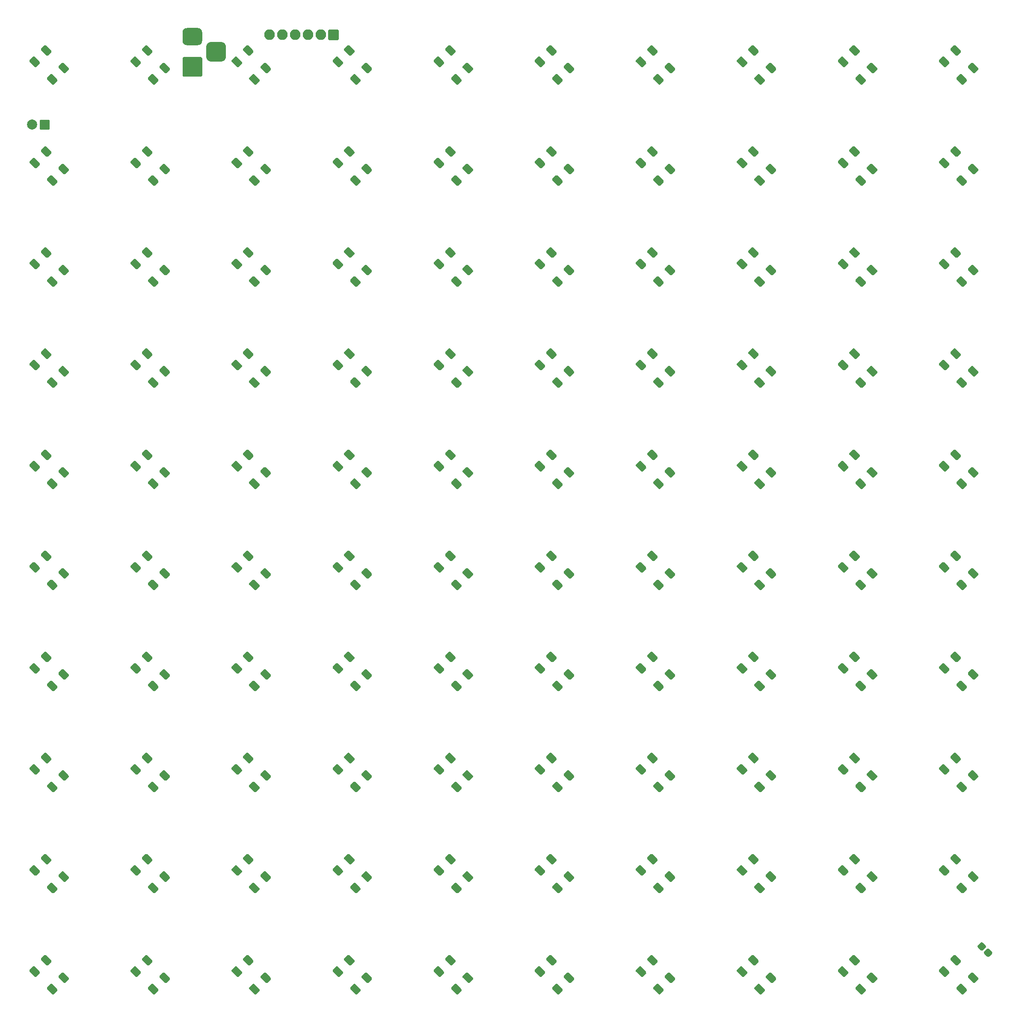
<source format=gbr>
G04 #@! TF.GenerationSoftware,KiCad,Pcbnew,5.1.8-1*
G04 #@! TF.CreationDate,2021-01-07T21:22:04+01:00*
G04 #@! TF.ProjectId,pentasquare,70656e74-6173-4717-9561-72652e6b6963,rev?*
G04 #@! TF.SameCoordinates,Original*
G04 #@! TF.FileFunction,Soldermask,Top*
G04 #@! TF.FilePolarity,Negative*
%FSLAX46Y46*%
G04 Gerber Fmt 4.6, Leading zero omitted, Abs format (unit mm)*
G04 Created by KiCad (PCBNEW 5.1.8-1) date 2021-01-07 21:22:04*
%MOMM*%
%LPD*%
G01*
G04 APERTURE LIST*
%ADD10C,2.000000*%
%ADD11O,2.100000X2.100000*%
G04 APERTURE END LIST*
G36*
G01*
X208831263Y-199148560D02*
X209308560Y-198671263D01*
G75*
G02*
X209785858Y-198671263I238649J-238649D01*
G01*
X210333865Y-199219270D01*
G75*
G02*
X210333865Y-199696568I-238649J-238649D01*
G01*
X209856568Y-200173865D01*
G75*
G02*
X209379270Y-200173865I-238649J238649D01*
G01*
X208831263Y-199625858D01*
G75*
G02*
X208831263Y-199148560I238649J238649D01*
G01*
G37*
G36*
G01*
X210068699Y-200385996D02*
X210545996Y-199908699D01*
G75*
G02*
X211023294Y-199908699I238649J-238649D01*
G01*
X211571301Y-200456706D01*
G75*
G02*
X211571301Y-200934004I-238649J-238649D01*
G01*
X211094004Y-201411301D01*
G75*
G02*
X210616706Y-201411301I-238649J238649D01*
G01*
X210068699Y-200863294D01*
G75*
G02*
X210068699Y-200385996I238649J238649D01*
G01*
G37*
G36*
G01*
X51590000Y-23450000D02*
X55090000Y-23450000D01*
G75*
G02*
X55290000Y-23650000I0J-200000D01*
G01*
X55290000Y-27150000D01*
G75*
G02*
X55090000Y-27350000I-200000J0D01*
G01*
X51590000Y-27350000D01*
G75*
G02*
X51390000Y-27150000I0J200000D01*
G01*
X51390000Y-23650000D01*
G75*
G02*
X51590000Y-23450000I200000J0D01*
G01*
G37*
G36*
G01*
X52240000Y-17700000D02*
X54440000Y-17700000D01*
G75*
G02*
X55290000Y-18550000I0J-850000D01*
G01*
X55290000Y-20250000D01*
G75*
G02*
X54440000Y-21100000I-850000J0D01*
G01*
X52240000Y-21100000D01*
G75*
G02*
X51390000Y-20250000I0J850000D01*
G01*
X51390000Y-18550000D01*
G75*
G02*
X52240000Y-17700000I850000J0D01*
G01*
G37*
G36*
G01*
X57065000Y-20450000D02*
X59015000Y-20450000D01*
G75*
G02*
X59990000Y-21425000I0J-975000D01*
G01*
X59990000Y-23375000D01*
G75*
G02*
X59015000Y-24350000I-975000J0D01*
G01*
X57065000Y-24350000D01*
G75*
G02*
X56090000Y-23375000I0J975000D01*
G01*
X56090000Y-21425000D01*
G75*
G02*
X57065000Y-20450000I975000J0D01*
G01*
G37*
G36*
G01*
X25130000Y-36030000D02*
X25130000Y-37630000D01*
G75*
G02*
X24930000Y-37830000I-200000J0D01*
G01*
X23330000Y-37830000D01*
G75*
G02*
X23130000Y-37630000I0J200000D01*
G01*
X23130000Y-36030000D01*
G75*
G02*
X23330000Y-35830000I200000J0D01*
G01*
X24930000Y-35830000D01*
G75*
G02*
X25130000Y-36030000I0J-200000D01*
G01*
G37*
D10*
X21630000Y-36830000D03*
G36*
G01*
X82130000Y-20100000D02*
X80430000Y-20100000D01*
G75*
G02*
X80230000Y-19900000I0J200000D01*
G01*
X80230000Y-18200000D01*
G75*
G02*
X80430000Y-18000000I200000J0D01*
G01*
X82130000Y-18000000D01*
G75*
G02*
X82330000Y-18200000I0J-200000D01*
G01*
X82330000Y-19900000D01*
G75*
G02*
X82130000Y-20100000I-200000J0D01*
G01*
G37*
D11*
X78740000Y-19050000D03*
X76200000Y-19050000D03*
X73660000Y-19050000D03*
X71120000Y-19050000D03*
X68580000Y-19050000D03*
G36*
G01*
X206626345Y-208181980D02*
X205919239Y-208889086D01*
G75*
G02*
X205636397Y-208889086I-141421J141421D01*
G01*
X204575737Y-207828426D01*
G75*
G02*
X204575737Y-207545584I141421J141421D01*
G01*
X205282843Y-206838478D01*
G75*
G02*
X205565685Y-206838478I141421J-141421D01*
G01*
X206626345Y-207899138D01*
G75*
G02*
X206626345Y-208181980I-141421J-141421D01*
G01*
G37*
G36*
G01*
X208889086Y-205919239D02*
X208181980Y-206626345D01*
G75*
G02*
X207899138Y-206626345I-141421J141421D01*
G01*
X206838478Y-205565685D01*
G75*
G02*
X206838478Y-205282843I141421J141421D01*
G01*
X207545584Y-204575737D01*
G75*
G02*
X207828426Y-204575737I141421J-141421D01*
G01*
X208889086Y-205636397D01*
G75*
G02*
X208889086Y-205919239I-141421J-141421D01*
G01*
G37*
G36*
G01*
X203161522Y-204717157D02*
X202454416Y-205424263D01*
G75*
G02*
X202171574Y-205424263I-141421J141421D01*
G01*
X201110914Y-204363603D01*
G75*
G02*
X201110914Y-204080761I141421J141421D01*
G01*
X201818020Y-203373655D01*
G75*
G02*
X202100862Y-203373655I141421J-141421D01*
G01*
X203161522Y-204434315D01*
G75*
G02*
X203161522Y-204717157I-141421J-141421D01*
G01*
G37*
G36*
G01*
X205424263Y-202454416D02*
X204717157Y-203161522D01*
G75*
G02*
X204434315Y-203161522I-141421J141421D01*
G01*
X203373655Y-202100862D01*
G75*
G02*
X203373655Y-201818020I141421J141421D01*
G01*
X204080761Y-201110914D01*
G75*
G02*
X204363603Y-201110914I141421J-141421D01*
G01*
X205424263Y-202171574D01*
G75*
G02*
X205424263Y-202454416I-141421J-141421D01*
G01*
G37*
G36*
G01*
X185424263Y-202454416D02*
X184717157Y-203161522D01*
G75*
G02*
X184434315Y-203161522I-141421J141421D01*
G01*
X183373655Y-202100862D01*
G75*
G02*
X183373655Y-201818020I141421J141421D01*
G01*
X184080761Y-201110914D01*
G75*
G02*
X184363603Y-201110914I141421J-141421D01*
G01*
X185424263Y-202171574D01*
G75*
G02*
X185424263Y-202454416I-141421J-141421D01*
G01*
G37*
G36*
G01*
X183161522Y-204717157D02*
X182454416Y-205424263D01*
G75*
G02*
X182171574Y-205424263I-141421J141421D01*
G01*
X181110914Y-204363603D01*
G75*
G02*
X181110914Y-204080761I141421J141421D01*
G01*
X181818020Y-203373655D01*
G75*
G02*
X182100862Y-203373655I141421J-141421D01*
G01*
X183161522Y-204434315D01*
G75*
G02*
X183161522Y-204717157I-141421J-141421D01*
G01*
G37*
G36*
G01*
X188889086Y-205919239D02*
X188181980Y-206626345D01*
G75*
G02*
X187899138Y-206626345I-141421J141421D01*
G01*
X186838478Y-205565685D01*
G75*
G02*
X186838478Y-205282843I141421J141421D01*
G01*
X187545584Y-204575737D01*
G75*
G02*
X187828426Y-204575737I141421J-141421D01*
G01*
X188889086Y-205636397D01*
G75*
G02*
X188889086Y-205919239I-141421J-141421D01*
G01*
G37*
G36*
G01*
X186626345Y-208181980D02*
X185919239Y-208889086D01*
G75*
G02*
X185636397Y-208889086I-141421J141421D01*
G01*
X184575737Y-207828426D01*
G75*
G02*
X184575737Y-207545584I141421J141421D01*
G01*
X185282843Y-206838478D01*
G75*
G02*
X185565685Y-206838478I141421J-141421D01*
G01*
X186626345Y-207899138D01*
G75*
G02*
X186626345Y-208181980I-141421J-141421D01*
G01*
G37*
G36*
G01*
X166626345Y-208181980D02*
X165919239Y-208889086D01*
G75*
G02*
X165636397Y-208889086I-141421J141421D01*
G01*
X164575737Y-207828426D01*
G75*
G02*
X164575737Y-207545584I141421J141421D01*
G01*
X165282843Y-206838478D01*
G75*
G02*
X165565685Y-206838478I141421J-141421D01*
G01*
X166626345Y-207899138D01*
G75*
G02*
X166626345Y-208181980I-141421J-141421D01*
G01*
G37*
G36*
G01*
X168889086Y-205919239D02*
X168181980Y-206626345D01*
G75*
G02*
X167899138Y-206626345I-141421J141421D01*
G01*
X166838478Y-205565685D01*
G75*
G02*
X166838478Y-205282843I141421J141421D01*
G01*
X167545584Y-204575737D01*
G75*
G02*
X167828426Y-204575737I141421J-141421D01*
G01*
X168889086Y-205636397D01*
G75*
G02*
X168889086Y-205919239I-141421J-141421D01*
G01*
G37*
G36*
G01*
X163161522Y-204717157D02*
X162454416Y-205424263D01*
G75*
G02*
X162171574Y-205424263I-141421J141421D01*
G01*
X161110914Y-204363603D01*
G75*
G02*
X161110914Y-204080761I141421J141421D01*
G01*
X161818020Y-203373655D01*
G75*
G02*
X162100862Y-203373655I141421J-141421D01*
G01*
X163161522Y-204434315D01*
G75*
G02*
X163161522Y-204717157I-141421J-141421D01*
G01*
G37*
G36*
G01*
X165424263Y-202454416D02*
X164717157Y-203161522D01*
G75*
G02*
X164434315Y-203161522I-141421J141421D01*
G01*
X163373655Y-202100862D01*
G75*
G02*
X163373655Y-201818020I141421J141421D01*
G01*
X164080761Y-201110914D01*
G75*
G02*
X164363603Y-201110914I141421J-141421D01*
G01*
X165424263Y-202171574D01*
G75*
G02*
X165424263Y-202454416I-141421J-141421D01*
G01*
G37*
G36*
G01*
X145424263Y-202454416D02*
X144717157Y-203161522D01*
G75*
G02*
X144434315Y-203161522I-141421J141421D01*
G01*
X143373655Y-202100862D01*
G75*
G02*
X143373655Y-201818020I141421J141421D01*
G01*
X144080761Y-201110914D01*
G75*
G02*
X144363603Y-201110914I141421J-141421D01*
G01*
X145424263Y-202171574D01*
G75*
G02*
X145424263Y-202454416I-141421J-141421D01*
G01*
G37*
G36*
G01*
X143161522Y-204717157D02*
X142454416Y-205424263D01*
G75*
G02*
X142171574Y-205424263I-141421J141421D01*
G01*
X141110914Y-204363603D01*
G75*
G02*
X141110914Y-204080761I141421J141421D01*
G01*
X141818020Y-203373655D01*
G75*
G02*
X142100862Y-203373655I141421J-141421D01*
G01*
X143161522Y-204434315D01*
G75*
G02*
X143161522Y-204717157I-141421J-141421D01*
G01*
G37*
G36*
G01*
X148889086Y-205919239D02*
X148181980Y-206626345D01*
G75*
G02*
X147899138Y-206626345I-141421J141421D01*
G01*
X146838478Y-205565685D01*
G75*
G02*
X146838478Y-205282843I141421J141421D01*
G01*
X147545584Y-204575737D01*
G75*
G02*
X147828426Y-204575737I141421J-141421D01*
G01*
X148889086Y-205636397D01*
G75*
G02*
X148889086Y-205919239I-141421J-141421D01*
G01*
G37*
G36*
G01*
X146626345Y-208181980D02*
X145919239Y-208889086D01*
G75*
G02*
X145636397Y-208889086I-141421J141421D01*
G01*
X144575737Y-207828426D01*
G75*
G02*
X144575737Y-207545584I141421J141421D01*
G01*
X145282843Y-206838478D01*
G75*
G02*
X145565685Y-206838478I141421J-141421D01*
G01*
X146626345Y-207899138D01*
G75*
G02*
X146626345Y-208181980I-141421J-141421D01*
G01*
G37*
G36*
G01*
X126626345Y-208181980D02*
X125919239Y-208889086D01*
G75*
G02*
X125636397Y-208889086I-141421J141421D01*
G01*
X124575737Y-207828426D01*
G75*
G02*
X124575737Y-207545584I141421J141421D01*
G01*
X125282843Y-206838478D01*
G75*
G02*
X125565685Y-206838478I141421J-141421D01*
G01*
X126626345Y-207899138D01*
G75*
G02*
X126626345Y-208181980I-141421J-141421D01*
G01*
G37*
G36*
G01*
X128889086Y-205919239D02*
X128181980Y-206626345D01*
G75*
G02*
X127899138Y-206626345I-141421J141421D01*
G01*
X126838478Y-205565685D01*
G75*
G02*
X126838478Y-205282843I141421J141421D01*
G01*
X127545584Y-204575737D01*
G75*
G02*
X127828426Y-204575737I141421J-141421D01*
G01*
X128889086Y-205636397D01*
G75*
G02*
X128889086Y-205919239I-141421J-141421D01*
G01*
G37*
G36*
G01*
X123161522Y-204717157D02*
X122454416Y-205424263D01*
G75*
G02*
X122171574Y-205424263I-141421J141421D01*
G01*
X121110914Y-204363603D01*
G75*
G02*
X121110914Y-204080761I141421J141421D01*
G01*
X121818020Y-203373655D01*
G75*
G02*
X122100862Y-203373655I141421J-141421D01*
G01*
X123161522Y-204434315D01*
G75*
G02*
X123161522Y-204717157I-141421J-141421D01*
G01*
G37*
G36*
G01*
X125424263Y-202454416D02*
X124717157Y-203161522D01*
G75*
G02*
X124434315Y-203161522I-141421J141421D01*
G01*
X123373655Y-202100862D01*
G75*
G02*
X123373655Y-201818020I141421J141421D01*
G01*
X124080761Y-201110914D01*
G75*
G02*
X124363603Y-201110914I141421J-141421D01*
G01*
X125424263Y-202171574D01*
G75*
G02*
X125424263Y-202454416I-141421J-141421D01*
G01*
G37*
G36*
G01*
X105424263Y-202454416D02*
X104717157Y-203161522D01*
G75*
G02*
X104434315Y-203161522I-141421J141421D01*
G01*
X103373655Y-202100862D01*
G75*
G02*
X103373655Y-201818020I141421J141421D01*
G01*
X104080761Y-201110914D01*
G75*
G02*
X104363603Y-201110914I141421J-141421D01*
G01*
X105424263Y-202171574D01*
G75*
G02*
X105424263Y-202454416I-141421J-141421D01*
G01*
G37*
G36*
G01*
X103161522Y-204717157D02*
X102454416Y-205424263D01*
G75*
G02*
X102171574Y-205424263I-141421J141421D01*
G01*
X101110914Y-204363603D01*
G75*
G02*
X101110914Y-204080761I141421J141421D01*
G01*
X101818020Y-203373655D01*
G75*
G02*
X102100862Y-203373655I141421J-141421D01*
G01*
X103161522Y-204434315D01*
G75*
G02*
X103161522Y-204717157I-141421J-141421D01*
G01*
G37*
G36*
G01*
X108889086Y-205919239D02*
X108181980Y-206626345D01*
G75*
G02*
X107899138Y-206626345I-141421J141421D01*
G01*
X106838478Y-205565685D01*
G75*
G02*
X106838478Y-205282843I141421J141421D01*
G01*
X107545584Y-204575737D01*
G75*
G02*
X107828426Y-204575737I141421J-141421D01*
G01*
X108889086Y-205636397D01*
G75*
G02*
X108889086Y-205919239I-141421J-141421D01*
G01*
G37*
G36*
G01*
X106626345Y-208181980D02*
X105919239Y-208889086D01*
G75*
G02*
X105636397Y-208889086I-141421J141421D01*
G01*
X104575737Y-207828426D01*
G75*
G02*
X104575737Y-207545584I141421J141421D01*
G01*
X105282843Y-206838478D01*
G75*
G02*
X105565685Y-206838478I141421J-141421D01*
G01*
X106626345Y-207899138D01*
G75*
G02*
X106626345Y-208181980I-141421J-141421D01*
G01*
G37*
G36*
G01*
X86626345Y-208181980D02*
X85919239Y-208889086D01*
G75*
G02*
X85636397Y-208889086I-141421J141421D01*
G01*
X84575737Y-207828426D01*
G75*
G02*
X84575737Y-207545584I141421J141421D01*
G01*
X85282843Y-206838478D01*
G75*
G02*
X85565685Y-206838478I141421J-141421D01*
G01*
X86626345Y-207899138D01*
G75*
G02*
X86626345Y-208181980I-141421J-141421D01*
G01*
G37*
G36*
G01*
X88889086Y-205919239D02*
X88181980Y-206626345D01*
G75*
G02*
X87899138Y-206626345I-141421J141421D01*
G01*
X86838478Y-205565685D01*
G75*
G02*
X86838478Y-205282843I141421J141421D01*
G01*
X87545584Y-204575737D01*
G75*
G02*
X87828426Y-204575737I141421J-141421D01*
G01*
X88889086Y-205636397D01*
G75*
G02*
X88889086Y-205919239I-141421J-141421D01*
G01*
G37*
G36*
G01*
X83161522Y-204717157D02*
X82454416Y-205424263D01*
G75*
G02*
X82171574Y-205424263I-141421J141421D01*
G01*
X81110914Y-204363603D01*
G75*
G02*
X81110914Y-204080761I141421J141421D01*
G01*
X81818020Y-203373655D01*
G75*
G02*
X82100862Y-203373655I141421J-141421D01*
G01*
X83161522Y-204434315D01*
G75*
G02*
X83161522Y-204717157I-141421J-141421D01*
G01*
G37*
G36*
G01*
X85424263Y-202454416D02*
X84717157Y-203161522D01*
G75*
G02*
X84434315Y-203161522I-141421J141421D01*
G01*
X83373655Y-202100862D01*
G75*
G02*
X83373655Y-201818020I141421J141421D01*
G01*
X84080761Y-201110914D01*
G75*
G02*
X84363603Y-201110914I141421J-141421D01*
G01*
X85424263Y-202171574D01*
G75*
G02*
X85424263Y-202454416I-141421J-141421D01*
G01*
G37*
G36*
G01*
X65424263Y-202454416D02*
X64717157Y-203161522D01*
G75*
G02*
X64434315Y-203161522I-141421J141421D01*
G01*
X63373655Y-202100862D01*
G75*
G02*
X63373655Y-201818020I141421J141421D01*
G01*
X64080761Y-201110914D01*
G75*
G02*
X64363603Y-201110914I141421J-141421D01*
G01*
X65424263Y-202171574D01*
G75*
G02*
X65424263Y-202454416I-141421J-141421D01*
G01*
G37*
G36*
G01*
X63161522Y-204717157D02*
X62454416Y-205424263D01*
G75*
G02*
X62171574Y-205424263I-141421J141421D01*
G01*
X61110914Y-204363603D01*
G75*
G02*
X61110914Y-204080761I141421J141421D01*
G01*
X61818020Y-203373655D01*
G75*
G02*
X62100862Y-203373655I141421J-141421D01*
G01*
X63161522Y-204434315D01*
G75*
G02*
X63161522Y-204717157I-141421J-141421D01*
G01*
G37*
G36*
G01*
X68889086Y-205919239D02*
X68181980Y-206626345D01*
G75*
G02*
X67899138Y-206626345I-141421J141421D01*
G01*
X66838478Y-205565685D01*
G75*
G02*
X66838478Y-205282843I141421J141421D01*
G01*
X67545584Y-204575737D01*
G75*
G02*
X67828426Y-204575737I141421J-141421D01*
G01*
X68889086Y-205636397D01*
G75*
G02*
X68889086Y-205919239I-141421J-141421D01*
G01*
G37*
G36*
G01*
X66626345Y-208181980D02*
X65919239Y-208889086D01*
G75*
G02*
X65636397Y-208889086I-141421J141421D01*
G01*
X64575737Y-207828426D01*
G75*
G02*
X64575737Y-207545584I141421J141421D01*
G01*
X65282843Y-206838478D01*
G75*
G02*
X65565685Y-206838478I141421J-141421D01*
G01*
X66626345Y-207899138D01*
G75*
G02*
X66626345Y-208181980I-141421J-141421D01*
G01*
G37*
G36*
G01*
X46626345Y-208181980D02*
X45919239Y-208889086D01*
G75*
G02*
X45636397Y-208889086I-141421J141421D01*
G01*
X44575737Y-207828426D01*
G75*
G02*
X44575737Y-207545584I141421J141421D01*
G01*
X45282843Y-206838478D01*
G75*
G02*
X45565685Y-206838478I141421J-141421D01*
G01*
X46626345Y-207899138D01*
G75*
G02*
X46626345Y-208181980I-141421J-141421D01*
G01*
G37*
G36*
G01*
X48889086Y-205919239D02*
X48181980Y-206626345D01*
G75*
G02*
X47899138Y-206626345I-141421J141421D01*
G01*
X46838478Y-205565685D01*
G75*
G02*
X46838478Y-205282843I141421J141421D01*
G01*
X47545584Y-204575737D01*
G75*
G02*
X47828426Y-204575737I141421J-141421D01*
G01*
X48889086Y-205636397D01*
G75*
G02*
X48889086Y-205919239I-141421J-141421D01*
G01*
G37*
G36*
G01*
X43161522Y-204717157D02*
X42454416Y-205424263D01*
G75*
G02*
X42171574Y-205424263I-141421J141421D01*
G01*
X41110914Y-204363603D01*
G75*
G02*
X41110914Y-204080761I141421J141421D01*
G01*
X41818020Y-203373655D01*
G75*
G02*
X42100862Y-203373655I141421J-141421D01*
G01*
X43161522Y-204434315D01*
G75*
G02*
X43161522Y-204717157I-141421J-141421D01*
G01*
G37*
G36*
G01*
X45424263Y-202454416D02*
X44717157Y-203161522D01*
G75*
G02*
X44434315Y-203161522I-141421J141421D01*
G01*
X43373655Y-202100862D01*
G75*
G02*
X43373655Y-201818020I141421J141421D01*
G01*
X44080761Y-201110914D01*
G75*
G02*
X44363603Y-201110914I141421J-141421D01*
G01*
X45424263Y-202171574D01*
G75*
G02*
X45424263Y-202454416I-141421J-141421D01*
G01*
G37*
G36*
G01*
X25424263Y-202454416D02*
X24717157Y-203161522D01*
G75*
G02*
X24434315Y-203161522I-141421J141421D01*
G01*
X23373655Y-202100862D01*
G75*
G02*
X23373655Y-201818020I141421J141421D01*
G01*
X24080761Y-201110914D01*
G75*
G02*
X24363603Y-201110914I141421J-141421D01*
G01*
X25424263Y-202171574D01*
G75*
G02*
X25424263Y-202454416I-141421J-141421D01*
G01*
G37*
G36*
G01*
X23161522Y-204717157D02*
X22454416Y-205424263D01*
G75*
G02*
X22171574Y-205424263I-141421J141421D01*
G01*
X21110914Y-204363603D01*
G75*
G02*
X21110914Y-204080761I141421J141421D01*
G01*
X21818020Y-203373655D01*
G75*
G02*
X22100862Y-203373655I141421J-141421D01*
G01*
X23161522Y-204434315D01*
G75*
G02*
X23161522Y-204717157I-141421J-141421D01*
G01*
G37*
G36*
G01*
X28889086Y-205919239D02*
X28181980Y-206626345D01*
G75*
G02*
X27899138Y-206626345I-141421J141421D01*
G01*
X26838478Y-205565685D01*
G75*
G02*
X26838478Y-205282843I141421J141421D01*
G01*
X27545584Y-204575737D01*
G75*
G02*
X27828426Y-204575737I141421J-141421D01*
G01*
X28889086Y-205636397D01*
G75*
G02*
X28889086Y-205919239I-141421J-141421D01*
G01*
G37*
G36*
G01*
X26626345Y-208181980D02*
X25919239Y-208889086D01*
G75*
G02*
X25636397Y-208889086I-141421J141421D01*
G01*
X24575737Y-207828426D01*
G75*
G02*
X24575737Y-207545584I141421J141421D01*
G01*
X25282843Y-206838478D01*
G75*
G02*
X25565685Y-206838478I141421J-141421D01*
G01*
X26626345Y-207899138D01*
G75*
G02*
X26626345Y-208181980I-141421J-141421D01*
G01*
G37*
G36*
G01*
X206626345Y-188181980D02*
X205919239Y-188889086D01*
G75*
G02*
X205636397Y-188889086I-141421J141421D01*
G01*
X204575737Y-187828426D01*
G75*
G02*
X204575737Y-187545584I141421J141421D01*
G01*
X205282843Y-186838478D01*
G75*
G02*
X205565685Y-186838478I141421J-141421D01*
G01*
X206626345Y-187899138D01*
G75*
G02*
X206626345Y-188181980I-141421J-141421D01*
G01*
G37*
G36*
G01*
X208889086Y-185919239D02*
X208181980Y-186626345D01*
G75*
G02*
X207899138Y-186626345I-141421J141421D01*
G01*
X206838478Y-185565685D01*
G75*
G02*
X206838478Y-185282843I141421J141421D01*
G01*
X207545584Y-184575737D01*
G75*
G02*
X207828426Y-184575737I141421J-141421D01*
G01*
X208889086Y-185636397D01*
G75*
G02*
X208889086Y-185919239I-141421J-141421D01*
G01*
G37*
G36*
G01*
X203161522Y-184717157D02*
X202454416Y-185424263D01*
G75*
G02*
X202171574Y-185424263I-141421J141421D01*
G01*
X201110914Y-184363603D01*
G75*
G02*
X201110914Y-184080761I141421J141421D01*
G01*
X201818020Y-183373655D01*
G75*
G02*
X202100862Y-183373655I141421J-141421D01*
G01*
X203161522Y-184434315D01*
G75*
G02*
X203161522Y-184717157I-141421J-141421D01*
G01*
G37*
G36*
G01*
X205424263Y-182454416D02*
X204717157Y-183161522D01*
G75*
G02*
X204434315Y-183161522I-141421J141421D01*
G01*
X203373655Y-182100862D01*
G75*
G02*
X203373655Y-181818020I141421J141421D01*
G01*
X204080761Y-181110914D01*
G75*
G02*
X204363603Y-181110914I141421J-141421D01*
G01*
X205424263Y-182171574D01*
G75*
G02*
X205424263Y-182454416I-141421J-141421D01*
G01*
G37*
G36*
G01*
X65424263Y-142454416D02*
X64717157Y-143161522D01*
G75*
G02*
X64434315Y-143161522I-141421J141421D01*
G01*
X63373655Y-142100862D01*
G75*
G02*
X63373655Y-141818020I141421J141421D01*
G01*
X64080761Y-141110914D01*
G75*
G02*
X64363603Y-141110914I141421J-141421D01*
G01*
X65424263Y-142171574D01*
G75*
G02*
X65424263Y-142454416I-141421J-141421D01*
G01*
G37*
G36*
G01*
X63161522Y-144717157D02*
X62454416Y-145424263D01*
G75*
G02*
X62171574Y-145424263I-141421J141421D01*
G01*
X61110914Y-144363603D01*
G75*
G02*
X61110914Y-144080761I141421J141421D01*
G01*
X61818020Y-143373655D01*
G75*
G02*
X62100862Y-143373655I141421J-141421D01*
G01*
X63161522Y-144434315D01*
G75*
G02*
X63161522Y-144717157I-141421J-141421D01*
G01*
G37*
G36*
G01*
X68889086Y-145919239D02*
X68181980Y-146626345D01*
G75*
G02*
X67899138Y-146626345I-141421J141421D01*
G01*
X66838478Y-145565685D01*
G75*
G02*
X66838478Y-145282843I141421J141421D01*
G01*
X67545584Y-144575737D01*
G75*
G02*
X67828426Y-144575737I141421J-141421D01*
G01*
X68889086Y-145636397D01*
G75*
G02*
X68889086Y-145919239I-141421J-141421D01*
G01*
G37*
G36*
G01*
X66626345Y-148181980D02*
X65919239Y-148889086D01*
G75*
G02*
X65636397Y-148889086I-141421J141421D01*
G01*
X64575737Y-147828426D01*
G75*
G02*
X64575737Y-147545584I141421J141421D01*
G01*
X65282843Y-146838478D01*
G75*
G02*
X65565685Y-146838478I141421J-141421D01*
G01*
X66626345Y-147899138D01*
G75*
G02*
X66626345Y-148181980I-141421J-141421D01*
G01*
G37*
G36*
G01*
X26626345Y-128181980D02*
X25919239Y-128889086D01*
G75*
G02*
X25636397Y-128889086I-141421J141421D01*
G01*
X24575737Y-127828426D01*
G75*
G02*
X24575737Y-127545584I141421J141421D01*
G01*
X25282843Y-126838478D01*
G75*
G02*
X25565685Y-126838478I141421J-141421D01*
G01*
X26626345Y-127899138D01*
G75*
G02*
X26626345Y-128181980I-141421J-141421D01*
G01*
G37*
G36*
G01*
X28889086Y-125919239D02*
X28181980Y-126626345D01*
G75*
G02*
X27899138Y-126626345I-141421J141421D01*
G01*
X26838478Y-125565685D01*
G75*
G02*
X26838478Y-125282843I141421J141421D01*
G01*
X27545584Y-124575737D01*
G75*
G02*
X27828426Y-124575737I141421J-141421D01*
G01*
X28889086Y-125636397D01*
G75*
G02*
X28889086Y-125919239I-141421J-141421D01*
G01*
G37*
G36*
G01*
X23161522Y-124717157D02*
X22454416Y-125424263D01*
G75*
G02*
X22171574Y-125424263I-141421J141421D01*
G01*
X21110914Y-124363603D01*
G75*
G02*
X21110914Y-124080761I141421J141421D01*
G01*
X21818020Y-123373655D01*
G75*
G02*
X22100862Y-123373655I141421J-141421D01*
G01*
X23161522Y-124434315D01*
G75*
G02*
X23161522Y-124717157I-141421J-141421D01*
G01*
G37*
G36*
G01*
X25424263Y-122454416D02*
X24717157Y-123161522D01*
G75*
G02*
X24434315Y-123161522I-141421J141421D01*
G01*
X23373655Y-122100862D01*
G75*
G02*
X23373655Y-121818020I141421J141421D01*
G01*
X24080761Y-121110914D01*
G75*
G02*
X24363603Y-121110914I141421J-141421D01*
G01*
X25424263Y-122171574D01*
G75*
G02*
X25424263Y-122454416I-141421J-141421D01*
G01*
G37*
G36*
G01*
X145424263Y-182454416D02*
X144717157Y-183161522D01*
G75*
G02*
X144434315Y-183161522I-141421J141421D01*
G01*
X143373655Y-182100862D01*
G75*
G02*
X143373655Y-181818020I141421J141421D01*
G01*
X144080761Y-181110914D01*
G75*
G02*
X144363603Y-181110914I141421J-141421D01*
G01*
X145424263Y-182171574D01*
G75*
G02*
X145424263Y-182454416I-141421J-141421D01*
G01*
G37*
G36*
G01*
X143161522Y-184717157D02*
X142454416Y-185424263D01*
G75*
G02*
X142171574Y-185424263I-141421J141421D01*
G01*
X141110914Y-184363603D01*
G75*
G02*
X141110914Y-184080761I141421J141421D01*
G01*
X141818020Y-183373655D01*
G75*
G02*
X142100862Y-183373655I141421J-141421D01*
G01*
X143161522Y-184434315D01*
G75*
G02*
X143161522Y-184717157I-141421J-141421D01*
G01*
G37*
G36*
G01*
X148889086Y-185919239D02*
X148181980Y-186626345D01*
G75*
G02*
X147899138Y-186626345I-141421J141421D01*
G01*
X146838478Y-185565685D01*
G75*
G02*
X146838478Y-185282843I141421J141421D01*
G01*
X147545584Y-184575737D01*
G75*
G02*
X147828426Y-184575737I141421J-141421D01*
G01*
X148889086Y-185636397D01*
G75*
G02*
X148889086Y-185919239I-141421J-141421D01*
G01*
G37*
G36*
G01*
X146626345Y-188181980D02*
X145919239Y-188889086D01*
G75*
G02*
X145636397Y-188889086I-141421J141421D01*
G01*
X144575737Y-187828426D01*
G75*
G02*
X144575737Y-187545584I141421J141421D01*
G01*
X145282843Y-186838478D01*
G75*
G02*
X145565685Y-186838478I141421J-141421D01*
G01*
X146626345Y-187899138D01*
G75*
G02*
X146626345Y-188181980I-141421J-141421D01*
G01*
G37*
G36*
G01*
X126626345Y-188181980D02*
X125919239Y-188889086D01*
G75*
G02*
X125636397Y-188889086I-141421J141421D01*
G01*
X124575737Y-187828426D01*
G75*
G02*
X124575737Y-187545584I141421J141421D01*
G01*
X125282843Y-186838478D01*
G75*
G02*
X125565685Y-186838478I141421J-141421D01*
G01*
X126626345Y-187899138D01*
G75*
G02*
X126626345Y-188181980I-141421J-141421D01*
G01*
G37*
G36*
G01*
X128889086Y-185919239D02*
X128181980Y-186626345D01*
G75*
G02*
X127899138Y-186626345I-141421J141421D01*
G01*
X126838478Y-185565685D01*
G75*
G02*
X126838478Y-185282843I141421J141421D01*
G01*
X127545584Y-184575737D01*
G75*
G02*
X127828426Y-184575737I141421J-141421D01*
G01*
X128889086Y-185636397D01*
G75*
G02*
X128889086Y-185919239I-141421J-141421D01*
G01*
G37*
G36*
G01*
X123161522Y-184717157D02*
X122454416Y-185424263D01*
G75*
G02*
X122171574Y-185424263I-141421J141421D01*
G01*
X121110914Y-184363603D01*
G75*
G02*
X121110914Y-184080761I141421J141421D01*
G01*
X121818020Y-183373655D01*
G75*
G02*
X122100862Y-183373655I141421J-141421D01*
G01*
X123161522Y-184434315D01*
G75*
G02*
X123161522Y-184717157I-141421J-141421D01*
G01*
G37*
G36*
G01*
X125424263Y-182454416D02*
X124717157Y-183161522D01*
G75*
G02*
X124434315Y-183161522I-141421J141421D01*
G01*
X123373655Y-182100862D01*
G75*
G02*
X123373655Y-181818020I141421J141421D01*
G01*
X124080761Y-181110914D01*
G75*
G02*
X124363603Y-181110914I141421J-141421D01*
G01*
X125424263Y-182171574D01*
G75*
G02*
X125424263Y-182454416I-141421J-141421D01*
G01*
G37*
G36*
G01*
X105424263Y-182454416D02*
X104717157Y-183161522D01*
G75*
G02*
X104434315Y-183161522I-141421J141421D01*
G01*
X103373655Y-182100862D01*
G75*
G02*
X103373655Y-181818020I141421J141421D01*
G01*
X104080761Y-181110914D01*
G75*
G02*
X104363603Y-181110914I141421J-141421D01*
G01*
X105424263Y-182171574D01*
G75*
G02*
X105424263Y-182454416I-141421J-141421D01*
G01*
G37*
G36*
G01*
X103161522Y-184717157D02*
X102454416Y-185424263D01*
G75*
G02*
X102171574Y-185424263I-141421J141421D01*
G01*
X101110914Y-184363603D01*
G75*
G02*
X101110914Y-184080761I141421J141421D01*
G01*
X101818020Y-183373655D01*
G75*
G02*
X102100862Y-183373655I141421J-141421D01*
G01*
X103161522Y-184434315D01*
G75*
G02*
X103161522Y-184717157I-141421J-141421D01*
G01*
G37*
G36*
G01*
X108889086Y-185919239D02*
X108181980Y-186626345D01*
G75*
G02*
X107899138Y-186626345I-141421J141421D01*
G01*
X106838478Y-185565685D01*
G75*
G02*
X106838478Y-185282843I141421J141421D01*
G01*
X107545584Y-184575737D01*
G75*
G02*
X107828426Y-184575737I141421J-141421D01*
G01*
X108889086Y-185636397D01*
G75*
G02*
X108889086Y-185919239I-141421J-141421D01*
G01*
G37*
G36*
G01*
X106626345Y-188181980D02*
X105919239Y-188889086D01*
G75*
G02*
X105636397Y-188889086I-141421J141421D01*
G01*
X104575737Y-187828426D01*
G75*
G02*
X104575737Y-187545584I141421J141421D01*
G01*
X105282843Y-186838478D01*
G75*
G02*
X105565685Y-186838478I141421J-141421D01*
G01*
X106626345Y-187899138D01*
G75*
G02*
X106626345Y-188181980I-141421J-141421D01*
G01*
G37*
G36*
G01*
X86626345Y-188181980D02*
X85919239Y-188889086D01*
G75*
G02*
X85636397Y-188889086I-141421J141421D01*
G01*
X84575737Y-187828426D01*
G75*
G02*
X84575737Y-187545584I141421J141421D01*
G01*
X85282843Y-186838478D01*
G75*
G02*
X85565685Y-186838478I141421J-141421D01*
G01*
X86626345Y-187899138D01*
G75*
G02*
X86626345Y-188181980I-141421J-141421D01*
G01*
G37*
G36*
G01*
X88889086Y-185919239D02*
X88181980Y-186626345D01*
G75*
G02*
X87899138Y-186626345I-141421J141421D01*
G01*
X86838478Y-185565685D01*
G75*
G02*
X86838478Y-185282843I141421J141421D01*
G01*
X87545584Y-184575737D01*
G75*
G02*
X87828426Y-184575737I141421J-141421D01*
G01*
X88889086Y-185636397D01*
G75*
G02*
X88889086Y-185919239I-141421J-141421D01*
G01*
G37*
G36*
G01*
X83161522Y-184717157D02*
X82454416Y-185424263D01*
G75*
G02*
X82171574Y-185424263I-141421J141421D01*
G01*
X81110914Y-184363603D01*
G75*
G02*
X81110914Y-184080761I141421J141421D01*
G01*
X81818020Y-183373655D01*
G75*
G02*
X82100862Y-183373655I141421J-141421D01*
G01*
X83161522Y-184434315D01*
G75*
G02*
X83161522Y-184717157I-141421J-141421D01*
G01*
G37*
G36*
G01*
X85424263Y-182454416D02*
X84717157Y-183161522D01*
G75*
G02*
X84434315Y-183161522I-141421J141421D01*
G01*
X83373655Y-182100862D01*
G75*
G02*
X83373655Y-181818020I141421J141421D01*
G01*
X84080761Y-181110914D01*
G75*
G02*
X84363603Y-181110914I141421J-141421D01*
G01*
X85424263Y-182171574D01*
G75*
G02*
X85424263Y-182454416I-141421J-141421D01*
G01*
G37*
G36*
G01*
X65424263Y-182454416D02*
X64717157Y-183161522D01*
G75*
G02*
X64434315Y-183161522I-141421J141421D01*
G01*
X63373655Y-182100862D01*
G75*
G02*
X63373655Y-181818020I141421J141421D01*
G01*
X64080761Y-181110914D01*
G75*
G02*
X64363603Y-181110914I141421J-141421D01*
G01*
X65424263Y-182171574D01*
G75*
G02*
X65424263Y-182454416I-141421J-141421D01*
G01*
G37*
G36*
G01*
X63161522Y-184717157D02*
X62454416Y-185424263D01*
G75*
G02*
X62171574Y-185424263I-141421J141421D01*
G01*
X61110914Y-184363603D01*
G75*
G02*
X61110914Y-184080761I141421J141421D01*
G01*
X61818020Y-183373655D01*
G75*
G02*
X62100862Y-183373655I141421J-141421D01*
G01*
X63161522Y-184434315D01*
G75*
G02*
X63161522Y-184717157I-141421J-141421D01*
G01*
G37*
G36*
G01*
X68889086Y-185919239D02*
X68181980Y-186626345D01*
G75*
G02*
X67899138Y-186626345I-141421J141421D01*
G01*
X66838478Y-185565685D01*
G75*
G02*
X66838478Y-185282843I141421J141421D01*
G01*
X67545584Y-184575737D01*
G75*
G02*
X67828426Y-184575737I141421J-141421D01*
G01*
X68889086Y-185636397D01*
G75*
G02*
X68889086Y-185919239I-141421J-141421D01*
G01*
G37*
G36*
G01*
X66626345Y-188181980D02*
X65919239Y-188889086D01*
G75*
G02*
X65636397Y-188889086I-141421J141421D01*
G01*
X64575737Y-187828426D01*
G75*
G02*
X64575737Y-187545584I141421J141421D01*
G01*
X65282843Y-186838478D01*
G75*
G02*
X65565685Y-186838478I141421J-141421D01*
G01*
X66626345Y-187899138D01*
G75*
G02*
X66626345Y-188181980I-141421J-141421D01*
G01*
G37*
G36*
G01*
X46626345Y-188181980D02*
X45919239Y-188889086D01*
G75*
G02*
X45636397Y-188889086I-141421J141421D01*
G01*
X44575737Y-187828426D01*
G75*
G02*
X44575737Y-187545584I141421J141421D01*
G01*
X45282843Y-186838478D01*
G75*
G02*
X45565685Y-186838478I141421J-141421D01*
G01*
X46626345Y-187899138D01*
G75*
G02*
X46626345Y-188181980I-141421J-141421D01*
G01*
G37*
G36*
G01*
X48889086Y-185919239D02*
X48181980Y-186626345D01*
G75*
G02*
X47899138Y-186626345I-141421J141421D01*
G01*
X46838478Y-185565685D01*
G75*
G02*
X46838478Y-185282843I141421J141421D01*
G01*
X47545584Y-184575737D01*
G75*
G02*
X47828426Y-184575737I141421J-141421D01*
G01*
X48889086Y-185636397D01*
G75*
G02*
X48889086Y-185919239I-141421J-141421D01*
G01*
G37*
G36*
G01*
X43161522Y-184717157D02*
X42454416Y-185424263D01*
G75*
G02*
X42171574Y-185424263I-141421J141421D01*
G01*
X41110914Y-184363603D01*
G75*
G02*
X41110914Y-184080761I141421J141421D01*
G01*
X41818020Y-183373655D01*
G75*
G02*
X42100862Y-183373655I141421J-141421D01*
G01*
X43161522Y-184434315D01*
G75*
G02*
X43161522Y-184717157I-141421J-141421D01*
G01*
G37*
G36*
G01*
X45424263Y-182454416D02*
X44717157Y-183161522D01*
G75*
G02*
X44434315Y-183161522I-141421J141421D01*
G01*
X43373655Y-182100862D01*
G75*
G02*
X43373655Y-181818020I141421J141421D01*
G01*
X44080761Y-181110914D01*
G75*
G02*
X44363603Y-181110914I141421J-141421D01*
G01*
X45424263Y-182171574D01*
G75*
G02*
X45424263Y-182454416I-141421J-141421D01*
G01*
G37*
G36*
G01*
X25424263Y-182454416D02*
X24717157Y-183161522D01*
G75*
G02*
X24434315Y-183161522I-141421J141421D01*
G01*
X23373655Y-182100862D01*
G75*
G02*
X23373655Y-181818020I141421J141421D01*
G01*
X24080761Y-181110914D01*
G75*
G02*
X24363603Y-181110914I141421J-141421D01*
G01*
X25424263Y-182171574D01*
G75*
G02*
X25424263Y-182454416I-141421J-141421D01*
G01*
G37*
G36*
G01*
X23161522Y-184717157D02*
X22454416Y-185424263D01*
G75*
G02*
X22171574Y-185424263I-141421J141421D01*
G01*
X21110914Y-184363603D01*
G75*
G02*
X21110914Y-184080761I141421J141421D01*
G01*
X21818020Y-183373655D01*
G75*
G02*
X22100862Y-183373655I141421J-141421D01*
G01*
X23161522Y-184434315D01*
G75*
G02*
X23161522Y-184717157I-141421J-141421D01*
G01*
G37*
G36*
G01*
X28889086Y-185919239D02*
X28181980Y-186626345D01*
G75*
G02*
X27899138Y-186626345I-141421J141421D01*
G01*
X26838478Y-185565685D01*
G75*
G02*
X26838478Y-185282843I141421J141421D01*
G01*
X27545584Y-184575737D01*
G75*
G02*
X27828426Y-184575737I141421J-141421D01*
G01*
X28889086Y-185636397D01*
G75*
G02*
X28889086Y-185919239I-141421J-141421D01*
G01*
G37*
G36*
G01*
X26626345Y-188181980D02*
X25919239Y-188889086D01*
G75*
G02*
X25636397Y-188889086I-141421J141421D01*
G01*
X24575737Y-187828426D01*
G75*
G02*
X24575737Y-187545584I141421J141421D01*
G01*
X25282843Y-186838478D01*
G75*
G02*
X25565685Y-186838478I141421J-141421D01*
G01*
X26626345Y-187899138D01*
G75*
G02*
X26626345Y-188181980I-141421J-141421D01*
G01*
G37*
G36*
G01*
X206626345Y-168181980D02*
X205919239Y-168889086D01*
G75*
G02*
X205636397Y-168889086I-141421J141421D01*
G01*
X204575737Y-167828426D01*
G75*
G02*
X204575737Y-167545584I141421J141421D01*
G01*
X205282843Y-166838478D01*
G75*
G02*
X205565685Y-166838478I141421J-141421D01*
G01*
X206626345Y-167899138D01*
G75*
G02*
X206626345Y-168181980I-141421J-141421D01*
G01*
G37*
G36*
G01*
X208889086Y-165919239D02*
X208181980Y-166626345D01*
G75*
G02*
X207899138Y-166626345I-141421J141421D01*
G01*
X206838478Y-165565685D01*
G75*
G02*
X206838478Y-165282843I141421J141421D01*
G01*
X207545584Y-164575737D01*
G75*
G02*
X207828426Y-164575737I141421J-141421D01*
G01*
X208889086Y-165636397D01*
G75*
G02*
X208889086Y-165919239I-141421J-141421D01*
G01*
G37*
G36*
G01*
X203161522Y-164717157D02*
X202454416Y-165424263D01*
G75*
G02*
X202171574Y-165424263I-141421J141421D01*
G01*
X201110914Y-164363603D01*
G75*
G02*
X201110914Y-164080761I141421J141421D01*
G01*
X201818020Y-163373655D01*
G75*
G02*
X202100862Y-163373655I141421J-141421D01*
G01*
X203161522Y-164434315D01*
G75*
G02*
X203161522Y-164717157I-141421J-141421D01*
G01*
G37*
G36*
G01*
X205424263Y-162454416D02*
X204717157Y-163161522D01*
G75*
G02*
X204434315Y-163161522I-141421J141421D01*
G01*
X203373655Y-162100862D01*
G75*
G02*
X203373655Y-161818020I141421J141421D01*
G01*
X204080761Y-161110914D01*
G75*
G02*
X204363603Y-161110914I141421J-141421D01*
G01*
X205424263Y-162171574D01*
G75*
G02*
X205424263Y-162454416I-141421J-141421D01*
G01*
G37*
G36*
G01*
X185424263Y-162454416D02*
X184717157Y-163161522D01*
G75*
G02*
X184434315Y-163161522I-141421J141421D01*
G01*
X183373655Y-162100862D01*
G75*
G02*
X183373655Y-161818020I141421J141421D01*
G01*
X184080761Y-161110914D01*
G75*
G02*
X184363603Y-161110914I141421J-141421D01*
G01*
X185424263Y-162171574D01*
G75*
G02*
X185424263Y-162454416I-141421J-141421D01*
G01*
G37*
G36*
G01*
X183161522Y-164717157D02*
X182454416Y-165424263D01*
G75*
G02*
X182171574Y-165424263I-141421J141421D01*
G01*
X181110914Y-164363603D01*
G75*
G02*
X181110914Y-164080761I141421J141421D01*
G01*
X181818020Y-163373655D01*
G75*
G02*
X182100862Y-163373655I141421J-141421D01*
G01*
X183161522Y-164434315D01*
G75*
G02*
X183161522Y-164717157I-141421J-141421D01*
G01*
G37*
G36*
G01*
X188889086Y-165919239D02*
X188181980Y-166626345D01*
G75*
G02*
X187899138Y-166626345I-141421J141421D01*
G01*
X186838478Y-165565685D01*
G75*
G02*
X186838478Y-165282843I141421J141421D01*
G01*
X187545584Y-164575737D01*
G75*
G02*
X187828426Y-164575737I141421J-141421D01*
G01*
X188889086Y-165636397D01*
G75*
G02*
X188889086Y-165919239I-141421J-141421D01*
G01*
G37*
G36*
G01*
X186626345Y-168181980D02*
X185919239Y-168889086D01*
G75*
G02*
X185636397Y-168889086I-141421J141421D01*
G01*
X184575737Y-167828426D01*
G75*
G02*
X184575737Y-167545584I141421J141421D01*
G01*
X185282843Y-166838478D01*
G75*
G02*
X185565685Y-166838478I141421J-141421D01*
G01*
X186626345Y-167899138D01*
G75*
G02*
X186626345Y-168181980I-141421J-141421D01*
G01*
G37*
G36*
G01*
X166626345Y-168181980D02*
X165919239Y-168889086D01*
G75*
G02*
X165636397Y-168889086I-141421J141421D01*
G01*
X164575737Y-167828426D01*
G75*
G02*
X164575737Y-167545584I141421J141421D01*
G01*
X165282843Y-166838478D01*
G75*
G02*
X165565685Y-166838478I141421J-141421D01*
G01*
X166626345Y-167899138D01*
G75*
G02*
X166626345Y-168181980I-141421J-141421D01*
G01*
G37*
G36*
G01*
X168889086Y-165919239D02*
X168181980Y-166626345D01*
G75*
G02*
X167899138Y-166626345I-141421J141421D01*
G01*
X166838478Y-165565685D01*
G75*
G02*
X166838478Y-165282843I141421J141421D01*
G01*
X167545584Y-164575737D01*
G75*
G02*
X167828426Y-164575737I141421J-141421D01*
G01*
X168889086Y-165636397D01*
G75*
G02*
X168889086Y-165919239I-141421J-141421D01*
G01*
G37*
G36*
G01*
X163161522Y-164717157D02*
X162454416Y-165424263D01*
G75*
G02*
X162171574Y-165424263I-141421J141421D01*
G01*
X161110914Y-164363603D01*
G75*
G02*
X161110914Y-164080761I141421J141421D01*
G01*
X161818020Y-163373655D01*
G75*
G02*
X162100862Y-163373655I141421J-141421D01*
G01*
X163161522Y-164434315D01*
G75*
G02*
X163161522Y-164717157I-141421J-141421D01*
G01*
G37*
G36*
G01*
X165424263Y-162454416D02*
X164717157Y-163161522D01*
G75*
G02*
X164434315Y-163161522I-141421J141421D01*
G01*
X163373655Y-162100862D01*
G75*
G02*
X163373655Y-161818020I141421J141421D01*
G01*
X164080761Y-161110914D01*
G75*
G02*
X164363603Y-161110914I141421J-141421D01*
G01*
X165424263Y-162171574D01*
G75*
G02*
X165424263Y-162454416I-141421J-141421D01*
G01*
G37*
G36*
G01*
X145424263Y-162454416D02*
X144717157Y-163161522D01*
G75*
G02*
X144434315Y-163161522I-141421J141421D01*
G01*
X143373655Y-162100862D01*
G75*
G02*
X143373655Y-161818020I141421J141421D01*
G01*
X144080761Y-161110914D01*
G75*
G02*
X144363603Y-161110914I141421J-141421D01*
G01*
X145424263Y-162171574D01*
G75*
G02*
X145424263Y-162454416I-141421J-141421D01*
G01*
G37*
G36*
G01*
X143161522Y-164717157D02*
X142454416Y-165424263D01*
G75*
G02*
X142171574Y-165424263I-141421J141421D01*
G01*
X141110914Y-164363603D01*
G75*
G02*
X141110914Y-164080761I141421J141421D01*
G01*
X141818020Y-163373655D01*
G75*
G02*
X142100862Y-163373655I141421J-141421D01*
G01*
X143161522Y-164434315D01*
G75*
G02*
X143161522Y-164717157I-141421J-141421D01*
G01*
G37*
G36*
G01*
X148889086Y-165919239D02*
X148181980Y-166626345D01*
G75*
G02*
X147899138Y-166626345I-141421J141421D01*
G01*
X146838478Y-165565685D01*
G75*
G02*
X146838478Y-165282843I141421J141421D01*
G01*
X147545584Y-164575737D01*
G75*
G02*
X147828426Y-164575737I141421J-141421D01*
G01*
X148889086Y-165636397D01*
G75*
G02*
X148889086Y-165919239I-141421J-141421D01*
G01*
G37*
G36*
G01*
X146626345Y-168181980D02*
X145919239Y-168889086D01*
G75*
G02*
X145636397Y-168889086I-141421J141421D01*
G01*
X144575737Y-167828426D01*
G75*
G02*
X144575737Y-167545584I141421J141421D01*
G01*
X145282843Y-166838478D01*
G75*
G02*
X145565685Y-166838478I141421J-141421D01*
G01*
X146626345Y-167899138D01*
G75*
G02*
X146626345Y-168181980I-141421J-141421D01*
G01*
G37*
G36*
G01*
X186626345Y-188181980D02*
X185919239Y-188889086D01*
G75*
G02*
X185636397Y-188889086I-141421J141421D01*
G01*
X184575737Y-187828426D01*
G75*
G02*
X184575737Y-187545584I141421J141421D01*
G01*
X185282843Y-186838478D01*
G75*
G02*
X185565685Y-186838478I141421J-141421D01*
G01*
X186626345Y-187899138D01*
G75*
G02*
X186626345Y-188181980I-141421J-141421D01*
G01*
G37*
G36*
G01*
X188889086Y-185919239D02*
X188181980Y-186626345D01*
G75*
G02*
X187899138Y-186626345I-141421J141421D01*
G01*
X186838478Y-185565685D01*
G75*
G02*
X186838478Y-185282843I141421J141421D01*
G01*
X187545584Y-184575737D01*
G75*
G02*
X187828426Y-184575737I141421J-141421D01*
G01*
X188889086Y-185636397D01*
G75*
G02*
X188889086Y-185919239I-141421J-141421D01*
G01*
G37*
G36*
G01*
X183161522Y-184717157D02*
X182454416Y-185424263D01*
G75*
G02*
X182171574Y-185424263I-141421J141421D01*
G01*
X181110914Y-184363603D01*
G75*
G02*
X181110914Y-184080761I141421J141421D01*
G01*
X181818020Y-183373655D01*
G75*
G02*
X182100862Y-183373655I141421J-141421D01*
G01*
X183161522Y-184434315D01*
G75*
G02*
X183161522Y-184717157I-141421J-141421D01*
G01*
G37*
G36*
G01*
X185424263Y-182454416D02*
X184717157Y-183161522D01*
G75*
G02*
X184434315Y-183161522I-141421J141421D01*
G01*
X183373655Y-182100862D01*
G75*
G02*
X183373655Y-181818020I141421J141421D01*
G01*
X184080761Y-181110914D01*
G75*
G02*
X184363603Y-181110914I141421J-141421D01*
G01*
X185424263Y-182171574D01*
G75*
G02*
X185424263Y-182454416I-141421J-141421D01*
G01*
G37*
G36*
G01*
X105424263Y-162454416D02*
X104717157Y-163161522D01*
G75*
G02*
X104434315Y-163161522I-141421J141421D01*
G01*
X103373655Y-162100862D01*
G75*
G02*
X103373655Y-161818020I141421J141421D01*
G01*
X104080761Y-161110914D01*
G75*
G02*
X104363603Y-161110914I141421J-141421D01*
G01*
X105424263Y-162171574D01*
G75*
G02*
X105424263Y-162454416I-141421J-141421D01*
G01*
G37*
G36*
G01*
X103161522Y-164717157D02*
X102454416Y-165424263D01*
G75*
G02*
X102171574Y-165424263I-141421J141421D01*
G01*
X101110914Y-164363603D01*
G75*
G02*
X101110914Y-164080761I141421J141421D01*
G01*
X101818020Y-163373655D01*
G75*
G02*
X102100862Y-163373655I141421J-141421D01*
G01*
X103161522Y-164434315D01*
G75*
G02*
X103161522Y-164717157I-141421J-141421D01*
G01*
G37*
G36*
G01*
X108889086Y-165919239D02*
X108181980Y-166626345D01*
G75*
G02*
X107899138Y-166626345I-141421J141421D01*
G01*
X106838478Y-165565685D01*
G75*
G02*
X106838478Y-165282843I141421J141421D01*
G01*
X107545584Y-164575737D01*
G75*
G02*
X107828426Y-164575737I141421J-141421D01*
G01*
X108889086Y-165636397D01*
G75*
G02*
X108889086Y-165919239I-141421J-141421D01*
G01*
G37*
G36*
G01*
X106626345Y-168181980D02*
X105919239Y-168889086D01*
G75*
G02*
X105636397Y-168889086I-141421J141421D01*
G01*
X104575737Y-167828426D01*
G75*
G02*
X104575737Y-167545584I141421J141421D01*
G01*
X105282843Y-166838478D01*
G75*
G02*
X105565685Y-166838478I141421J-141421D01*
G01*
X106626345Y-167899138D01*
G75*
G02*
X106626345Y-168181980I-141421J-141421D01*
G01*
G37*
G36*
G01*
X86626345Y-168181980D02*
X85919239Y-168889086D01*
G75*
G02*
X85636397Y-168889086I-141421J141421D01*
G01*
X84575737Y-167828426D01*
G75*
G02*
X84575737Y-167545584I141421J141421D01*
G01*
X85282843Y-166838478D01*
G75*
G02*
X85565685Y-166838478I141421J-141421D01*
G01*
X86626345Y-167899138D01*
G75*
G02*
X86626345Y-168181980I-141421J-141421D01*
G01*
G37*
G36*
G01*
X88889086Y-165919239D02*
X88181980Y-166626345D01*
G75*
G02*
X87899138Y-166626345I-141421J141421D01*
G01*
X86838478Y-165565685D01*
G75*
G02*
X86838478Y-165282843I141421J141421D01*
G01*
X87545584Y-164575737D01*
G75*
G02*
X87828426Y-164575737I141421J-141421D01*
G01*
X88889086Y-165636397D01*
G75*
G02*
X88889086Y-165919239I-141421J-141421D01*
G01*
G37*
G36*
G01*
X83161522Y-164717157D02*
X82454416Y-165424263D01*
G75*
G02*
X82171574Y-165424263I-141421J141421D01*
G01*
X81110914Y-164363603D01*
G75*
G02*
X81110914Y-164080761I141421J141421D01*
G01*
X81818020Y-163373655D01*
G75*
G02*
X82100862Y-163373655I141421J-141421D01*
G01*
X83161522Y-164434315D01*
G75*
G02*
X83161522Y-164717157I-141421J-141421D01*
G01*
G37*
G36*
G01*
X85424263Y-162454416D02*
X84717157Y-163161522D01*
G75*
G02*
X84434315Y-163161522I-141421J141421D01*
G01*
X83373655Y-162100862D01*
G75*
G02*
X83373655Y-161818020I141421J141421D01*
G01*
X84080761Y-161110914D01*
G75*
G02*
X84363603Y-161110914I141421J-141421D01*
G01*
X85424263Y-162171574D01*
G75*
G02*
X85424263Y-162454416I-141421J-141421D01*
G01*
G37*
G36*
G01*
X65424263Y-162454416D02*
X64717157Y-163161522D01*
G75*
G02*
X64434315Y-163161522I-141421J141421D01*
G01*
X63373655Y-162100862D01*
G75*
G02*
X63373655Y-161818020I141421J141421D01*
G01*
X64080761Y-161110914D01*
G75*
G02*
X64363603Y-161110914I141421J-141421D01*
G01*
X65424263Y-162171574D01*
G75*
G02*
X65424263Y-162454416I-141421J-141421D01*
G01*
G37*
G36*
G01*
X63161522Y-164717157D02*
X62454416Y-165424263D01*
G75*
G02*
X62171574Y-165424263I-141421J141421D01*
G01*
X61110914Y-164363603D01*
G75*
G02*
X61110914Y-164080761I141421J141421D01*
G01*
X61818020Y-163373655D01*
G75*
G02*
X62100862Y-163373655I141421J-141421D01*
G01*
X63161522Y-164434315D01*
G75*
G02*
X63161522Y-164717157I-141421J-141421D01*
G01*
G37*
G36*
G01*
X68889086Y-165919239D02*
X68181980Y-166626345D01*
G75*
G02*
X67899138Y-166626345I-141421J141421D01*
G01*
X66838478Y-165565685D01*
G75*
G02*
X66838478Y-165282843I141421J141421D01*
G01*
X67545584Y-164575737D01*
G75*
G02*
X67828426Y-164575737I141421J-141421D01*
G01*
X68889086Y-165636397D01*
G75*
G02*
X68889086Y-165919239I-141421J-141421D01*
G01*
G37*
G36*
G01*
X66626345Y-168181980D02*
X65919239Y-168889086D01*
G75*
G02*
X65636397Y-168889086I-141421J141421D01*
G01*
X64575737Y-167828426D01*
G75*
G02*
X64575737Y-167545584I141421J141421D01*
G01*
X65282843Y-166838478D01*
G75*
G02*
X65565685Y-166838478I141421J-141421D01*
G01*
X66626345Y-167899138D01*
G75*
G02*
X66626345Y-168181980I-141421J-141421D01*
G01*
G37*
G36*
G01*
X46626345Y-168181980D02*
X45919239Y-168889086D01*
G75*
G02*
X45636397Y-168889086I-141421J141421D01*
G01*
X44575737Y-167828426D01*
G75*
G02*
X44575737Y-167545584I141421J141421D01*
G01*
X45282843Y-166838478D01*
G75*
G02*
X45565685Y-166838478I141421J-141421D01*
G01*
X46626345Y-167899138D01*
G75*
G02*
X46626345Y-168181980I-141421J-141421D01*
G01*
G37*
G36*
G01*
X48889086Y-165919239D02*
X48181980Y-166626345D01*
G75*
G02*
X47899138Y-166626345I-141421J141421D01*
G01*
X46838478Y-165565685D01*
G75*
G02*
X46838478Y-165282843I141421J141421D01*
G01*
X47545584Y-164575737D01*
G75*
G02*
X47828426Y-164575737I141421J-141421D01*
G01*
X48889086Y-165636397D01*
G75*
G02*
X48889086Y-165919239I-141421J-141421D01*
G01*
G37*
G36*
G01*
X43161522Y-164717157D02*
X42454416Y-165424263D01*
G75*
G02*
X42171574Y-165424263I-141421J141421D01*
G01*
X41110914Y-164363603D01*
G75*
G02*
X41110914Y-164080761I141421J141421D01*
G01*
X41818020Y-163373655D01*
G75*
G02*
X42100862Y-163373655I141421J-141421D01*
G01*
X43161522Y-164434315D01*
G75*
G02*
X43161522Y-164717157I-141421J-141421D01*
G01*
G37*
G36*
G01*
X45424263Y-162454416D02*
X44717157Y-163161522D01*
G75*
G02*
X44434315Y-163161522I-141421J141421D01*
G01*
X43373655Y-162100862D01*
G75*
G02*
X43373655Y-161818020I141421J141421D01*
G01*
X44080761Y-161110914D01*
G75*
G02*
X44363603Y-161110914I141421J-141421D01*
G01*
X45424263Y-162171574D01*
G75*
G02*
X45424263Y-162454416I-141421J-141421D01*
G01*
G37*
G36*
G01*
X25424263Y-162454416D02*
X24717157Y-163161522D01*
G75*
G02*
X24434315Y-163161522I-141421J141421D01*
G01*
X23373655Y-162100862D01*
G75*
G02*
X23373655Y-161818020I141421J141421D01*
G01*
X24080761Y-161110914D01*
G75*
G02*
X24363603Y-161110914I141421J-141421D01*
G01*
X25424263Y-162171574D01*
G75*
G02*
X25424263Y-162454416I-141421J-141421D01*
G01*
G37*
G36*
G01*
X23161522Y-164717157D02*
X22454416Y-165424263D01*
G75*
G02*
X22171574Y-165424263I-141421J141421D01*
G01*
X21110914Y-164363603D01*
G75*
G02*
X21110914Y-164080761I141421J141421D01*
G01*
X21818020Y-163373655D01*
G75*
G02*
X22100862Y-163373655I141421J-141421D01*
G01*
X23161522Y-164434315D01*
G75*
G02*
X23161522Y-164717157I-141421J-141421D01*
G01*
G37*
G36*
G01*
X28889086Y-165919239D02*
X28181980Y-166626345D01*
G75*
G02*
X27899138Y-166626345I-141421J141421D01*
G01*
X26838478Y-165565685D01*
G75*
G02*
X26838478Y-165282843I141421J141421D01*
G01*
X27545584Y-164575737D01*
G75*
G02*
X27828426Y-164575737I141421J-141421D01*
G01*
X28889086Y-165636397D01*
G75*
G02*
X28889086Y-165919239I-141421J-141421D01*
G01*
G37*
G36*
G01*
X26626345Y-168181980D02*
X25919239Y-168889086D01*
G75*
G02*
X25636397Y-168889086I-141421J141421D01*
G01*
X24575737Y-167828426D01*
G75*
G02*
X24575737Y-167545584I141421J141421D01*
G01*
X25282843Y-166838478D01*
G75*
G02*
X25565685Y-166838478I141421J-141421D01*
G01*
X26626345Y-167899138D01*
G75*
G02*
X26626345Y-168181980I-141421J-141421D01*
G01*
G37*
G36*
G01*
X206626345Y-148181980D02*
X205919239Y-148889086D01*
G75*
G02*
X205636397Y-148889086I-141421J141421D01*
G01*
X204575737Y-147828426D01*
G75*
G02*
X204575737Y-147545584I141421J141421D01*
G01*
X205282843Y-146838478D01*
G75*
G02*
X205565685Y-146838478I141421J-141421D01*
G01*
X206626345Y-147899138D01*
G75*
G02*
X206626345Y-148181980I-141421J-141421D01*
G01*
G37*
G36*
G01*
X208889086Y-145919239D02*
X208181980Y-146626345D01*
G75*
G02*
X207899138Y-146626345I-141421J141421D01*
G01*
X206838478Y-145565685D01*
G75*
G02*
X206838478Y-145282843I141421J141421D01*
G01*
X207545584Y-144575737D01*
G75*
G02*
X207828426Y-144575737I141421J-141421D01*
G01*
X208889086Y-145636397D01*
G75*
G02*
X208889086Y-145919239I-141421J-141421D01*
G01*
G37*
G36*
G01*
X203161522Y-144717157D02*
X202454416Y-145424263D01*
G75*
G02*
X202171574Y-145424263I-141421J141421D01*
G01*
X201110914Y-144363603D01*
G75*
G02*
X201110914Y-144080761I141421J141421D01*
G01*
X201818020Y-143373655D01*
G75*
G02*
X202100862Y-143373655I141421J-141421D01*
G01*
X203161522Y-144434315D01*
G75*
G02*
X203161522Y-144717157I-141421J-141421D01*
G01*
G37*
G36*
G01*
X205424263Y-142454416D02*
X204717157Y-143161522D01*
G75*
G02*
X204434315Y-143161522I-141421J141421D01*
G01*
X203373655Y-142100862D01*
G75*
G02*
X203373655Y-141818020I141421J141421D01*
G01*
X204080761Y-141110914D01*
G75*
G02*
X204363603Y-141110914I141421J-141421D01*
G01*
X205424263Y-142171574D01*
G75*
G02*
X205424263Y-142454416I-141421J-141421D01*
G01*
G37*
G36*
G01*
X185424263Y-142454416D02*
X184717157Y-143161522D01*
G75*
G02*
X184434315Y-143161522I-141421J141421D01*
G01*
X183373655Y-142100862D01*
G75*
G02*
X183373655Y-141818020I141421J141421D01*
G01*
X184080761Y-141110914D01*
G75*
G02*
X184363603Y-141110914I141421J-141421D01*
G01*
X185424263Y-142171574D01*
G75*
G02*
X185424263Y-142454416I-141421J-141421D01*
G01*
G37*
G36*
G01*
X183161522Y-144717157D02*
X182454416Y-145424263D01*
G75*
G02*
X182171574Y-145424263I-141421J141421D01*
G01*
X181110914Y-144363603D01*
G75*
G02*
X181110914Y-144080761I141421J141421D01*
G01*
X181818020Y-143373655D01*
G75*
G02*
X182100862Y-143373655I141421J-141421D01*
G01*
X183161522Y-144434315D01*
G75*
G02*
X183161522Y-144717157I-141421J-141421D01*
G01*
G37*
G36*
G01*
X188889086Y-145919239D02*
X188181980Y-146626345D01*
G75*
G02*
X187899138Y-146626345I-141421J141421D01*
G01*
X186838478Y-145565685D01*
G75*
G02*
X186838478Y-145282843I141421J141421D01*
G01*
X187545584Y-144575737D01*
G75*
G02*
X187828426Y-144575737I141421J-141421D01*
G01*
X188889086Y-145636397D01*
G75*
G02*
X188889086Y-145919239I-141421J-141421D01*
G01*
G37*
G36*
G01*
X186626345Y-148181980D02*
X185919239Y-148889086D01*
G75*
G02*
X185636397Y-148889086I-141421J141421D01*
G01*
X184575737Y-147828426D01*
G75*
G02*
X184575737Y-147545584I141421J141421D01*
G01*
X185282843Y-146838478D01*
G75*
G02*
X185565685Y-146838478I141421J-141421D01*
G01*
X186626345Y-147899138D01*
G75*
G02*
X186626345Y-148181980I-141421J-141421D01*
G01*
G37*
G36*
G01*
X166626345Y-148181980D02*
X165919239Y-148889086D01*
G75*
G02*
X165636397Y-148889086I-141421J141421D01*
G01*
X164575737Y-147828426D01*
G75*
G02*
X164575737Y-147545584I141421J141421D01*
G01*
X165282843Y-146838478D01*
G75*
G02*
X165565685Y-146838478I141421J-141421D01*
G01*
X166626345Y-147899138D01*
G75*
G02*
X166626345Y-148181980I-141421J-141421D01*
G01*
G37*
G36*
G01*
X168889086Y-145919239D02*
X168181980Y-146626345D01*
G75*
G02*
X167899138Y-146626345I-141421J141421D01*
G01*
X166838478Y-145565685D01*
G75*
G02*
X166838478Y-145282843I141421J141421D01*
G01*
X167545584Y-144575737D01*
G75*
G02*
X167828426Y-144575737I141421J-141421D01*
G01*
X168889086Y-145636397D01*
G75*
G02*
X168889086Y-145919239I-141421J-141421D01*
G01*
G37*
G36*
G01*
X163161522Y-144717157D02*
X162454416Y-145424263D01*
G75*
G02*
X162171574Y-145424263I-141421J141421D01*
G01*
X161110914Y-144363603D01*
G75*
G02*
X161110914Y-144080761I141421J141421D01*
G01*
X161818020Y-143373655D01*
G75*
G02*
X162100862Y-143373655I141421J-141421D01*
G01*
X163161522Y-144434315D01*
G75*
G02*
X163161522Y-144717157I-141421J-141421D01*
G01*
G37*
G36*
G01*
X165424263Y-142454416D02*
X164717157Y-143161522D01*
G75*
G02*
X164434315Y-143161522I-141421J141421D01*
G01*
X163373655Y-142100862D01*
G75*
G02*
X163373655Y-141818020I141421J141421D01*
G01*
X164080761Y-141110914D01*
G75*
G02*
X164363603Y-141110914I141421J-141421D01*
G01*
X165424263Y-142171574D01*
G75*
G02*
X165424263Y-142454416I-141421J-141421D01*
G01*
G37*
G36*
G01*
X145424263Y-142454416D02*
X144717157Y-143161522D01*
G75*
G02*
X144434315Y-143161522I-141421J141421D01*
G01*
X143373655Y-142100862D01*
G75*
G02*
X143373655Y-141818020I141421J141421D01*
G01*
X144080761Y-141110914D01*
G75*
G02*
X144363603Y-141110914I141421J-141421D01*
G01*
X145424263Y-142171574D01*
G75*
G02*
X145424263Y-142454416I-141421J-141421D01*
G01*
G37*
G36*
G01*
X143161522Y-144717157D02*
X142454416Y-145424263D01*
G75*
G02*
X142171574Y-145424263I-141421J141421D01*
G01*
X141110914Y-144363603D01*
G75*
G02*
X141110914Y-144080761I141421J141421D01*
G01*
X141818020Y-143373655D01*
G75*
G02*
X142100862Y-143373655I141421J-141421D01*
G01*
X143161522Y-144434315D01*
G75*
G02*
X143161522Y-144717157I-141421J-141421D01*
G01*
G37*
G36*
G01*
X148889086Y-145919239D02*
X148181980Y-146626345D01*
G75*
G02*
X147899138Y-146626345I-141421J141421D01*
G01*
X146838478Y-145565685D01*
G75*
G02*
X146838478Y-145282843I141421J141421D01*
G01*
X147545584Y-144575737D01*
G75*
G02*
X147828426Y-144575737I141421J-141421D01*
G01*
X148889086Y-145636397D01*
G75*
G02*
X148889086Y-145919239I-141421J-141421D01*
G01*
G37*
G36*
G01*
X146626345Y-148181980D02*
X145919239Y-148889086D01*
G75*
G02*
X145636397Y-148889086I-141421J141421D01*
G01*
X144575737Y-147828426D01*
G75*
G02*
X144575737Y-147545584I141421J141421D01*
G01*
X145282843Y-146838478D01*
G75*
G02*
X145565685Y-146838478I141421J-141421D01*
G01*
X146626345Y-147899138D01*
G75*
G02*
X146626345Y-148181980I-141421J-141421D01*
G01*
G37*
G36*
G01*
X126626345Y-148181980D02*
X125919239Y-148889086D01*
G75*
G02*
X125636397Y-148889086I-141421J141421D01*
G01*
X124575737Y-147828426D01*
G75*
G02*
X124575737Y-147545584I141421J141421D01*
G01*
X125282843Y-146838478D01*
G75*
G02*
X125565685Y-146838478I141421J-141421D01*
G01*
X126626345Y-147899138D01*
G75*
G02*
X126626345Y-148181980I-141421J-141421D01*
G01*
G37*
G36*
G01*
X128889086Y-145919239D02*
X128181980Y-146626345D01*
G75*
G02*
X127899138Y-146626345I-141421J141421D01*
G01*
X126838478Y-145565685D01*
G75*
G02*
X126838478Y-145282843I141421J141421D01*
G01*
X127545584Y-144575737D01*
G75*
G02*
X127828426Y-144575737I141421J-141421D01*
G01*
X128889086Y-145636397D01*
G75*
G02*
X128889086Y-145919239I-141421J-141421D01*
G01*
G37*
G36*
G01*
X123161522Y-144717157D02*
X122454416Y-145424263D01*
G75*
G02*
X122171574Y-145424263I-141421J141421D01*
G01*
X121110914Y-144363603D01*
G75*
G02*
X121110914Y-144080761I141421J141421D01*
G01*
X121818020Y-143373655D01*
G75*
G02*
X122100862Y-143373655I141421J-141421D01*
G01*
X123161522Y-144434315D01*
G75*
G02*
X123161522Y-144717157I-141421J-141421D01*
G01*
G37*
G36*
G01*
X125424263Y-142454416D02*
X124717157Y-143161522D01*
G75*
G02*
X124434315Y-143161522I-141421J141421D01*
G01*
X123373655Y-142100862D01*
G75*
G02*
X123373655Y-141818020I141421J141421D01*
G01*
X124080761Y-141110914D01*
G75*
G02*
X124363603Y-141110914I141421J-141421D01*
G01*
X125424263Y-142171574D01*
G75*
G02*
X125424263Y-142454416I-141421J-141421D01*
G01*
G37*
G36*
G01*
X105424263Y-142454416D02*
X104717157Y-143161522D01*
G75*
G02*
X104434315Y-143161522I-141421J141421D01*
G01*
X103373655Y-142100862D01*
G75*
G02*
X103373655Y-141818020I141421J141421D01*
G01*
X104080761Y-141110914D01*
G75*
G02*
X104363603Y-141110914I141421J-141421D01*
G01*
X105424263Y-142171574D01*
G75*
G02*
X105424263Y-142454416I-141421J-141421D01*
G01*
G37*
G36*
G01*
X103161522Y-144717157D02*
X102454416Y-145424263D01*
G75*
G02*
X102171574Y-145424263I-141421J141421D01*
G01*
X101110914Y-144363603D01*
G75*
G02*
X101110914Y-144080761I141421J141421D01*
G01*
X101818020Y-143373655D01*
G75*
G02*
X102100862Y-143373655I141421J-141421D01*
G01*
X103161522Y-144434315D01*
G75*
G02*
X103161522Y-144717157I-141421J-141421D01*
G01*
G37*
G36*
G01*
X108889086Y-145919239D02*
X108181980Y-146626345D01*
G75*
G02*
X107899138Y-146626345I-141421J141421D01*
G01*
X106838478Y-145565685D01*
G75*
G02*
X106838478Y-145282843I141421J141421D01*
G01*
X107545584Y-144575737D01*
G75*
G02*
X107828426Y-144575737I141421J-141421D01*
G01*
X108889086Y-145636397D01*
G75*
G02*
X108889086Y-145919239I-141421J-141421D01*
G01*
G37*
G36*
G01*
X106626345Y-148181980D02*
X105919239Y-148889086D01*
G75*
G02*
X105636397Y-148889086I-141421J141421D01*
G01*
X104575737Y-147828426D01*
G75*
G02*
X104575737Y-147545584I141421J141421D01*
G01*
X105282843Y-146838478D01*
G75*
G02*
X105565685Y-146838478I141421J-141421D01*
G01*
X106626345Y-147899138D01*
G75*
G02*
X106626345Y-148181980I-141421J-141421D01*
G01*
G37*
G36*
G01*
X166626345Y-188181980D02*
X165919239Y-188889086D01*
G75*
G02*
X165636397Y-188889086I-141421J141421D01*
G01*
X164575737Y-187828426D01*
G75*
G02*
X164575737Y-187545584I141421J141421D01*
G01*
X165282843Y-186838478D01*
G75*
G02*
X165565685Y-186838478I141421J-141421D01*
G01*
X166626345Y-187899138D01*
G75*
G02*
X166626345Y-188181980I-141421J-141421D01*
G01*
G37*
G36*
G01*
X168889086Y-185919239D02*
X168181980Y-186626345D01*
G75*
G02*
X167899138Y-186626345I-141421J141421D01*
G01*
X166838478Y-185565685D01*
G75*
G02*
X166838478Y-185282843I141421J141421D01*
G01*
X167545584Y-184575737D01*
G75*
G02*
X167828426Y-184575737I141421J-141421D01*
G01*
X168889086Y-185636397D01*
G75*
G02*
X168889086Y-185919239I-141421J-141421D01*
G01*
G37*
G36*
G01*
X163161522Y-184717157D02*
X162454416Y-185424263D01*
G75*
G02*
X162171574Y-185424263I-141421J141421D01*
G01*
X161110914Y-184363603D01*
G75*
G02*
X161110914Y-184080761I141421J141421D01*
G01*
X161818020Y-183373655D01*
G75*
G02*
X162100862Y-183373655I141421J-141421D01*
G01*
X163161522Y-184434315D01*
G75*
G02*
X163161522Y-184717157I-141421J-141421D01*
G01*
G37*
G36*
G01*
X165424263Y-182454416D02*
X164717157Y-183161522D01*
G75*
G02*
X164434315Y-183161522I-141421J141421D01*
G01*
X163373655Y-182100862D01*
G75*
G02*
X163373655Y-181818020I141421J141421D01*
G01*
X164080761Y-181110914D01*
G75*
G02*
X164363603Y-181110914I141421J-141421D01*
G01*
X165424263Y-182171574D01*
G75*
G02*
X165424263Y-182454416I-141421J-141421D01*
G01*
G37*
G36*
G01*
X125424263Y-162454416D02*
X124717157Y-163161522D01*
G75*
G02*
X124434315Y-163161522I-141421J141421D01*
G01*
X123373655Y-162100862D01*
G75*
G02*
X123373655Y-161818020I141421J141421D01*
G01*
X124080761Y-161110914D01*
G75*
G02*
X124363603Y-161110914I141421J-141421D01*
G01*
X125424263Y-162171574D01*
G75*
G02*
X125424263Y-162454416I-141421J-141421D01*
G01*
G37*
G36*
G01*
X123161522Y-164717157D02*
X122454416Y-165424263D01*
G75*
G02*
X122171574Y-165424263I-141421J141421D01*
G01*
X121110914Y-164363603D01*
G75*
G02*
X121110914Y-164080761I141421J141421D01*
G01*
X121818020Y-163373655D01*
G75*
G02*
X122100862Y-163373655I141421J-141421D01*
G01*
X123161522Y-164434315D01*
G75*
G02*
X123161522Y-164717157I-141421J-141421D01*
G01*
G37*
G36*
G01*
X128889086Y-165919239D02*
X128181980Y-166626345D01*
G75*
G02*
X127899138Y-166626345I-141421J141421D01*
G01*
X126838478Y-165565685D01*
G75*
G02*
X126838478Y-165282843I141421J141421D01*
G01*
X127545584Y-164575737D01*
G75*
G02*
X127828426Y-164575737I141421J-141421D01*
G01*
X128889086Y-165636397D01*
G75*
G02*
X128889086Y-165919239I-141421J-141421D01*
G01*
G37*
G36*
G01*
X126626345Y-168181980D02*
X125919239Y-168889086D01*
G75*
G02*
X125636397Y-168889086I-141421J141421D01*
G01*
X124575737Y-167828426D01*
G75*
G02*
X124575737Y-167545584I141421J141421D01*
G01*
X125282843Y-166838478D01*
G75*
G02*
X125565685Y-166838478I141421J-141421D01*
G01*
X126626345Y-167899138D01*
G75*
G02*
X126626345Y-168181980I-141421J-141421D01*
G01*
G37*
G36*
G01*
X46626345Y-148181980D02*
X45919239Y-148889086D01*
G75*
G02*
X45636397Y-148889086I-141421J141421D01*
G01*
X44575737Y-147828426D01*
G75*
G02*
X44575737Y-147545584I141421J141421D01*
G01*
X45282843Y-146838478D01*
G75*
G02*
X45565685Y-146838478I141421J-141421D01*
G01*
X46626345Y-147899138D01*
G75*
G02*
X46626345Y-148181980I-141421J-141421D01*
G01*
G37*
G36*
G01*
X48889086Y-145919239D02*
X48181980Y-146626345D01*
G75*
G02*
X47899138Y-146626345I-141421J141421D01*
G01*
X46838478Y-145565685D01*
G75*
G02*
X46838478Y-145282843I141421J141421D01*
G01*
X47545584Y-144575737D01*
G75*
G02*
X47828426Y-144575737I141421J-141421D01*
G01*
X48889086Y-145636397D01*
G75*
G02*
X48889086Y-145919239I-141421J-141421D01*
G01*
G37*
G36*
G01*
X43161522Y-144717157D02*
X42454416Y-145424263D01*
G75*
G02*
X42171574Y-145424263I-141421J141421D01*
G01*
X41110914Y-144363603D01*
G75*
G02*
X41110914Y-144080761I141421J141421D01*
G01*
X41818020Y-143373655D01*
G75*
G02*
X42100862Y-143373655I141421J-141421D01*
G01*
X43161522Y-144434315D01*
G75*
G02*
X43161522Y-144717157I-141421J-141421D01*
G01*
G37*
G36*
G01*
X45424263Y-142454416D02*
X44717157Y-143161522D01*
G75*
G02*
X44434315Y-143161522I-141421J141421D01*
G01*
X43373655Y-142100862D01*
G75*
G02*
X43373655Y-141818020I141421J141421D01*
G01*
X44080761Y-141110914D01*
G75*
G02*
X44363603Y-141110914I141421J-141421D01*
G01*
X45424263Y-142171574D01*
G75*
G02*
X45424263Y-142454416I-141421J-141421D01*
G01*
G37*
G36*
G01*
X25424263Y-142454416D02*
X24717157Y-143161522D01*
G75*
G02*
X24434315Y-143161522I-141421J141421D01*
G01*
X23373655Y-142100862D01*
G75*
G02*
X23373655Y-141818020I141421J141421D01*
G01*
X24080761Y-141110914D01*
G75*
G02*
X24363603Y-141110914I141421J-141421D01*
G01*
X25424263Y-142171574D01*
G75*
G02*
X25424263Y-142454416I-141421J-141421D01*
G01*
G37*
G36*
G01*
X23161522Y-144717157D02*
X22454416Y-145424263D01*
G75*
G02*
X22171574Y-145424263I-141421J141421D01*
G01*
X21110914Y-144363603D01*
G75*
G02*
X21110914Y-144080761I141421J141421D01*
G01*
X21818020Y-143373655D01*
G75*
G02*
X22100862Y-143373655I141421J-141421D01*
G01*
X23161522Y-144434315D01*
G75*
G02*
X23161522Y-144717157I-141421J-141421D01*
G01*
G37*
G36*
G01*
X28889086Y-145919239D02*
X28181980Y-146626345D01*
G75*
G02*
X27899138Y-146626345I-141421J141421D01*
G01*
X26838478Y-145565685D01*
G75*
G02*
X26838478Y-145282843I141421J141421D01*
G01*
X27545584Y-144575737D01*
G75*
G02*
X27828426Y-144575737I141421J-141421D01*
G01*
X28889086Y-145636397D01*
G75*
G02*
X28889086Y-145919239I-141421J-141421D01*
G01*
G37*
G36*
G01*
X26626345Y-148181980D02*
X25919239Y-148889086D01*
G75*
G02*
X25636397Y-148889086I-141421J141421D01*
G01*
X24575737Y-147828426D01*
G75*
G02*
X24575737Y-147545584I141421J141421D01*
G01*
X25282843Y-146838478D01*
G75*
G02*
X25565685Y-146838478I141421J-141421D01*
G01*
X26626345Y-147899138D01*
G75*
G02*
X26626345Y-148181980I-141421J-141421D01*
G01*
G37*
G36*
G01*
X206626345Y-128181980D02*
X205919239Y-128889086D01*
G75*
G02*
X205636397Y-128889086I-141421J141421D01*
G01*
X204575737Y-127828426D01*
G75*
G02*
X204575737Y-127545584I141421J141421D01*
G01*
X205282843Y-126838478D01*
G75*
G02*
X205565685Y-126838478I141421J-141421D01*
G01*
X206626345Y-127899138D01*
G75*
G02*
X206626345Y-128181980I-141421J-141421D01*
G01*
G37*
G36*
G01*
X208889086Y-125919239D02*
X208181980Y-126626345D01*
G75*
G02*
X207899138Y-126626345I-141421J141421D01*
G01*
X206838478Y-125565685D01*
G75*
G02*
X206838478Y-125282843I141421J141421D01*
G01*
X207545584Y-124575737D01*
G75*
G02*
X207828426Y-124575737I141421J-141421D01*
G01*
X208889086Y-125636397D01*
G75*
G02*
X208889086Y-125919239I-141421J-141421D01*
G01*
G37*
G36*
G01*
X203161522Y-124717157D02*
X202454416Y-125424263D01*
G75*
G02*
X202171574Y-125424263I-141421J141421D01*
G01*
X201110914Y-124363603D01*
G75*
G02*
X201110914Y-124080761I141421J141421D01*
G01*
X201818020Y-123373655D01*
G75*
G02*
X202100862Y-123373655I141421J-141421D01*
G01*
X203161522Y-124434315D01*
G75*
G02*
X203161522Y-124717157I-141421J-141421D01*
G01*
G37*
G36*
G01*
X205424263Y-122454416D02*
X204717157Y-123161522D01*
G75*
G02*
X204434315Y-123161522I-141421J141421D01*
G01*
X203373655Y-122100862D01*
G75*
G02*
X203373655Y-121818020I141421J141421D01*
G01*
X204080761Y-121110914D01*
G75*
G02*
X204363603Y-121110914I141421J-141421D01*
G01*
X205424263Y-122171574D01*
G75*
G02*
X205424263Y-122454416I-141421J-141421D01*
G01*
G37*
G36*
G01*
X185424263Y-122454416D02*
X184717157Y-123161522D01*
G75*
G02*
X184434315Y-123161522I-141421J141421D01*
G01*
X183373655Y-122100862D01*
G75*
G02*
X183373655Y-121818020I141421J141421D01*
G01*
X184080761Y-121110914D01*
G75*
G02*
X184363603Y-121110914I141421J-141421D01*
G01*
X185424263Y-122171574D01*
G75*
G02*
X185424263Y-122454416I-141421J-141421D01*
G01*
G37*
G36*
G01*
X183161522Y-124717157D02*
X182454416Y-125424263D01*
G75*
G02*
X182171574Y-125424263I-141421J141421D01*
G01*
X181110914Y-124363603D01*
G75*
G02*
X181110914Y-124080761I141421J141421D01*
G01*
X181818020Y-123373655D01*
G75*
G02*
X182100862Y-123373655I141421J-141421D01*
G01*
X183161522Y-124434315D01*
G75*
G02*
X183161522Y-124717157I-141421J-141421D01*
G01*
G37*
G36*
G01*
X188889086Y-125919239D02*
X188181980Y-126626345D01*
G75*
G02*
X187899138Y-126626345I-141421J141421D01*
G01*
X186838478Y-125565685D01*
G75*
G02*
X186838478Y-125282843I141421J141421D01*
G01*
X187545584Y-124575737D01*
G75*
G02*
X187828426Y-124575737I141421J-141421D01*
G01*
X188889086Y-125636397D01*
G75*
G02*
X188889086Y-125919239I-141421J-141421D01*
G01*
G37*
G36*
G01*
X186626345Y-128181980D02*
X185919239Y-128889086D01*
G75*
G02*
X185636397Y-128889086I-141421J141421D01*
G01*
X184575737Y-127828426D01*
G75*
G02*
X184575737Y-127545584I141421J141421D01*
G01*
X185282843Y-126838478D01*
G75*
G02*
X185565685Y-126838478I141421J-141421D01*
G01*
X186626345Y-127899138D01*
G75*
G02*
X186626345Y-128181980I-141421J-141421D01*
G01*
G37*
G36*
G01*
X166626345Y-128181980D02*
X165919239Y-128889086D01*
G75*
G02*
X165636397Y-128889086I-141421J141421D01*
G01*
X164575737Y-127828426D01*
G75*
G02*
X164575737Y-127545584I141421J141421D01*
G01*
X165282843Y-126838478D01*
G75*
G02*
X165565685Y-126838478I141421J-141421D01*
G01*
X166626345Y-127899138D01*
G75*
G02*
X166626345Y-128181980I-141421J-141421D01*
G01*
G37*
G36*
G01*
X168889086Y-125919239D02*
X168181980Y-126626345D01*
G75*
G02*
X167899138Y-126626345I-141421J141421D01*
G01*
X166838478Y-125565685D01*
G75*
G02*
X166838478Y-125282843I141421J141421D01*
G01*
X167545584Y-124575737D01*
G75*
G02*
X167828426Y-124575737I141421J-141421D01*
G01*
X168889086Y-125636397D01*
G75*
G02*
X168889086Y-125919239I-141421J-141421D01*
G01*
G37*
G36*
G01*
X163161522Y-124717157D02*
X162454416Y-125424263D01*
G75*
G02*
X162171574Y-125424263I-141421J141421D01*
G01*
X161110914Y-124363603D01*
G75*
G02*
X161110914Y-124080761I141421J141421D01*
G01*
X161818020Y-123373655D01*
G75*
G02*
X162100862Y-123373655I141421J-141421D01*
G01*
X163161522Y-124434315D01*
G75*
G02*
X163161522Y-124717157I-141421J-141421D01*
G01*
G37*
G36*
G01*
X165424263Y-122454416D02*
X164717157Y-123161522D01*
G75*
G02*
X164434315Y-123161522I-141421J141421D01*
G01*
X163373655Y-122100862D01*
G75*
G02*
X163373655Y-121818020I141421J141421D01*
G01*
X164080761Y-121110914D01*
G75*
G02*
X164363603Y-121110914I141421J-141421D01*
G01*
X165424263Y-122171574D01*
G75*
G02*
X165424263Y-122454416I-141421J-141421D01*
G01*
G37*
G36*
G01*
X145424263Y-122454416D02*
X144717157Y-123161522D01*
G75*
G02*
X144434315Y-123161522I-141421J141421D01*
G01*
X143373655Y-122100862D01*
G75*
G02*
X143373655Y-121818020I141421J141421D01*
G01*
X144080761Y-121110914D01*
G75*
G02*
X144363603Y-121110914I141421J-141421D01*
G01*
X145424263Y-122171574D01*
G75*
G02*
X145424263Y-122454416I-141421J-141421D01*
G01*
G37*
G36*
G01*
X143161522Y-124717157D02*
X142454416Y-125424263D01*
G75*
G02*
X142171574Y-125424263I-141421J141421D01*
G01*
X141110914Y-124363603D01*
G75*
G02*
X141110914Y-124080761I141421J141421D01*
G01*
X141818020Y-123373655D01*
G75*
G02*
X142100862Y-123373655I141421J-141421D01*
G01*
X143161522Y-124434315D01*
G75*
G02*
X143161522Y-124717157I-141421J-141421D01*
G01*
G37*
G36*
G01*
X148889086Y-125919239D02*
X148181980Y-126626345D01*
G75*
G02*
X147899138Y-126626345I-141421J141421D01*
G01*
X146838478Y-125565685D01*
G75*
G02*
X146838478Y-125282843I141421J141421D01*
G01*
X147545584Y-124575737D01*
G75*
G02*
X147828426Y-124575737I141421J-141421D01*
G01*
X148889086Y-125636397D01*
G75*
G02*
X148889086Y-125919239I-141421J-141421D01*
G01*
G37*
G36*
G01*
X146626345Y-128181980D02*
X145919239Y-128889086D01*
G75*
G02*
X145636397Y-128889086I-141421J141421D01*
G01*
X144575737Y-127828426D01*
G75*
G02*
X144575737Y-127545584I141421J141421D01*
G01*
X145282843Y-126838478D01*
G75*
G02*
X145565685Y-126838478I141421J-141421D01*
G01*
X146626345Y-127899138D01*
G75*
G02*
X146626345Y-128181980I-141421J-141421D01*
G01*
G37*
G36*
G01*
X126626345Y-128181980D02*
X125919239Y-128889086D01*
G75*
G02*
X125636397Y-128889086I-141421J141421D01*
G01*
X124575737Y-127828426D01*
G75*
G02*
X124575737Y-127545584I141421J141421D01*
G01*
X125282843Y-126838478D01*
G75*
G02*
X125565685Y-126838478I141421J-141421D01*
G01*
X126626345Y-127899138D01*
G75*
G02*
X126626345Y-128181980I-141421J-141421D01*
G01*
G37*
G36*
G01*
X128889086Y-125919239D02*
X128181980Y-126626345D01*
G75*
G02*
X127899138Y-126626345I-141421J141421D01*
G01*
X126838478Y-125565685D01*
G75*
G02*
X126838478Y-125282843I141421J141421D01*
G01*
X127545584Y-124575737D01*
G75*
G02*
X127828426Y-124575737I141421J-141421D01*
G01*
X128889086Y-125636397D01*
G75*
G02*
X128889086Y-125919239I-141421J-141421D01*
G01*
G37*
G36*
G01*
X123161522Y-124717157D02*
X122454416Y-125424263D01*
G75*
G02*
X122171574Y-125424263I-141421J141421D01*
G01*
X121110914Y-124363603D01*
G75*
G02*
X121110914Y-124080761I141421J141421D01*
G01*
X121818020Y-123373655D01*
G75*
G02*
X122100862Y-123373655I141421J-141421D01*
G01*
X123161522Y-124434315D01*
G75*
G02*
X123161522Y-124717157I-141421J-141421D01*
G01*
G37*
G36*
G01*
X125424263Y-122454416D02*
X124717157Y-123161522D01*
G75*
G02*
X124434315Y-123161522I-141421J141421D01*
G01*
X123373655Y-122100862D01*
G75*
G02*
X123373655Y-121818020I141421J141421D01*
G01*
X124080761Y-121110914D01*
G75*
G02*
X124363603Y-121110914I141421J-141421D01*
G01*
X125424263Y-122171574D01*
G75*
G02*
X125424263Y-122454416I-141421J-141421D01*
G01*
G37*
G36*
G01*
X105424263Y-122454416D02*
X104717157Y-123161522D01*
G75*
G02*
X104434315Y-123161522I-141421J141421D01*
G01*
X103373655Y-122100862D01*
G75*
G02*
X103373655Y-121818020I141421J141421D01*
G01*
X104080761Y-121110914D01*
G75*
G02*
X104363603Y-121110914I141421J-141421D01*
G01*
X105424263Y-122171574D01*
G75*
G02*
X105424263Y-122454416I-141421J-141421D01*
G01*
G37*
G36*
G01*
X103161522Y-124717157D02*
X102454416Y-125424263D01*
G75*
G02*
X102171574Y-125424263I-141421J141421D01*
G01*
X101110914Y-124363603D01*
G75*
G02*
X101110914Y-124080761I141421J141421D01*
G01*
X101818020Y-123373655D01*
G75*
G02*
X102100862Y-123373655I141421J-141421D01*
G01*
X103161522Y-124434315D01*
G75*
G02*
X103161522Y-124717157I-141421J-141421D01*
G01*
G37*
G36*
G01*
X108889086Y-125919239D02*
X108181980Y-126626345D01*
G75*
G02*
X107899138Y-126626345I-141421J141421D01*
G01*
X106838478Y-125565685D01*
G75*
G02*
X106838478Y-125282843I141421J141421D01*
G01*
X107545584Y-124575737D01*
G75*
G02*
X107828426Y-124575737I141421J-141421D01*
G01*
X108889086Y-125636397D01*
G75*
G02*
X108889086Y-125919239I-141421J-141421D01*
G01*
G37*
G36*
G01*
X106626345Y-128181980D02*
X105919239Y-128889086D01*
G75*
G02*
X105636397Y-128889086I-141421J141421D01*
G01*
X104575737Y-127828426D01*
G75*
G02*
X104575737Y-127545584I141421J141421D01*
G01*
X105282843Y-126838478D01*
G75*
G02*
X105565685Y-126838478I141421J-141421D01*
G01*
X106626345Y-127899138D01*
G75*
G02*
X106626345Y-128181980I-141421J-141421D01*
G01*
G37*
G36*
G01*
X86626345Y-128181980D02*
X85919239Y-128889086D01*
G75*
G02*
X85636397Y-128889086I-141421J141421D01*
G01*
X84575737Y-127828426D01*
G75*
G02*
X84575737Y-127545584I141421J141421D01*
G01*
X85282843Y-126838478D01*
G75*
G02*
X85565685Y-126838478I141421J-141421D01*
G01*
X86626345Y-127899138D01*
G75*
G02*
X86626345Y-128181980I-141421J-141421D01*
G01*
G37*
G36*
G01*
X88889086Y-125919239D02*
X88181980Y-126626345D01*
G75*
G02*
X87899138Y-126626345I-141421J141421D01*
G01*
X86838478Y-125565685D01*
G75*
G02*
X86838478Y-125282843I141421J141421D01*
G01*
X87545584Y-124575737D01*
G75*
G02*
X87828426Y-124575737I141421J-141421D01*
G01*
X88889086Y-125636397D01*
G75*
G02*
X88889086Y-125919239I-141421J-141421D01*
G01*
G37*
G36*
G01*
X83161522Y-124717157D02*
X82454416Y-125424263D01*
G75*
G02*
X82171574Y-125424263I-141421J141421D01*
G01*
X81110914Y-124363603D01*
G75*
G02*
X81110914Y-124080761I141421J141421D01*
G01*
X81818020Y-123373655D01*
G75*
G02*
X82100862Y-123373655I141421J-141421D01*
G01*
X83161522Y-124434315D01*
G75*
G02*
X83161522Y-124717157I-141421J-141421D01*
G01*
G37*
G36*
G01*
X85424263Y-122454416D02*
X84717157Y-123161522D01*
G75*
G02*
X84434315Y-123161522I-141421J141421D01*
G01*
X83373655Y-122100862D01*
G75*
G02*
X83373655Y-121818020I141421J141421D01*
G01*
X84080761Y-121110914D01*
G75*
G02*
X84363603Y-121110914I141421J-141421D01*
G01*
X85424263Y-122171574D01*
G75*
G02*
X85424263Y-122454416I-141421J-141421D01*
G01*
G37*
G36*
G01*
X65424263Y-122454416D02*
X64717157Y-123161522D01*
G75*
G02*
X64434315Y-123161522I-141421J141421D01*
G01*
X63373655Y-122100862D01*
G75*
G02*
X63373655Y-121818020I141421J141421D01*
G01*
X64080761Y-121110914D01*
G75*
G02*
X64363603Y-121110914I141421J-141421D01*
G01*
X65424263Y-122171574D01*
G75*
G02*
X65424263Y-122454416I-141421J-141421D01*
G01*
G37*
G36*
G01*
X63161522Y-124717157D02*
X62454416Y-125424263D01*
G75*
G02*
X62171574Y-125424263I-141421J141421D01*
G01*
X61110914Y-124363603D01*
G75*
G02*
X61110914Y-124080761I141421J141421D01*
G01*
X61818020Y-123373655D01*
G75*
G02*
X62100862Y-123373655I141421J-141421D01*
G01*
X63161522Y-124434315D01*
G75*
G02*
X63161522Y-124717157I-141421J-141421D01*
G01*
G37*
G36*
G01*
X68889086Y-125919239D02*
X68181980Y-126626345D01*
G75*
G02*
X67899138Y-126626345I-141421J141421D01*
G01*
X66838478Y-125565685D01*
G75*
G02*
X66838478Y-125282843I141421J141421D01*
G01*
X67545584Y-124575737D01*
G75*
G02*
X67828426Y-124575737I141421J-141421D01*
G01*
X68889086Y-125636397D01*
G75*
G02*
X68889086Y-125919239I-141421J-141421D01*
G01*
G37*
G36*
G01*
X66626345Y-128181980D02*
X65919239Y-128889086D01*
G75*
G02*
X65636397Y-128889086I-141421J141421D01*
G01*
X64575737Y-127828426D01*
G75*
G02*
X64575737Y-127545584I141421J141421D01*
G01*
X65282843Y-126838478D01*
G75*
G02*
X65565685Y-126838478I141421J-141421D01*
G01*
X66626345Y-127899138D01*
G75*
G02*
X66626345Y-128181980I-141421J-141421D01*
G01*
G37*
G36*
G01*
X46626345Y-128181980D02*
X45919239Y-128889086D01*
G75*
G02*
X45636397Y-128889086I-141421J141421D01*
G01*
X44575737Y-127828426D01*
G75*
G02*
X44575737Y-127545584I141421J141421D01*
G01*
X45282843Y-126838478D01*
G75*
G02*
X45565685Y-126838478I141421J-141421D01*
G01*
X46626345Y-127899138D01*
G75*
G02*
X46626345Y-128181980I-141421J-141421D01*
G01*
G37*
G36*
G01*
X48889086Y-125919239D02*
X48181980Y-126626345D01*
G75*
G02*
X47899138Y-126626345I-141421J141421D01*
G01*
X46838478Y-125565685D01*
G75*
G02*
X46838478Y-125282843I141421J141421D01*
G01*
X47545584Y-124575737D01*
G75*
G02*
X47828426Y-124575737I141421J-141421D01*
G01*
X48889086Y-125636397D01*
G75*
G02*
X48889086Y-125919239I-141421J-141421D01*
G01*
G37*
G36*
G01*
X43161522Y-124717157D02*
X42454416Y-125424263D01*
G75*
G02*
X42171574Y-125424263I-141421J141421D01*
G01*
X41110914Y-124363603D01*
G75*
G02*
X41110914Y-124080761I141421J141421D01*
G01*
X41818020Y-123373655D01*
G75*
G02*
X42100862Y-123373655I141421J-141421D01*
G01*
X43161522Y-124434315D01*
G75*
G02*
X43161522Y-124717157I-141421J-141421D01*
G01*
G37*
G36*
G01*
X45424263Y-122454416D02*
X44717157Y-123161522D01*
G75*
G02*
X44434315Y-123161522I-141421J141421D01*
G01*
X43373655Y-122100862D01*
G75*
G02*
X43373655Y-121818020I141421J141421D01*
G01*
X44080761Y-121110914D01*
G75*
G02*
X44363603Y-121110914I141421J-141421D01*
G01*
X45424263Y-122171574D01*
G75*
G02*
X45424263Y-122454416I-141421J-141421D01*
G01*
G37*
G36*
G01*
X85424263Y-142454416D02*
X84717157Y-143161522D01*
G75*
G02*
X84434315Y-143161522I-141421J141421D01*
G01*
X83373655Y-142100862D01*
G75*
G02*
X83373655Y-141818020I141421J141421D01*
G01*
X84080761Y-141110914D01*
G75*
G02*
X84363603Y-141110914I141421J-141421D01*
G01*
X85424263Y-142171574D01*
G75*
G02*
X85424263Y-142454416I-141421J-141421D01*
G01*
G37*
G36*
G01*
X83161522Y-144717157D02*
X82454416Y-145424263D01*
G75*
G02*
X82171574Y-145424263I-141421J141421D01*
G01*
X81110914Y-144363603D01*
G75*
G02*
X81110914Y-144080761I141421J141421D01*
G01*
X81818020Y-143373655D01*
G75*
G02*
X82100862Y-143373655I141421J-141421D01*
G01*
X83161522Y-144434315D01*
G75*
G02*
X83161522Y-144717157I-141421J-141421D01*
G01*
G37*
G36*
G01*
X88889086Y-145919239D02*
X88181980Y-146626345D01*
G75*
G02*
X87899138Y-146626345I-141421J141421D01*
G01*
X86838478Y-145565685D01*
G75*
G02*
X86838478Y-145282843I141421J141421D01*
G01*
X87545584Y-144575737D01*
G75*
G02*
X87828426Y-144575737I141421J-141421D01*
G01*
X88889086Y-145636397D01*
G75*
G02*
X88889086Y-145919239I-141421J-141421D01*
G01*
G37*
G36*
G01*
X86626345Y-148181980D02*
X85919239Y-148889086D01*
G75*
G02*
X85636397Y-148889086I-141421J141421D01*
G01*
X84575737Y-147828426D01*
G75*
G02*
X84575737Y-147545584I141421J141421D01*
G01*
X85282843Y-146838478D01*
G75*
G02*
X85565685Y-146838478I141421J-141421D01*
G01*
X86626345Y-147899138D01*
G75*
G02*
X86626345Y-148181980I-141421J-141421D01*
G01*
G37*
G36*
G01*
X206626345Y-108181980D02*
X205919239Y-108889086D01*
G75*
G02*
X205636397Y-108889086I-141421J141421D01*
G01*
X204575737Y-107828426D01*
G75*
G02*
X204575737Y-107545584I141421J141421D01*
G01*
X205282843Y-106838478D01*
G75*
G02*
X205565685Y-106838478I141421J-141421D01*
G01*
X206626345Y-107899138D01*
G75*
G02*
X206626345Y-108181980I-141421J-141421D01*
G01*
G37*
G36*
G01*
X208889086Y-105919239D02*
X208181980Y-106626345D01*
G75*
G02*
X207899138Y-106626345I-141421J141421D01*
G01*
X206838478Y-105565685D01*
G75*
G02*
X206838478Y-105282843I141421J141421D01*
G01*
X207545584Y-104575737D01*
G75*
G02*
X207828426Y-104575737I141421J-141421D01*
G01*
X208889086Y-105636397D01*
G75*
G02*
X208889086Y-105919239I-141421J-141421D01*
G01*
G37*
G36*
G01*
X203161522Y-104717157D02*
X202454416Y-105424263D01*
G75*
G02*
X202171574Y-105424263I-141421J141421D01*
G01*
X201110914Y-104363603D01*
G75*
G02*
X201110914Y-104080761I141421J141421D01*
G01*
X201818020Y-103373655D01*
G75*
G02*
X202100862Y-103373655I141421J-141421D01*
G01*
X203161522Y-104434315D01*
G75*
G02*
X203161522Y-104717157I-141421J-141421D01*
G01*
G37*
G36*
G01*
X205424263Y-102454416D02*
X204717157Y-103161522D01*
G75*
G02*
X204434315Y-103161522I-141421J141421D01*
G01*
X203373655Y-102100862D01*
G75*
G02*
X203373655Y-101818020I141421J141421D01*
G01*
X204080761Y-101110914D01*
G75*
G02*
X204363603Y-101110914I141421J-141421D01*
G01*
X205424263Y-102171574D01*
G75*
G02*
X205424263Y-102454416I-141421J-141421D01*
G01*
G37*
G36*
G01*
X185424263Y-102454416D02*
X184717157Y-103161522D01*
G75*
G02*
X184434315Y-103161522I-141421J141421D01*
G01*
X183373655Y-102100862D01*
G75*
G02*
X183373655Y-101818020I141421J141421D01*
G01*
X184080761Y-101110914D01*
G75*
G02*
X184363603Y-101110914I141421J-141421D01*
G01*
X185424263Y-102171574D01*
G75*
G02*
X185424263Y-102454416I-141421J-141421D01*
G01*
G37*
G36*
G01*
X183161522Y-104717157D02*
X182454416Y-105424263D01*
G75*
G02*
X182171574Y-105424263I-141421J141421D01*
G01*
X181110914Y-104363603D01*
G75*
G02*
X181110914Y-104080761I141421J141421D01*
G01*
X181818020Y-103373655D01*
G75*
G02*
X182100862Y-103373655I141421J-141421D01*
G01*
X183161522Y-104434315D01*
G75*
G02*
X183161522Y-104717157I-141421J-141421D01*
G01*
G37*
G36*
G01*
X188889086Y-105919239D02*
X188181980Y-106626345D01*
G75*
G02*
X187899138Y-106626345I-141421J141421D01*
G01*
X186838478Y-105565685D01*
G75*
G02*
X186838478Y-105282843I141421J141421D01*
G01*
X187545584Y-104575737D01*
G75*
G02*
X187828426Y-104575737I141421J-141421D01*
G01*
X188889086Y-105636397D01*
G75*
G02*
X188889086Y-105919239I-141421J-141421D01*
G01*
G37*
G36*
G01*
X186626345Y-108181980D02*
X185919239Y-108889086D01*
G75*
G02*
X185636397Y-108889086I-141421J141421D01*
G01*
X184575737Y-107828426D01*
G75*
G02*
X184575737Y-107545584I141421J141421D01*
G01*
X185282843Y-106838478D01*
G75*
G02*
X185565685Y-106838478I141421J-141421D01*
G01*
X186626345Y-107899138D01*
G75*
G02*
X186626345Y-108181980I-141421J-141421D01*
G01*
G37*
G36*
G01*
X166626345Y-108181980D02*
X165919239Y-108889086D01*
G75*
G02*
X165636397Y-108889086I-141421J141421D01*
G01*
X164575737Y-107828426D01*
G75*
G02*
X164575737Y-107545584I141421J141421D01*
G01*
X165282843Y-106838478D01*
G75*
G02*
X165565685Y-106838478I141421J-141421D01*
G01*
X166626345Y-107899138D01*
G75*
G02*
X166626345Y-108181980I-141421J-141421D01*
G01*
G37*
G36*
G01*
X168889086Y-105919239D02*
X168181980Y-106626345D01*
G75*
G02*
X167899138Y-106626345I-141421J141421D01*
G01*
X166838478Y-105565685D01*
G75*
G02*
X166838478Y-105282843I141421J141421D01*
G01*
X167545584Y-104575737D01*
G75*
G02*
X167828426Y-104575737I141421J-141421D01*
G01*
X168889086Y-105636397D01*
G75*
G02*
X168889086Y-105919239I-141421J-141421D01*
G01*
G37*
G36*
G01*
X163161522Y-104717157D02*
X162454416Y-105424263D01*
G75*
G02*
X162171574Y-105424263I-141421J141421D01*
G01*
X161110914Y-104363603D01*
G75*
G02*
X161110914Y-104080761I141421J141421D01*
G01*
X161818020Y-103373655D01*
G75*
G02*
X162100862Y-103373655I141421J-141421D01*
G01*
X163161522Y-104434315D01*
G75*
G02*
X163161522Y-104717157I-141421J-141421D01*
G01*
G37*
G36*
G01*
X165424263Y-102454416D02*
X164717157Y-103161522D01*
G75*
G02*
X164434315Y-103161522I-141421J141421D01*
G01*
X163373655Y-102100862D01*
G75*
G02*
X163373655Y-101818020I141421J141421D01*
G01*
X164080761Y-101110914D01*
G75*
G02*
X164363603Y-101110914I141421J-141421D01*
G01*
X165424263Y-102171574D01*
G75*
G02*
X165424263Y-102454416I-141421J-141421D01*
G01*
G37*
G36*
G01*
X145424263Y-102454416D02*
X144717157Y-103161522D01*
G75*
G02*
X144434315Y-103161522I-141421J141421D01*
G01*
X143373655Y-102100862D01*
G75*
G02*
X143373655Y-101818020I141421J141421D01*
G01*
X144080761Y-101110914D01*
G75*
G02*
X144363603Y-101110914I141421J-141421D01*
G01*
X145424263Y-102171574D01*
G75*
G02*
X145424263Y-102454416I-141421J-141421D01*
G01*
G37*
G36*
G01*
X143161522Y-104717157D02*
X142454416Y-105424263D01*
G75*
G02*
X142171574Y-105424263I-141421J141421D01*
G01*
X141110914Y-104363603D01*
G75*
G02*
X141110914Y-104080761I141421J141421D01*
G01*
X141818020Y-103373655D01*
G75*
G02*
X142100862Y-103373655I141421J-141421D01*
G01*
X143161522Y-104434315D01*
G75*
G02*
X143161522Y-104717157I-141421J-141421D01*
G01*
G37*
G36*
G01*
X148889086Y-105919239D02*
X148181980Y-106626345D01*
G75*
G02*
X147899138Y-106626345I-141421J141421D01*
G01*
X146838478Y-105565685D01*
G75*
G02*
X146838478Y-105282843I141421J141421D01*
G01*
X147545584Y-104575737D01*
G75*
G02*
X147828426Y-104575737I141421J-141421D01*
G01*
X148889086Y-105636397D01*
G75*
G02*
X148889086Y-105919239I-141421J-141421D01*
G01*
G37*
G36*
G01*
X146626345Y-108181980D02*
X145919239Y-108889086D01*
G75*
G02*
X145636397Y-108889086I-141421J141421D01*
G01*
X144575737Y-107828426D01*
G75*
G02*
X144575737Y-107545584I141421J141421D01*
G01*
X145282843Y-106838478D01*
G75*
G02*
X145565685Y-106838478I141421J-141421D01*
G01*
X146626345Y-107899138D01*
G75*
G02*
X146626345Y-108181980I-141421J-141421D01*
G01*
G37*
G36*
G01*
X126626345Y-108181980D02*
X125919239Y-108889086D01*
G75*
G02*
X125636397Y-108889086I-141421J141421D01*
G01*
X124575737Y-107828426D01*
G75*
G02*
X124575737Y-107545584I141421J141421D01*
G01*
X125282843Y-106838478D01*
G75*
G02*
X125565685Y-106838478I141421J-141421D01*
G01*
X126626345Y-107899138D01*
G75*
G02*
X126626345Y-108181980I-141421J-141421D01*
G01*
G37*
G36*
G01*
X128889086Y-105919239D02*
X128181980Y-106626345D01*
G75*
G02*
X127899138Y-106626345I-141421J141421D01*
G01*
X126838478Y-105565685D01*
G75*
G02*
X126838478Y-105282843I141421J141421D01*
G01*
X127545584Y-104575737D01*
G75*
G02*
X127828426Y-104575737I141421J-141421D01*
G01*
X128889086Y-105636397D01*
G75*
G02*
X128889086Y-105919239I-141421J-141421D01*
G01*
G37*
G36*
G01*
X123161522Y-104717157D02*
X122454416Y-105424263D01*
G75*
G02*
X122171574Y-105424263I-141421J141421D01*
G01*
X121110914Y-104363603D01*
G75*
G02*
X121110914Y-104080761I141421J141421D01*
G01*
X121818020Y-103373655D01*
G75*
G02*
X122100862Y-103373655I141421J-141421D01*
G01*
X123161522Y-104434315D01*
G75*
G02*
X123161522Y-104717157I-141421J-141421D01*
G01*
G37*
G36*
G01*
X125424263Y-102454416D02*
X124717157Y-103161522D01*
G75*
G02*
X124434315Y-103161522I-141421J141421D01*
G01*
X123373655Y-102100862D01*
G75*
G02*
X123373655Y-101818020I141421J141421D01*
G01*
X124080761Y-101110914D01*
G75*
G02*
X124363603Y-101110914I141421J-141421D01*
G01*
X125424263Y-102171574D01*
G75*
G02*
X125424263Y-102454416I-141421J-141421D01*
G01*
G37*
G36*
G01*
X105424263Y-102454416D02*
X104717157Y-103161522D01*
G75*
G02*
X104434315Y-103161522I-141421J141421D01*
G01*
X103373655Y-102100862D01*
G75*
G02*
X103373655Y-101818020I141421J141421D01*
G01*
X104080761Y-101110914D01*
G75*
G02*
X104363603Y-101110914I141421J-141421D01*
G01*
X105424263Y-102171574D01*
G75*
G02*
X105424263Y-102454416I-141421J-141421D01*
G01*
G37*
G36*
G01*
X103161522Y-104717157D02*
X102454416Y-105424263D01*
G75*
G02*
X102171574Y-105424263I-141421J141421D01*
G01*
X101110914Y-104363603D01*
G75*
G02*
X101110914Y-104080761I141421J141421D01*
G01*
X101818020Y-103373655D01*
G75*
G02*
X102100862Y-103373655I141421J-141421D01*
G01*
X103161522Y-104434315D01*
G75*
G02*
X103161522Y-104717157I-141421J-141421D01*
G01*
G37*
G36*
G01*
X108889086Y-105919239D02*
X108181980Y-106626345D01*
G75*
G02*
X107899138Y-106626345I-141421J141421D01*
G01*
X106838478Y-105565685D01*
G75*
G02*
X106838478Y-105282843I141421J141421D01*
G01*
X107545584Y-104575737D01*
G75*
G02*
X107828426Y-104575737I141421J-141421D01*
G01*
X108889086Y-105636397D01*
G75*
G02*
X108889086Y-105919239I-141421J-141421D01*
G01*
G37*
G36*
G01*
X106626345Y-108181980D02*
X105919239Y-108889086D01*
G75*
G02*
X105636397Y-108889086I-141421J141421D01*
G01*
X104575737Y-107828426D01*
G75*
G02*
X104575737Y-107545584I141421J141421D01*
G01*
X105282843Y-106838478D01*
G75*
G02*
X105565685Y-106838478I141421J-141421D01*
G01*
X106626345Y-107899138D01*
G75*
G02*
X106626345Y-108181980I-141421J-141421D01*
G01*
G37*
G36*
G01*
X86626345Y-108181980D02*
X85919239Y-108889086D01*
G75*
G02*
X85636397Y-108889086I-141421J141421D01*
G01*
X84575737Y-107828426D01*
G75*
G02*
X84575737Y-107545584I141421J141421D01*
G01*
X85282843Y-106838478D01*
G75*
G02*
X85565685Y-106838478I141421J-141421D01*
G01*
X86626345Y-107899138D01*
G75*
G02*
X86626345Y-108181980I-141421J-141421D01*
G01*
G37*
G36*
G01*
X88889086Y-105919239D02*
X88181980Y-106626345D01*
G75*
G02*
X87899138Y-106626345I-141421J141421D01*
G01*
X86838478Y-105565685D01*
G75*
G02*
X86838478Y-105282843I141421J141421D01*
G01*
X87545584Y-104575737D01*
G75*
G02*
X87828426Y-104575737I141421J-141421D01*
G01*
X88889086Y-105636397D01*
G75*
G02*
X88889086Y-105919239I-141421J-141421D01*
G01*
G37*
G36*
G01*
X83161522Y-104717157D02*
X82454416Y-105424263D01*
G75*
G02*
X82171574Y-105424263I-141421J141421D01*
G01*
X81110914Y-104363603D01*
G75*
G02*
X81110914Y-104080761I141421J141421D01*
G01*
X81818020Y-103373655D01*
G75*
G02*
X82100862Y-103373655I141421J-141421D01*
G01*
X83161522Y-104434315D01*
G75*
G02*
X83161522Y-104717157I-141421J-141421D01*
G01*
G37*
G36*
G01*
X85424263Y-102454416D02*
X84717157Y-103161522D01*
G75*
G02*
X84434315Y-103161522I-141421J141421D01*
G01*
X83373655Y-102100862D01*
G75*
G02*
X83373655Y-101818020I141421J141421D01*
G01*
X84080761Y-101110914D01*
G75*
G02*
X84363603Y-101110914I141421J-141421D01*
G01*
X85424263Y-102171574D01*
G75*
G02*
X85424263Y-102454416I-141421J-141421D01*
G01*
G37*
G36*
G01*
X65424263Y-102454416D02*
X64717157Y-103161522D01*
G75*
G02*
X64434315Y-103161522I-141421J141421D01*
G01*
X63373655Y-102100862D01*
G75*
G02*
X63373655Y-101818020I141421J141421D01*
G01*
X64080761Y-101110914D01*
G75*
G02*
X64363603Y-101110914I141421J-141421D01*
G01*
X65424263Y-102171574D01*
G75*
G02*
X65424263Y-102454416I-141421J-141421D01*
G01*
G37*
G36*
G01*
X63161522Y-104717157D02*
X62454416Y-105424263D01*
G75*
G02*
X62171574Y-105424263I-141421J141421D01*
G01*
X61110914Y-104363603D01*
G75*
G02*
X61110914Y-104080761I141421J141421D01*
G01*
X61818020Y-103373655D01*
G75*
G02*
X62100862Y-103373655I141421J-141421D01*
G01*
X63161522Y-104434315D01*
G75*
G02*
X63161522Y-104717157I-141421J-141421D01*
G01*
G37*
G36*
G01*
X68889086Y-105919239D02*
X68181980Y-106626345D01*
G75*
G02*
X67899138Y-106626345I-141421J141421D01*
G01*
X66838478Y-105565685D01*
G75*
G02*
X66838478Y-105282843I141421J141421D01*
G01*
X67545584Y-104575737D01*
G75*
G02*
X67828426Y-104575737I141421J-141421D01*
G01*
X68889086Y-105636397D01*
G75*
G02*
X68889086Y-105919239I-141421J-141421D01*
G01*
G37*
G36*
G01*
X66626345Y-108181980D02*
X65919239Y-108889086D01*
G75*
G02*
X65636397Y-108889086I-141421J141421D01*
G01*
X64575737Y-107828426D01*
G75*
G02*
X64575737Y-107545584I141421J141421D01*
G01*
X65282843Y-106838478D01*
G75*
G02*
X65565685Y-106838478I141421J-141421D01*
G01*
X66626345Y-107899138D01*
G75*
G02*
X66626345Y-108181980I-141421J-141421D01*
G01*
G37*
G36*
G01*
X46626345Y-108181980D02*
X45919239Y-108889086D01*
G75*
G02*
X45636397Y-108889086I-141421J141421D01*
G01*
X44575737Y-107828426D01*
G75*
G02*
X44575737Y-107545584I141421J141421D01*
G01*
X45282843Y-106838478D01*
G75*
G02*
X45565685Y-106838478I141421J-141421D01*
G01*
X46626345Y-107899138D01*
G75*
G02*
X46626345Y-108181980I-141421J-141421D01*
G01*
G37*
G36*
G01*
X48889086Y-105919239D02*
X48181980Y-106626345D01*
G75*
G02*
X47899138Y-106626345I-141421J141421D01*
G01*
X46838478Y-105565685D01*
G75*
G02*
X46838478Y-105282843I141421J141421D01*
G01*
X47545584Y-104575737D01*
G75*
G02*
X47828426Y-104575737I141421J-141421D01*
G01*
X48889086Y-105636397D01*
G75*
G02*
X48889086Y-105919239I-141421J-141421D01*
G01*
G37*
G36*
G01*
X43161522Y-104717157D02*
X42454416Y-105424263D01*
G75*
G02*
X42171574Y-105424263I-141421J141421D01*
G01*
X41110914Y-104363603D01*
G75*
G02*
X41110914Y-104080761I141421J141421D01*
G01*
X41818020Y-103373655D01*
G75*
G02*
X42100862Y-103373655I141421J-141421D01*
G01*
X43161522Y-104434315D01*
G75*
G02*
X43161522Y-104717157I-141421J-141421D01*
G01*
G37*
G36*
G01*
X45424263Y-102454416D02*
X44717157Y-103161522D01*
G75*
G02*
X44434315Y-103161522I-141421J141421D01*
G01*
X43373655Y-102100862D01*
G75*
G02*
X43373655Y-101818020I141421J141421D01*
G01*
X44080761Y-101110914D01*
G75*
G02*
X44363603Y-101110914I141421J-141421D01*
G01*
X45424263Y-102171574D01*
G75*
G02*
X45424263Y-102454416I-141421J-141421D01*
G01*
G37*
G36*
G01*
X25424263Y-102454416D02*
X24717157Y-103161522D01*
G75*
G02*
X24434315Y-103161522I-141421J141421D01*
G01*
X23373655Y-102100862D01*
G75*
G02*
X23373655Y-101818020I141421J141421D01*
G01*
X24080761Y-101110914D01*
G75*
G02*
X24363603Y-101110914I141421J-141421D01*
G01*
X25424263Y-102171574D01*
G75*
G02*
X25424263Y-102454416I-141421J-141421D01*
G01*
G37*
G36*
G01*
X23161522Y-104717157D02*
X22454416Y-105424263D01*
G75*
G02*
X22171574Y-105424263I-141421J141421D01*
G01*
X21110914Y-104363603D01*
G75*
G02*
X21110914Y-104080761I141421J141421D01*
G01*
X21818020Y-103373655D01*
G75*
G02*
X22100862Y-103373655I141421J-141421D01*
G01*
X23161522Y-104434315D01*
G75*
G02*
X23161522Y-104717157I-141421J-141421D01*
G01*
G37*
G36*
G01*
X28889086Y-105919239D02*
X28181980Y-106626345D01*
G75*
G02*
X27899138Y-106626345I-141421J141421D01*
G01*
X26838478Y-105565685D01*
G75*
G02*
X26838478Y-105282843I141421J141421D01*
G01*
X27545584Y-104575737D01*
G75*
G02*
X27828426Y-104575737I141421J-141421D01*
G01*
X28889086Y-105636397D01*
G75*
G02*
X28889086Y-105919239I-141421J-141421D01*
G01*
G37*
G36*
G01*
X26626345Y-108181980D02*
X25919239Y-108889086D01*
G75*
G02*
X25636397Y-108889086I-141421J141421D01*
G01*
X24575737Y-107828426D01*
G75*
G02*
X24575737Y-107545584I141421J141421D01*
G01*
X25282843Y-106838478D01*
G75*
G02*
X25565685Y-106838478I141421J-141421D01*
G01*
X26626345Y-107899138D01*
G75*
G02*
X26626345Y-108181980I-141421J-141421D01*
G01*
G37*
G36*
G01*
X206626345Y-88181980D02*
X205919239Y-88889086D01*
G75*
G02*
X205636397Y-88889086I-141421J141421D01*
G01*
X204575737Y-87828426D01*
G75*
G02*
X204575737Y-87545584I141421J141421D01*
G01*
X205282843Y-86838478D01*
G75*
G02*
X205565685Y-86838478I141421J-141421D01*
G01*
X206626345Y-87899138D01*
G75*
G02*
X206626345Y-88181980I-141421J-141421D01*
G01*
G37*
G36*
G01*
X208889086Y-85919239D02*
X208181980Y-86626345D01*
G75*
G02*
X207899138Y-86626345I-141421J141421D01*
G01*
X206838478Y-85565685D01*
G75*
G02*
X206838478Y-85282843I141421J141421D01*
G01*
X207545584Y-84575737D01*
G75*
G02*
X207828426Y-84575737I141421J-141421D01*
G01*
X208889086Y-85636397D01*
G75*
G02*
X208889086Y-85919239I-141421J-141421D01*
G01*
G37*
G36*
G01*
X203161522Y-84717157D02*
X202454416Y-85424263D01*
G75*
G02*
X202171574Y-85424263I-141421J141421D01*
G01*
X201110914Y-84363603D01*
G75*
G02*
X201110914Y-84080761I141421J141421D01*
G01*
X201818020Y-83373655D01*
G75*
G02*
X202100862Y-83373655I141421J-141421D01*
G01*
X203161522Y-84434315D01*
G75*
G02*
X203161522Y-84717157I-141421J-141421D01*
G01*
G37*
G36*
G01*
X205424263Y-82454416D02*
X204717157Y-83161522D01*
G75*
G02*
X204434315Y-83161522I-141421J141421D01*
G01*
X203373655Y-82100862D01*
G75*
G02*
X203373655Y-81818020I141421J141421D01*
G01*
X204080761Y-81110914D01*
G75*
G02*
X204363603Y-81110914I141421J-141421D01*
G01*
X205424263Y-82171574D01*
G75*
G02*
X205424263Y-82454416I-141421J-141421D01*
G01*
G37*
G36*
G01*
X65424263Y-42454416D02*
X64717157Y-43161522D01*
G75*
G02*
X64434315Y-43161522I-141421J141421D01*
G01*
X63373655Y-42100862D01*
G75*
G02*
X63373655Y-41818020I141421J141421D01*
G01*
X64080761Y-41110914D01*
G75*
G02*
X64363603Y-41110914I141421J-141421D01*
G01*
X65424263Y-42171574D01*
G75*
G02*
X65424263Y-42454416I-141421J-141421D01*
G01*
G37*
G36*
G01*
X63161522Y-44717157D02*
X62454416Y-45424263D01*
G75*
G02*
X62171574Y-45424263I-141421J141421D01*
G01*
X61110914Y-44363603D01*
G75*
G02*
X61110914Y-44080761I141421J141421D01*
G01*
X61818020Y-43373655D01*
G75*
G02*
X62100862Y-43373655I141421J-141421D01*
G01*
X63161522Y-44434315D01*
G75*
G02*
X63161522Y-44717157I-141421J-141421D01*
G01*
G37*
G36*
G01*
X68889086Y-45919239D02*
X68181980Y-46626345D01*
G75*
G02*
X67899138Y-46626345I-141421J141421D01*
G01*
X66838478Y-45565685D01*
G75*
G02*
X66838478Y-45282843I141421J141421D01*
G01*
X67545584Y-44575737D01*
G75*
G02*
X67828426Y-44575737I141421J-141421D01*
G01*
X68889086Y-45636397D01*
G75*
G02*
X68889086Y-45919239I-141421J-141421D01*
G01*
G37*
G36*
G01*
X66626345Y-48181980D02*
X65919239Y-48889086D01*
G75*
G02*
X65636397Y-48889086I-141421J141421D01*
G01*
X64575737Y-47828426D01*
G75*
G02*
X64575737Y-47545584I141421J141421D01*
G01*
X65282843Y-46838478D01*
G75*
G02*
X65565685Y-46838478I141421J-141421D01*
G01*
X66626345Y-47899138D01*
G75*
G02*
X66626345Y-48181980I-141421J-141421D01*
G01*
G37*
G36*
G01*
X26626345Y-28181980D02*
X25919239Y-28889086D01*
G75*
G02*
X25636397Y-28889086I-141421J141421D01*
G01*
X24575737Y-27828426D01*
G75*
G02*
X24575737Y-27545584I141421J141421D01*
G01*
X25282843Y-26838478D01*
G75*
G02*
X25565685Y-26838478I141421J-141421D01*
G01*
X26626345Y-27899138D01*
G75*
G02*
X26626345Y-28181980I-141421J-141421D01*
G01*
G37*
G36*
G01*
X28889086Y-25919239D02*
X28181980Y-26626345D01*
G75*
G02*
X27899138Y-26626345I-141421J141421D01*
G01*
X26838478Y-25565685D01*
G75*
G02*
X26838478Y-25282843I141421J141421D01*
G01*
X27545584Y-24575737D01*
G75*
G02*
X27828426Y-24575737I141421J-141421D01*
G01*
X28889086Y-25636397D01*
G75*
G02*
X28889086Y-25919239I-141421J-141421D01*
G01*
G37*
G36*
G01*
X23161522Y-24717157D02*
X22454416Y-25424263D01*
G75*
G02*
X22171574Y-25424263I-141421J141421D01*
G01*
X21110914Y-24363603D01*
G75*
G02*
X21110914Y-24080761I141421J141421D01*
G01*
X21818020Y-23373655D01*
G75*
G02*
X22100862Y-23373655I141421J-141421D01*
G01*
X23161522Y-24434315D01*
G75*
G02*
X23161522Y-24717157I-141421J-141421D01*
G01*
G37*
G36*
G01*
X25424263Y-22454416D02*
X24717157Y-23161522D01*
G75*
G02*
X24434315Y-23161522I-141421J141421D01*
G01*
X23373655Y-22100862D01*
G75*
G02*
X23373655Y-21818020I141421J141421D01*
G01*
X24080761Y-21110914D01*
G75*
G02*
X24363603Y-21110914I141421J-141421D01*
G01*
X25424263Y-22171574D01*
G75*
G02*
X25424263Y-22454416I-141421J-141421D01*
G01*
G37*
G36*
G01*
X145424263Y-82454416D02*
X144717157Y-83161522D01*
G75*
G02*
X144434315Y-83161522I-141421J141421D01*
G01*
X143373655Y-82100862D01*
G75*
G02*
X143373655Y-81818020I141421J141421D01*
G01*
X144080761Y-81110914D01*
G75*
G02*
X144363603Y-81110914I141421J-141421D01*
G01*
X145424263Y-82171574D01*
G75*
G02*
X145424263Y-82454416I-141421J-141421D01*
G01*
G37*
G36*
G01*
X143161522Y-84717157D02*
X142454416Y-85424263D01*
G75*
G02*
X142171574Y-85424263I-141421J141421D01*
G01*
X141110914Y-84363603D01*
G75*
G02*
X141110914Y-84080761I141421J141421D01*
G01*
X141818020Y-83373655D01*
G75*
G02*
X142100862Y-83373655I141421J-141421D01*
G01*
X143161522Y-84434315D01*
G75*
G02*
X143161522Y-84717157I-141421J-141421D01*
G01*
G37*
G36*
G01*
X148889086Y-85919239D02*
X148181980Y-86626345D01*
G75*
G02*
X147899138Y-86626345I-141421J141421D01*
G01*
X146838478Y-85565685D01*
G75*
G02*
X146838478Y-85282843I141421J141421D01*
G01*
X147545584Y-84575737D01*
G75*
G02*
X147828426Y-84575737I141421J-141421D01*
G01*
X148889086Y-85636397D01*
G75*
G02*
X148889086Y-85919239I-141421J-141421D01*
G01*
G37*
G36*
G01*
X146626345Y-88181980D02*
X145919239Y-88889086D01*
G75*
G02*
X145636397Y-88889086I-141421J141421D01*
G01*
X144575737Y-87828426D01*
G75*
G02*
X144575737Y-87545584I141421J141421D01*
G01*
X145282843Y-86838478D01*
G75*
G02*
X145565685Y-86838478I141421J-141421D01*
G01*
X146626345Y-87899138D01*
G75*
G02*
X146626345Y-88181980I-141421J-141421D01*
G01*
G37*
G36*
G01*
X126626345Y-88181980D02*
X125919239Y-88889086D01*
G75*
G02*
X125636397Y-88889086I-141421J141421D01*
G01*
X124575737Y-87828426D01*
G75*
G02*
X124575737Y-87545584I141421J141421D01*
G01*
X125282843Y-86838478D01*
G75*
G02*
X125565685Y-86838478I141421J-141421D01*
G01*
X126626345Y-87899138D01*
G75*
G02*
X126626345Y-88181980I-141421J-141421D01*
G01*
G37*
G36*
G01*
X128889086Y-85919239D02*
X128181980Y-86626345D01*
G75*
G02*
X127899138Y-86626345I-141421J141421D01*
G01*
X126838478Y-85565685D01*
G75*
G02*
X126838478Y-85282843I141421J141421D01*
G01*
X127545584Y-84575737D01*
G75*
G02*
X127828426Y-84575737I141421J-141421D01*
G01*
X128889086Y-85636397D01*
G75*
G02*
X128889086Y-85919239I-141421J-141421D01*
G01*
G37*
G36*
G01*
X123161522Y-84717157D02*
X122454416Y-85424263D01*
G75*
G02*
X122171574Y-85424263I-141421J141421D01*
G01*
X121110914Y-84363603D01*
G75*
G02*
X121110914Y-84080761I141421J141421D01*
G01*
X121818020Y-83373655D01*
G75*
G02*
X122100862Y-83373655I141421J-141421D01*
G01*
X123161522Y-84434315D01*
G75*
G02*
X123161522Y-84717157I-141421J-141421D01*
G01*
G37*
G36*
G01*
X125424263Y-82454416D02*
X124717157Y-83161522D01*
G75*
G02*
X124434315Y-83161522I-141421J141421D01*
G01*
X123373655Y-82100862D01*
G75*
G02*
X123373655Y-81818020I141421J141421D01*
G01*
X124080761Y-81110914D01*
G75*
G02*
X124363603Y-81110914I141421J-141421D01*
G01*
X125424263Y-82171574D01*
G75*
G02*
X125424263Y-82454416I-141421J-141421D01*
G01*
G37*
G36*
G01*
X105424263Y-82454416D02*
X104717157Y-83161522D01*
G75*
G02*
X104434315Y-83161522I-141421J141421D01*
G01*
X103373655Y-82100862D01*
G75*
G02*
X103373655Y-81818020I141421J141421D01*
G01*
X104080761Y-81110914D01*
G75*
G02*
X104363603Y-81110914I141421J-141421D01*
G01*
X105424263Y-82171574D01*
G75*
G02*
X105424263Y-82454416I-141421J-141421D01*
G01*
G37*
G36*
G01*
X103161522Y-84717157D02*
X102454416Y-85424263D01*
G75*
G02*
X102171574Y-85424263I-141421J141421D01*
G01*
X101110914Y-84363603D01*
G75*
G02*
X101110914Y-84080761I141421J141421D01*
G01*
X101818020Y-83373655D01*
G75*
G02*
X102100862Y-83373655I141421J-141421D01*
G01*
X103161522Y-84434315D01*
G75*
G02*
X103161522Y-84717157I-141421J-141421D01*
G01*
G37*
G36*
G01*
X108889086Y-85919239D02*
X108181980Y-86626345D01*
G75*
G02*
X107899138Y-86626345I-141421J141421D01*
G01*
X106838478Y-85565685D01*
G75*
G02*
X106838478Y-85282843I141421J141421D01*
G01*
X107545584Y-84575737D01*
G75*
G02*
X107828426Y-84575737I141421J-141421D01*
G01*
X108889086Y-85636397D01*
G75*
G02*
X108889086Y-85919239I-141421J-141421D01*
G01*
G37*
G36*
G01*
X106626345Y-88181980D02*
X105919239Y-88889086D01*
G75*
G02*
X105636397Y-88889086I-141421J141421D01*
G01*
X104575737Y-87828426D01*
G75*
G02*
X104575737Y-87545584I141421J141421D01*
G01*
X105282843Y-86838478D01*
G75*
G02*
X105565685Y-86838478I141421J-141421D01*
G01*
X106626345Y-87899138D01*
G75*
G02*
X106626345Y-88181980I-141421J-141421D01*
G01*
G37*
G36*
G01*
X86626345Y-88181980D02*
X85919239Y-88889086D01*
G75*
G02*
X85636397Y-88889086I-141421J141421D01*
G01*
X84575737Y-87828426D01*
G75*
G02*
X84575737Y-87545584I141421J141421D01*
G01*
X85282843Y-86838478D01*
G75*
G02*
X85565685Y-86838478I141421J-141421D01*
G01*
X86626345Y-87899138D01*
G75*
G02*
X86626345Y-88181980I-141421J-141421D01*
G01*
G37*
G36*
G01*
X88889086Y-85919239D02*
X88181980Y-86626345D01*
G75*
G02*
X87899138Y-86626345I-141421J141421D01*
G01*
X86838478Y-85565685D01*
G75*
G02*
X86838478Y-85282843I141421J141421D01*
G01*
X87545584Y-84575737D01*
G75*
G02*
X87828426Y-84575737I141421J-141421D01*
G01*
X88889086Y-85636397D01*
G75*
G02*
X88889086Y-85919239I-141421J-141421D01*
G01*
G37*
G36*
G01*
X83161522Y-84717157D02*
X82454416Y-85424263D01*
G75*
G02*
X82171574Y-85424263I-141421J141421D01*
G01*
X81110914Y-84363603D01*
G75*
G02*
X81110914Y-84080761I141421J141421D01*
G01*
X81818020Y-83373655D01*
G75*
G02*
X82100862Y-83373655I141421J-141421D01*
G01*
X83161522Y-84434315D01*
G75*
G02*
X83161522Y-84717157I-141421J-141421D01*
G01*
G37*
G36*
G01*
X85424263Y-82454416D02*
X84717157Y-83161522D01*
G75*
G02*
X84434315Y-83161522I-141421J141421D01*
G01*
X83373655Y-82100862D01*
G75*
G02*
X83373655Y-81818020I141421J141421D01*
G01*
X84080761Y-81110914D01*
G75*
G02*
X84363603Y-81110914I141421J-141421D01*
G01*
X85424263Y-82171574D01*
G75*
G02*
X85424263Y-82454416I-141421J-141421D01*
G01*
G37*
G36*
G01*
X65424263Y-82454416D02*
X64717157Y-83161522D01*
G75*
G02*
X64434315Y-83161522I-141421J141421D01*
G01*
X63373655Y-82100862D01*
G75*
G02*
X63373655Y-81818020I141421J141421D01*
G01*
X64080761Y-81110914D01*
G75*
G02*
X64363603Y-81110914I141421J-141421D01*
G01*
X65424263Y-82171574D01*
G75*
G02*
X65424263Y-82454416I-141421J-141421D01*
G01*
G37*
G36*
G01*
X63161522Y-84717157D02*
X62454416Y-85424263D01*
G75*
G02*
X62171574Y-85424263I-141421J141421D01*
G01*
X61110914Y-84363603D01*
G75*
G02*
X61110914Y-84080761I141421J141421D01*
G01*
X61818020Y-83373655D01*
G75*
G02*
X62100862Y-83373655I141421J-141421D01*
G01*
X63161522Y-84434315D01*
G75*
G02*
X63161522Y-84717157I-141421J-141421D01*
G01*
G37*
G36*
G01*
X68889086Y-85919239D02*
X68181980Y-86626345D01*
G75*
G02*
X67899138Y-86626345I-141421J141421D01*
G01*
X66838478Y-85565685D01*
G75*
G02*
X66838478Y-85282843I141421J141421D01*
G01*
X67545584Y-84575737D01*
G75*
G02*
X67828426Y-84575737I141421J-141421D01*
G01*
X68889086Y-85636397D01*
G75*
G02*
X68889086Y-85919239I-141421J-141421D01*
G01*
G37*
G36*
G01*
X66626345Y-88181980D02*
X65919239Y-88889086D01*
G75*
G02*
X65636397Y-88889086I-141421J141421D01*
G01*
X64575737Y-87828426D01*
G75*
G02*
X64575737Y-87545584I141421J141421D01*
G01*
X65282843Y-86838478D01*
G75*
G02*
X65565685Y-86838478I141421J-141421D01*
G01*
X66626345Y-87899138D01*
G75*
G02*
X66626345Y-88181980I-141421J-141421D01*
G01*
G37*
G36*
G01*
X46626345Y-88181980D02*
X45919239Y-88889086D01*
G75*
G02*
X45636397Y-88889086I-141421J141421D01*
G01*
X44575737Y-87828426D01*
G75*
G02*
X44575737Y-87545584I141421J141421D01*
G01*
X45282843Y-86838478D01*
G75*
G02*
X45565685Y-86838478I141421J-141421D01*
G01*
X46626345Y-87899138D01*
G75*
G02*
X46626345Y-88181980I-141421J-141421D01*
G01*
G37*
G36*
G01*
X48889086Y-85919239D02*
X48181980Y-86626345D01*
G75*
G02*
X47899138Y-86626345I-141421J141421D01*
G01*
X46838478Y-85565685D01*
G75*
G02*
X46838478Y-85282843I141421J141421D01*
G01*
X47545584Y-84575737D01*
G75*
G02*
X47828426Y-84575737I141421J-141421D01*
G01*
X48889086Y-85636397D01*
G75*
G02*
X48889086Y-85919239I-141421J-141421D01*
G01*
G37*
G36*
G01*
X43161522Y-84717157D02*
X42454416Y-85424263D01*
G75*
G02*
X42171574Y-85424263I-141421J141421D01*
G01*
X41110914Y-84363603D01*
G75*
G02*
X41110914Y-84080761I141421J141421D01*
G01*
X41818020Y-83373655D01*
G75*
G02*
X42100862Y-83373655I141421J-141421D01*
G01*
X43161522Y-84434315D01*
G75*
G02*
X43161522Y-84717157I-141421J-141421D01*
G01*
G37*
G36*
G01*
X45424263Y-82454416D02*
X44717157Y-83161522D01*
G75*
G02*
X44434315Y-83161522I-141421J141421D01*
G01*
X43373655Y-82100862D01*
G75*
G02*
X43373655Y-81818020I141421J141421D01*
G01*
X44080761Y-81110914D01*
G75*
G02*
X44363603Y-81110914I141421J-141421D01*
G01*
X45424263Y-82171574D01*
G75*
G02*
X45424263Y-82454416I-141421J-141421D01*
G01*
G37*
G36*
G01*
X25424263Y-82454416D02*
X24717157Y-83161522D01*
G75*
G02*
X24434315Y-83161522I-141421J141421D01*
G01*
X23373655Y-82100862D01*
G75*
G02*
X23373655Y-81818020I141421J141421D01*
G01*
X24080761Y-81110914D01*
G75*
G02*
X24363603Y-81110914I141421J-141421D01*
G01*
X25424263Y-82171574D01*
G75*
G02*
X25424263Y-82454416I-141421J-141421D01*
G01*
G37*
G36*
G01*
X23161522Y-84717157D02*
X22454416Y-85424263D01*
G75*
G02*
X22171574Y-85424263I-141421J141421D01*
G01*
X21110914Y-84363603D01*
G75*
G02*
X21110914Y-84080761I141421J141421D01*
G01*
X21818020Y-83373655D01*
G75*
G02*
X22100862Y-83373655I141421J-141421D01*
G01*
X23161522Y-84434315D01*
G75*
G02*
X23161522Y-84717157I-141421J-141421D01*
G01*
G37*
G36*
G01*
X28889086Y-85919239D02*
X28181980Y-86626345D01*
G75*
G02*
X27899138Y-86626345I-141421J141421D01*
G01*
X26838478Y-85565685D01*
G75*
G02*
X26838478Y-85282843I141421J141421D01*
G01*
X27545584Y-84575737D01*
G75*
G02*
X27828426Y-84575737I141421J-141421D01*
G01*
X28889086Y-85636397D01*
G75*
G02*
X28889086Y-85919239I-141421J-141421D01*
G01*
G37*
G36*
G01*
X26626345Y-88181980D02*
X25919239Y-88889086D01*
G75*
G02*
X25636397Y-88889086I-141421J141421D01*
G01*
X24575737Y-87828426D01*
G75*
G02*
X24575737Y-87545584I141421J141421D01*
G01*
X25282843Y-86838478D01*
G75*
G02*
X25565685Y-86838478I141421J-141421D01*
G01*
X26626345Y-87899138D01*
G75*
G02*
X26626345Y-88181980I-141421J-141421D01*
G01*
G37*
G36*
G01*
X206626345Y-68181980D02*
X205919239Y-68889086D01*
G75*
G02*
X205636397Y-68889086I-141421J141421D01*
G01*
X204575737Y-67828426D01*
G75*
G02*
X204575737Y-67545584I141421J141421D01*
G01*
X205282843Y-66838478D01*
G75*
G02*
X205565685Y-66838478I141421J-141421D01*
G01*
X206626345Y-67899138D01*
G75*
G02*
X206626345Y-68181980I-141421J-141421D01*
G01*
G37*
G36*
G01*
X208889086Y-65919239D02*
X208181980Y-66626345D01*
G75*
G02*
X207899138Y-66626345I-141421J141421D01*
G01*
X206838478Y-65565685D01*
G75*
G02*
X206838478Y-65282843I141421J141421D01*
G01*
X207545584Y-64575737D01*
G75*
G02*
X207828426Y-64575737I141421J-141421D01*
G01*
X208889086Y-65636397D01*
G75*
G02*
X208889086Y-65919239I-141421J-141421D01*
G01*
G37*
G36*
G01*
X203161522Y-64717157D02*
X202454416Y-65424263D01*
G75*
G02*
X202171574Y-65424263I-141421J141421D01*
G01*
X201110914Y-64363603D01*
G75*
G02*
X201110914Y-64080761I141421J141421D01*
G01*
X201818020Y-63373655D01*
G75*
G02*
X202100862Y-63373655I141421J-141421D01*
G01*
X203161522Y-64434315D01*
G75*
G02*
X203161522Y-64717157I-141421J-141421D01*
G01*
G37*
G36*
G01*
X205424263Y-62454416D02*
X204717157Y-63161522D01*
G75*
G02*
X204434315Y-63161522I-141421J141421D01*
G01*
X203373655Y-62100862D01*
G75*
G02*
X203373655Y-61818020I141421J141421D01*
G01*
X204080761Y-61110914D01*
G75*
G02*
X204363603Y-61110914I141421J-141421D01*
G01*
X205424263Y-62171574D01*
G75*
G02*
X205424263Y-62454416I-141421J-141421D01*
G01*
G37*
G36*
G01*
X185424263Y-62454416D02*
X184717157Y-63161522D01*
G75*
G02*
X184434315Y-63161522I-141421J141421D01*
G01*
X183373655Y-62100862D01*
G75*
G02*
X183373655Y-61818020I141421J141421D01*
G01*
X184080761Y-61110914D01*
G75*
G02*
X184363603Y-61110914I141421J-141421D01*
G01*
X185424263Y-62171574D01*
G75*
G02*
X185424263Y-62454416I-141421J-141421D01*
G01*
G37*
G36*
G01*
X183161522Y-64717157D02*
X182454416Y-65424263D01*
G75*
G02*
X182171574Y-65424263I-141421J141421D01*
G01*
X181110914Y-64363603D01*
G75*
G02*
X181110914Y-64080761I141421J141421D01*
G01*
X181818020Y-63373655D01*
G75*
G02*
X182100862Y-63373655I141421J-141421D01*
G01*
X183161522Y-64434315D01*
G75*
G02*
X183161522Y-64717157I-141421J-141421D01*
G01*
G37*
G36*
G01*
X188889086Y-65919239D02*
X188181980Y-66626345D01*
G75*
G02*
X187899138Y-66626345I-141421J141421D01*
G01*
X186838478Y-65565685D01*
G75*
G02*
X186838478Y-65282843I141421J141421D01*
G01*
X187545584Y-64575737D01*
G75*
G02*
X187828426Y-64575737I141421J-141421D01*
G01*
X188889086Y-65636397D01*
G75*
G02*
X188889086Y-65919239I-141421J-141421D01*
G01*
G37*
G36*
G01*
X186626345Y-68181980D02*
X185919239Y-68889086D01*
G75*
G02*
X185636397Y-68889086I-141421J141421D01*
G01*
X184575737Y-67828426D01*
G75*
G02*
X184575737Y-67545584I141421J141421D01*
G01*
X185282843Y-66838478D01*
G75*
G02*
X185565685Y-66838478I141421J-141421D01*
G01*
X186626345Y-67899138D01*
G75*
G02*
X186626345Y-68181980I-141421J-141421D01*
G01*
G37*
G36*
G01*
X166626345Y-68181980D02*
X165919239Y-68889086D01*
G75*
G02*
X165636397Y-68889086I-141421J141421D01*
G01*
X164575737Y-67828426D01*
G75*
G02*
X164575737Y-67545584I141421J141421D01*
G01*
X165282843Y-66838478D01*
G75*
G02*
X165565685Y-66838478I141421J-141421D01*
G01*
X166626345Y-67899138D01*
G75*
G02*
X166626345Y-68181980I-141421J-141421D01*
G01*
G37*
G36*
G01*
X168889086Y-65919239D02*
X168181980Y-66626345D01*
G75*
G02*
X167899138Y-66626345I-141421J141421D01*
G01*
X166838478Y-65565685D01*
G75*
G02*
X166838478Y-65282843I141421J141421D01*
G01*
X167545584Y-64575737D01*
G75*
G02*
X167828426Y-64575737I141421J-141421D01*
G01*
X168889086Y-65636397D01*
G75*
G02*
X168889086Y-65919239I-141421J-141421D01*
G01*
G37*
G36*
G01*
X163161522Y-64717157D02*
X162454416Y-65424263D01*
G75*
G02*
X162171574Y-65424263I-141421J141421D01*
G01*
X161110914Y-64363603D01*
G75*
G02*
X161110914Y-64080761I141421J141421D01*
G01*
X161818020Y-63373655D01*
G75*
G02*
X162100862Y-63373655I141421J-141421D01*
G01*
X163161522Y-64434315D01*
G75*
G02*
X163161522Y-64717157I-141421J-141421D01*
G01*
G37*
G36*
G01*
X165424263Y-62454416D02*
X164717157Y-63161522D01*
G75*
G02*
X164434315Y-63161522I-141421J141421D01*
G01*
X163373655Y-62100862D01*
G75*
G02*
X163373655Y-61818020I141421J141421D01*
G01*
X164080761Y-61110914D01*
G75*
G02*
X164363603Y-61110914I141421J-141421D01*
G01*
X165424263Y-62171574D01*
G75*
G02*
X165424263Y-62454416I-141421J-141421D01*
G01*
G37*
G36*
G01*
X145424263Y-62454416D02*
X144717157Y-63161522D01*
G75*
G02*
X144434315Y-63161522I-141421J141421D01*
G01*
X143373655Y-62100862D01*
G75*
G02*
X143373655Y-61818020I141421J141421D01*
G01*
X144080761Y-61110914D01*
G75*
G02*
X144363603Y-61110914I141421J-141421D01*
G01*
X145424263Y-62171574D01*
G75*
G02*
X145424263Y-62454416I-141421J-141421D01*
G01*
G37*
G36*
G01*
X143161522Y-64717157D02*
X142454416Y-65424263D01*
G75*
G02*
X142171574Y-65424263I-141421J141421D01*
G01*
X141110914Y-64363603D01*
G75*
G02*
X141110914Y-64080761I141421J141421D01*
G01*
X141818020Y-63373655D01*
G75*
G02*
X142100862Y-63373655I141421J-141421D01*
G01*
X143161522Y-64434315D01*
G75*
G02*
X143161522Y-64717157I-141421J-141421D01*
G01*
G37*
G36*
G01*
X148889086Y-65919239D02*
X148181980Y-66626345D01*
G75*
G02*
X147899138Y-66626345I-141421J141421D01*
G01*
X146838478Y-65565685D01*
G75*
G02*
X146838478Y-65282843I141421J141421D01*
G01*
X147545584Y-64575737D01*
G75*
G02*
X147828426Y-64575737I141421J-141421D01*
G01*
X148889086Y-65636397D01*
G75*
G02*
X148889086Y-65919239I-141421J-141421D01*
G01*
G37*
G36*
G01*
X146626345Y-68181980D02*
X145919239Y-68889086D01*
G75*
G02*
X145636397Y-68889086I-141421J141421D01*
G01*
X144575737Y-67828426D01*
G75*
G02*
X144575737Y-67545584I141421J141421D01*
G01*
X145282843Y-66838478D01*
G75*
G02*
X145565685Y-66838478I141421J-141421D01*
G01*
X146626345Y-67899138D01*
G75*
G02*
X146626345Y-68181980I-141421J-141421D01*
G01*
G37*
G36*
G01*
X186626345Y-88181980D02*
X185919239Y-88889086D01*
G75*
G02*
X185636397Y-88889086I-141421J141421D01*
G01*
X184575737Y-87828426D01*
G75*
G02*
X184575737Y-87545584I141421J141421D01*
G01*
X185282843Y-86838478D01*
G75*
G02*
X185565685Y-86838478I141421J-141421D01*
G01*
X186626345Y-87899138D01*
G75*
G02*
X186626345Y-88181980I-141421J-141421D01*
G01*
G37*
G36*
G01*
X188889086Y-85919239D02*
X188181980Y-86626345D01*
G75*
G02*
X187899138Y-86626345I-141421J141421D01*
G01*
X186838478Y-85565685D01*
G75*
G02*
X186838478Y-85282843I141421J141421D01*
G01*
X187545584Y-84575737D01*
G75*
G02*
X187828426Y-84575737I141421J-141421D01*
G01*
X188889086Y-85636397D01*
G75*
G02*
X188889086Y-85919239I-141421J-141421D01*
G01*
G37*
G36*
G01*
X183161522Y-84717157D02*
X182454416Y-85424263D01*
G75*
G02*
X182171574Y-85424263I-141421J141421D01*
G01*
X181110914Y-84363603D01*
G75*
G02*
X181110914Y-84080761I141421J141421D01*
G01*
X181818020Y-83373655D01*
G75*
G02*
X182100862Y-83373655I141421J-141421D01*
G01*
X183161522Y-84434315D01*
G75*
G02*
X183161522Y-84717157I-141421J-141421D01*
G01*
G37*
G36*
G01*
X185424263Y-82454416D02*
X184717157Y-83161522D01*
G75*
G02*
X184434315Y-83161522I-141421J141421D01*
G01*
X183373655Y-82100862D01*
G75*
G02*
X183373655Y-81818020I141421J141421D01*
G01*
X184080761Y-81110914D01*
G75*
G02*
X184363603Y-81110914I141421J-141421D01*
G01*
X185424263Y-82171574D01*
G75*
G02*
X185424263Y-82454416I-141421J-141421D01*
G01*
G37*
G36*
G01*
X105424263Y-62454416D02*
X104717157Y-63161522D01*
G75*
G02*
X104434315Y-63161522I-141421J141421D01*
G01*
X103373655Y-62100862D01*
G75*
G02*
X103373655Y-61818020I141421J141421D01*
G01*
X104080761Y-61110914D01*
G75*
G02*
X104363603Y-61110914I141421J-141421D01*
G01*
X105424263Y-62171574D01*
G75*
G02*
X105424263Y-62454416I-141421J-141421D01*
G01*
G37*
G36*
G01*
X103161522Y-64717157D02*
X102454416Y-65424263D01*
G75*
G02*
X102171574Y-65424263I-141421J141421D01*
G01*
X101110914Y-64363603D01*
G75*
G02*
X101110914Y-64080761I141421J141421D01*
G01*
X101818020Y-63373655D01*
G75*
G02*
X102100862Y-63373655I141421J-141421D01*
G01*
X103161522Y-64434315D01*
G75*
G02*
X103161522Y-64717157I-141421J-141421D01*
G01*
G37*
G36*
G01*
X108889086Y-65919239D02*
X108181980Y-66626345D01*
G75*
G02*
X107899138Y-66626345I-141421J141421D01*
G01*
X106838478Y-65565685D01*
G75*
G02*
X106838478Y-65282843I141421J141421D01*
G01*
X107545584Y-64575737D01*
G75*
G02*
X107828426Y-64575737I141421J-141421D01*
G01*
X108889086Y-65636397D01*
G75*
G02*
X108889086Y-65919239I-141421J-141421D01*
G01*
G37*
G36*
G01*
X106626345Y-68181980D02*
X105919239Y-68889086D01*
G75*
G02*
X105636397Y-68889086I-141421J141421D01*
G01*
X104575737Y-67828426D01*
G75*
G02*
X104575737Y-67545584I141421J141421D01*
G01*
X105282843Y-66838478D01*
G75*
G02*
X105565685Y-66838478I141421J-141421D01*
G01*
X106626345Y-67899138D01*
G75*
G02*
X106626345Y-68181980I-141421J-141421D01*
G01*
G37*
G36*
G01*
X86626345Y-68181980D02*
X85919239Y-68889086D01*
G75*
G02*
X85636397Y-68889086I-141421J141421D01*
G01*
X84575737Y-67828426D01*
G75*
G02*
X84575737Y-67545584I141421J141421D01*
G01*
X85282843Y-66838478D01*
G75*
G02*
X85565685Y-66838478I141421J-141421D01*
G01*
X86626345Y-67899138D01*
G75*
G02*
X86626345Y-68181980I-141421J-141421D01*
G01*
G37*
G36*
G01*
X88889086Y-65919239D02*
X88181980Y-66626345D01*
G75*
G02*
X87899138Y-66626345I-141421J141421D01*
G01*
X86838478Y-65565685D01*
G75*
G02*
X86838478Y-65282843I141421J141421D01*
G01*
X87545584Y-64575737D01*
G75*
G02*
X87828426Y-64575737I141421J-141421D01*
G01*
X88889086Y-65636397D01*
G75*
G02*
X88889086Y-65919239I-141421J-141421D01*
G01*
G37*
G36*
G01*
X83161522Y-64717157D02*
X82454416Y-65424263D01*
G75*
G02*
X82171574Y-65424263I-141421J141421D01*
G01*
X81110914Y-64363603D01*
G75*
G02*
X81110914Y-64080761I141421J141421D01*
G01*
X81818020Y-63373655D01*
G75*
G02*
X82100862Y-63373655I141421J-141421D01*
G01*
X83161522Y-64434315D01*
G75*
G02*
X83161522Y-64717157I-141421J-141421D01*
G01*
G37*
G36*
G01*
X85424263Y-62454416D02*
X84717157Y-63161522D01*
G75*
G02*
X84434315Y-63161522I-141421J141421D01*
G01*
X83373655Y-62100862D01*
G75*
G02*
X83373655Y-61818020I141421J141421D01*
G01*
X84080761Y-61110914D01*
G75*
G02*
X84363603Y-61110914I141421J-141421D01*
G01*
X85424263Y-62171574D01*
G75*
G02*
X85424263Y-62454416I-141421J-141421D01*
G01*
G37*
G36*
G01*
X65424263Y-62454416D02*
X64717157Y-63161522D01*
G75*
G02*
X64434315Y-63161522I-141421J141421D01*
G01*
X63373655Y-62100862D01*
G75*
G02*
X63373655Y-61818020I141421J141421D01*
G01*
X64080761Y-61110914D01*
G75*
G02*
X64363603Y-61110914I141421J-141421D01*
G01*
X65424263Y-62171574D01*
G75*
G02*
X65424263Y-62454416I-141421J-141421D01*
G01*
G37*
G36*
G01*
X63161522Y-64717157D02*
X62454416Y-65424263D01*
G75*
G02*
X62171574Y-65424263I-141421J141421D01*
G01*
X61110914Y-64363603D01*
G75*
G02*
X61110914Y-64080761I141421J141421D01*
G01*
X61818020Y-63373655D01*
G75*
G02*
X62100862Y-63373655I141421J-141421D01*
G01*
X63161522Y-64434315D01*
G75*
G02*
X63161522Y-64717157I-141421J-141421D01*
G01*
G37*
G36*
G01*
X68889086Y-65919239D02*
X68181980Y-66626345D01*
G75*
G02*
X67899138Y-66626345I-141421J141421D01*
G01*
X66838478Y-65565685D01*
G75*
G02*
X66838478Y-65282843I141421J141421D01*
G01*
X67545584Y-64575737D01*
G75*
G02*
X67828426Y-64575737I141421J-141421D01*
G01*
X68889086Y-65636397D01*
G75*
G02*
X68889086Y-65919239I-141421J-141421D01*
G01*
G37*
G36*
G01*
X66626345Y-68181980D02*
X65919239Y-68889086D01*
G75*
G02*
X65636397Y-68889086I-141421J141421D01*
G01*
X64575737Y-67828426D01*
G75*
G02*
X64575737Y-67545584I141421J141421D01*
G01*
X65282843Y-66838478D01*
G75*
G02*
X65565685Y-66838478I141421J-141421D01*
G01*
X66626345Y-67899138D01*
G75*
G02*
X66626345Y-68181980I-141421J-141421D01*
G01*
G37*
G36*
G01*
X46626345Y-68181980D02*
X45919239Y-68889086D01*
G75*
G02*
X45636397Y-68889086I-141421J141421D01*
G01*
X44575737Y-67828426D01*
G75*
G02*
X44575737Y-67545584I141421J141421D01*
G01*
X45282843Y-66838478D01*
G75*
G02*
X45565685Y-66838478I141421J-141421D01*
G01*
X46626345Y-67899138D01*
G75*
G02*
X46626345Y-68181980I-141421J-141421D01*
G01*
G37*
G36*
G01*
X48889086Y-65919239D02*
X48181980Y-66626345D01*
G75*
G02*
X47899138Y-66626345I-141421J141421D01*
G01*
X46838478Y-65565685D01*
G75*
G02*
X46838478Y-65282843I141421J141421D01*
G01*
X47545584Y-64575737D01*
G75*
G02*
X47828426Y-64575737I141421J-141421D01*
G01*
X48889086Y-65636397D01*
G75*
G02*
X48889086Y-65919239I-141421J-141421D01*
G01*
G37*
G36*
G01*
X43161522Y-64717157D02*
X42454416Y-65424263D01*
G75*
G02*
X42171574Y-65424263I-141421J141421D01*
G01*
X41110914Y-64363603D01*
G75*
G02*
X41110914Y-64080761I141421J141421D01*
G01*
X41818020Y-63373655D01*
G75*
G02*
X42100862Y-63373655I141421J-141421D01*
G01*
X43161522Y-64434315D01*
G75*
G02*
X43161522Y-64717157I-141421J-141421D01*
G01*
G37*
G36*
G01*
X45424263Y-62454416D02*
X44717157Y-63161522D01*
G75*
G02*
X44434315Y-63161522I-141421J141421D01*
G01*
X43373655Y-62100862D01*
G75*
G02*
X43373655Y-61818020I141421J141421D01*
G01*
X44080761Y-61110914D01*
G75*
G02*
X44363603Y-61110914I141421J-141421D01*
G01*
X45424263Y-62171574D01*
G75*
G02*
X45424263Y-62454416I-141421J-141421D01*
G01*
G37*
G36*
G01*
X25424263Y-62454416D02*
X24717157Y-63161522D01*
G75*
G02*
X24434315Y-63161522I-141421J141421D01*
G01*
X23373655Y-62100862D01*
G75*
G02*
X23373655Y-61818020I141421J141421D01*
G01*
X24080761Y-61110914D01*
G75*
G02*
X24363603Y-61110914I141421J-141421D01*
G01*
X25424263Y-62171574D01*
G75*
G02*
X25424263Y-62454416I-141421J-141421D01*
G01*
G37*
G36*
G01*
X23161522Y-64717157D02*
X22454416Y-65424263D01*
G75*
G02*
X22171574Y-65424263I-141421J141421D01*
G01*
X21110914Y-64363603D01*
G75*
G02*
X21110914Y-64080761I141421J141421D01*
G01*
X21818020Y-63373655D01*
G75*
G02*
X22100862Y-63373655I141421J-141421D01*
G01*
X23161522Y-64434315D01*
G75*
G02*
X23161522Y-64717157I-141421J-141421D01*
G01*
G37*
G36*
G01*
X28889086Y-65919239D02*
X28181980Y-66626345D01*
G75*
G02*
X27899138Y-66626345I-141421J141421D01*
G01*
X26838478Y-65565685D01*
G75*
G02*
X26838478Y-65282843I141421J141421D01*
G01*
X27545584Y-64575737D01*
G75*
G02*
X27828426Y-64575737I141421J-141421D01*
G01*
X28889086Y-65636397D01*
G75*
G02*
X28889086Y-65919239I-141421J-141421D01*
G01*
G37*
G36*
G01*
X26626345Y-68181980D02*
X25919239Y-68889086D01*
G75*
G02*
X25636397Y-68889086I-141421J141421D01*
G01*
X24575737Y-67828426D01*
G75*
G02*
X24575737Y-67545584I141421J141421D01*
G01*
X25282843Y-66838478D01*
G75*
G02*
X25565685Y-66838478I141421J-141421D01*
G01*
X26626345Y-67899138D01*
G75*
G02*
X26626345Y-68181980I-141421J-141421D01*
G01*
G37*
G36*
G01*
X206626345Y-48181980D02*
X205919239Y-48889086D01*
G75*
G02*
X205636397Y-48889086I-141421J141421D01*
G01*
X204575737Y-47828426D01*
G75*
G02*
X204575737Y-47545584I141421J141421D01*
G01*
X205282843Y-46838478D01*
G75*
G02*
X205565685Y-46838478I141421J-141421D01*
G01*
X206626345Y-47899138D01*
G75*
G02*
X206626345Y-48181980I-141421J-141421D01*
G01*
G37*
G36*
G01*
X208889086Y-45919239D02*
X208181980Y-46626345D01*
G75*
G02*
X207899138Y-46626345I-141421J141421D01*
G01*
X206838478Y-45565685D01*
G75*
G02*
X206838478Y-45282843I141421J141421D01*
G01*
X207545584Y-44575737D01*
G75*
G02*
X207828426Y-44575737I141421J-141421D01*
G01*
X208889086Y-45636397D01*
G75*
G02*
X208889086Y-45919239I-141421J-141421D01*
G01*
G37*
G36*
G01*
X203161522Y-44717157D02*
X202454416Y-45424263D01*
G75*
G02*
X202171574Y-45424263I-141421J141421D01*
G01*
X201110914Y-44363603D01*
G75*
G02*
X201110914Y-44080761I141421J141421D01*
G01*
X201818020Y-43373655D01*
G75*
G02*
X202100862Y-43373655I141421J-141421D01*
G01*
X203161522Y-44434315D01*
G75*
G02*
X203161522Y-44717157I-141421J-141421D01*
G01*
G37*
G36*
G01*
X205424263Y-42454416D02*
X204717157Y-43161522D01*
G75*
G02*
X204434315Y-43161522I-141421J141421D01*
G01*
X203373655Y-42100862D01*
G75*
G02*
X203373655Y-41818020I141421J141421D01*
G01*
X204080761Y-41110914D01*
G75*
G02*
X204363603Y-41110914I141421J-141421D01*
G01*
X205424263Y-42171574D01*
G75*
G02*
X205424263Y-42454416I-141421J-141421D01*
G01*
G37*
G36*
G01*
X185424263Y-42454416D02*
X184717157Y-43161522D01*
G75*
G02*
X184434315Y-43161522I-141421J141421D01*
G01*
X183373655Y-42100862D01*
G75*
G02*
X183373655Y-41818020I141421J141421D01*
G01*
X184080761Y-41110914D01*
G75*
G02*
X184363603Y-41110914I141421J-141421D01*
G01*
X185424263Y-42171574D01*
G75*
G02*
X185424263Y-42454416I-141421J-141421D01*
G01*
G37*
G36*
G01*
X183161522Y-44717157D02*
X182454416Y-45424263D01*
G75*
G02*
X182171574Y-45424263I-141421J141421D01*
G01*
X181110914Y-44363603D01*
G75*
G02*
X181110914Y-44080761I141421J141421D01*
G01*
X181818020Y-43373655D01*
G75*
G02*
X182100862Y-43373655I141421J-141421D01*
G01*
X183161522Y-44434315D01*
G75*
G02*
X183161522Y-44717157I-141421J-141421D01*
G01*
G37*
G36*
G01*
X188889086Y-45919239D02*
X188181980Y-46626345D01*
G75*
G02*
X187899138Y-46626345I-141421J141421D01*
G01*
X186838478Y-45565685D01*
G75*
G02*
X186838478Y-45282843I141421J141421D01*
G01*
X187545584Y-44575737D01*
G75*
G02*
X187828426Y-44575737I141421J-141421D01*
G01*
X188889086Y-45636397D01*
G75*
G02*
X188889086Y-45919239I-141421J-141421D01*
G01*
G37*
G36*
G01*
X186626345Y-48181980D02*
X185919239Y-48889086D01*
G75*
G02*
X185636397Y-48889086I-141421J141421D01*
G01*
X184575737Y-47828426D01*
G75*
G02*
X184575737Y-47545584I141421J141421D01*
G01*
X185282843Y-46838478D01*
G75*
G02*
X185565685Y-46838478I141421J-141421D01*
G01*
X186626345Y-47899138D01*
G75*
G02*
X186626345Y-48181980I-141421J-141421D01*
G01*
G37*
G36*
G01*
X166626345Y-48181980D02*
X165919239Y-48889086D01*
G75*
G02*
X165636397Y-48889086I-141421J141421D01*
G01*
X164575737Y-47828426D01*
G75*
G02*
X164575737Y-47545584I141421J141421D01*
G01*
X165282843Y-46838478D01*
G75*
G02*
X165565685Y-46838478I141421J-141421D01*
G01*
X166626345Y-47899138D01*
G75*
G02*
X166626345Y-48181980I-141421J-141421D01*
G01*
G37*
G36*
G01*
X168889086Y-45919239D02*
X168181980Y-46626345D01*
G75*
G02*
X167899138Y-46626345I-141421J141421D01*
G01*
X166838478Y-45565685D01*
G75*
G02*
X166838478Y-45282843I141421J141421D01*
G01*
X167545584Y-44575737D01*
G75*
G02*
X167828426Y-44575737I141421J-141421D01*
G01*
X168889086Y-45636397D01*
G75*
G02*
X168889086Y-45919239I-141421J-141421D01*
G01*
G37*
G36*
G01*
X163161522Y-44717157D02*
X162454416Y-45424263D01*
G75*
G02*
X162171574Y-45424263I-141421J141421D01*
G01*
X161110914Y-44363603D01*
G75*
G02*
X161110914Y-44080761I141421J141421D01*
G01*
X161818020Y-43373655D01*
G75*
G02*
X162100862Y-43373655I141421J-141421D01*
G01*
X163161522Y-44434315D01*
G75*
G02*
X163161522Y-44717157I-141421J-141421D01*
G01*
G37*
G36*
G01*
X165424263Y-42454416D02*
X164717157Y-43161522D01*
G75*
G02*
X164434315Y-43161522I-141421J141421D01*
G01*
X163373655Y-42100862D01*
G75*
G02*
X163373655Y-41818020I141421J141421D01*
G01*
X164080761Y-41110914D01*
G75*
G02*
X164363603Y-41110914I141421J-141421D01*
G01*
X165424263Y-42171574D01*
G75*
G02*
X165424263Y-42454416I-141421J-141421D01*
G01*
G37*
G36*
G01*
X145424263Y-42454416D02*
X144717157Y-43161522D01*
G75*
G02*
X144434315Y-43161522I-141421J141421D01*
G01*
X143373655Y-42100862D01*
G75*
G02*
X143373655Y-41818020I141421J141421D01*
G01*
X144080761Y-41110914D01*
G75*
G02*
X144363603Y-41110914I141421J-141421D01*
G01*
X145424263Y-42171574D01*
G75*
G02*
X145424263Y-42454416I-141421J-141421D01*
G01*
G37*
G36*
G01*
X143161522Y-44717157D02*
X142454416Y-45424263D01*
G75*
G02*
X142171574Y-45424263I-141421J141421D01*
G01*
X141110914Y-44363603D01*
G75*
G02*
X141110914Y-44080761I141421J141421D01*
G01*
X141818020Y-43373655D01*
G75*
G02*
X142100862Y-43373655I141421J-141421D01*
G01*
X143161522Y-44434315D01*
G75*
G02*
X143161522Y-44717157I-141421J-141421D01*
G01*
G37*
G36*
G01*
X148889086Y-45919239D02*
X148181980Y-46626345D01*
G75*
G02*
X147899138Y-46626345I-141421J141421D01*
G01*
X146838478Y-45565685D01*
G75*
G02*
X146838478Y-45282843I141421J141421D01*
G01*
X147545584Y-44575737D01*
G75*
G02*
X147828426Y-44575737I141421J-141421D01*
G01*
X148889086Y-45636397D01*
G75*
G02*
X148889086Y-45919239I-141421J-141421D01*
G01*
G37*
G36*
G01*
X146626345Y-48181980D02*
X145919239Y-48889086D01*
G75*
G02*
X145636397Y-48889086I-141421J141421D01*
G01*
X144575737Y-47828426D01*
G75*
G02*
X144575737Y-47545584I141421J141421D01*
G01*
X145282843Y-46838478D01*
G75*
G02*
X145565685Y-46838478I141421J-141421D01*
G01*
X146626345Y-47899138D01*
G75*
G02*
X146626345Y-48181980I-141421J-141421D01*
G01*
G37*
G36*
G01*
X126626345Y-48181980D02*
X125919239Y-48889086D01*
G75*
G02*
X125636397Y-48889086I-141421J141421D01*
G01*
X124575737Y-47828426D01*
G75*
G02*
X124575737Y-47545584I141421J141421D01*
G01*
X125282843Y-46838478D01*
G75*
G02*
X125565685Y-46838478I141421J-141421D01*
G01*
X126626345Y-47899138D01*
G75*
G02*
X126626345Y-48181980I-141421J-141421D01*
G01*
G37*
G36*
G01*
X128889086Y-45919239D02*
X128181980Y-46626345D01*
G75*
G02*
X127899138Y-46626345I-141421J141421D01*
G01*
X126838478Y-45565685D01*
G75*
G02*
X126838478Y-45282843I141421J141421D01*
G01*
X127545584Y-44575737D01*
G75*
G02*
X127828426Y-44575737I141421J-141421D01*
G01*
X128889086Y-45636397D01*
G75*
G02*
X128889086Y-45919239I-141421J-141421D01*
G01*
G37*
G36*
G01*
X123161522Y-44717157D02*
X122454416Y-45424263D01*
G75*
G02*
X122171574Y-45424263I-141421J141421D01*
G01*
X121110914Y-44363603D01*
G75*
G02*
X121110914Y-44080761I141421J141421D01*
G01*
X121818020Y-43373655D01*
G75*
G02*
X122100862Y-43373655I141421J-141421D01*
G01*
X123161522Y-44434315D01*
G75*
G02*
X123161522Y-44717157I-141421J-141421D01*
G01*
G37*
G36*
G01*
X125424263Y-42454416D02*
X124717157Y-43161522D01*
G75*
G02*
X124434315Y-43161522I-141421J141421D01*
G01*
X123373655Y-42100862D01*
G75*
G02*
X123373655Y-41818020I141421J141421D01*
G01*
X124080761Y-41110914D01*
G75*
G02*
X124363603Y-41110914I141421J-141421D01*
G01*
X125424263Y-42171574D01*
G75*
G02*
X125424263Y-42454416I-141421J-141421D01*
G01*
G37*
G36*
G01*
X105424263Y-42454416D02*
X104717157Y-43161522D01*
G75*
G02*
X104434315Y-43161522I-141421J141421D01*
G01*
X103373655Y-42100862D01*
G75*
G02*
X103373655Y-41818020I141421J141421D01*
G01*
X104080761Y-41110914D01*
G75*
G02*
X104363603Y-41110914I141421J-141421D01*
G01*
X105424263Y-42171574D01*
G75*
G02*
X105424263Y-42454416I-141421J-141421D01*
G01*
G37*
G36*
G01*
X103161522Y-44717157D02*
X102454416Y-45424263D01*
G75*
G02*
X102171574Y-45424263I-141421J141421D01*
G01*
X101110914Y-44363603D01*
G75*
G02*
X101110914Y-44080761I141421J141421D01*
G01*
X101818020Y-43373655D01*
G75*
G02*
X102100862Y-43373655I141421J-141421D01*
G01*
X103161522Y-44434315D01*
G75*
G02*
X103161522Y-44717157I-141421J-141421D01*
G01*
G37*
G36*
G01*
X108889086Y-45919239D02*
X108181980Y-46626345D01*
G75*
G02*
X107899138Y-46626345I-141421J141421D01*
G01*
X106838478Y-45565685D01*
G75*
G02*
X106838478Y-45282843I141421J141421D01*
G01*
X107545584Y-44575737D01*
G75*
G02*
X107828426Y-44575737I141421J-141421D01*
G01*
X108889086Y-45636397D01*
G75*
G02*
X108889086Y-45919239I-141421J-141421D01*
G01*
G37*
G36*
G01*
X106626345Y-48181980D02*
X105919239Y-48889086D01*
G75*
G02*
X105636397Y-48889086I-141421J141421D01*
G01*
X104575737Y-47828426D01*
G75*
G02*
X104575737Y-47545584I141421J141421D01*
G01*
X105282843Y-46838478D01*
G75*
G02*
X105565685Y-46838478I141421J-141421D01*
G01*
X106626345Y-47899138D01*
G75*
G02*
X106626345Y-48181980I-141421J-141421D01*
G01*
G37*
G36*
G01*
X166626345Y-88181980D02*
X165919239Y-88889086D01*
G75*
G02*
X165636397Y-88889086I-141421J141421D01*
G01*
X164575737Y-87828426D01*
G75*
G02*
X164575737Y-87545584I141421J141421D01*
G01*
X165282843Y-86838478D01*
G75*
G02*
X165565685Y-86838478I141421J-141421D01*
G01*
X166626345Y-87899138D01*
G75*
G02*
X166626345Y-88181980I-141421J-141421D01*
G01*
G37*
G36*
G01*
X168889086Y-85919239D02*
X168181980Y-86626345D01*
G75*
G02*
X167899138Y-86626345I-141421J141421D01*
G01*
X166838478Y-85565685D01*
G75*
G02*
X166838478Y-85282843I141421J141421D01*
G01*
X167545584Y-84575737D01*
G75*
G02*
X167828426Y-84575737I141421J-141421D01*
G01*
X168889086Y-85636397D01*
G75*
G02*
X168889086Y-85919239I-141421J-141421D01*
G01*
G37*
G36*
G01*
X163161522Y-84717157D02*
X162454416Y-85424263D01*
G75*
G02*
X162171574Y-85424263I-141421J141421D01*
G01*
X161110914Y-84363603D01*
G75*
G02*
X161110914Y-84080761I141421J141421D01*
G01*
X161818020Y-83373655D01*
G75*
G02*
X162100862Y-83373655I141421J-141421D01*
G01*
X163161522Y-84434315D01*
G75*
G02*
X163161522Y-84717157I-141421J-141421D01*
G01*
G37*
G36*
G01*
X165424263Y-82454416D02*
X164717157Y-83161522D01*
G75*
G02*
X164434315Y-83161522I-141421J141421D01*
G01*
X163373655Y-82100862D01*
G75*
G02*
X163373655Y-81818020I141421J141421D01*
G01*
X164080761Y-81110914D01*
G75*
G02*
X164363603Y-81110914I141421J-141421D01*
G01*
X165424263Y-82171574D01*
G75*
G02*
X165424263Y-82454416I-141421J-141421D01*
G01*
G37*
G36*
G01*
X125424263Y-62454416D02*
X124717157Y-63161522D01*
G75*
G02*
X124434315Y-63161522I-141421J141421D01*
G01*
X123373655Y-62100862D01*
G75*
G02*
X123373655Y-61818020I141421J141421D01*
G01*
X124080761Y-61110914D01*
G75*
G02*
X124363603Y-61110914I141421J-141421D01*
G01*
X125424263Y-62171574D01*
G75*
G02*
X125424263Y-62454416I-141421J-141421D01*
G01*
G37*
G36*
G01*
X123161522Y-64717157D02*
X122454416Y-65424263D01*
G75*
G02*
X122171574Y-65424263I-141421J141421D01*
G01*
X121110914Y-64363603D01*
G75*
G02*
X121110914Y-64080761I141421J141421D01*
G01*
X121818020Y-63373655D01*
G75*
G02*
X122100862Y-63373655I141421J-141421D01*
G01*
X123161522Y-64434315D01*
G75*
G02*
X123161522Y-64717157I-141421J-141421D01*
G01*
G37*
G36*
G01*
X128889086Y-65919239D02*
X128181980Y-66626345D01*
G75*
G02*
X127899138Y-66626345I-141421J141421D01*
G01*
X126838478Y-65565685D01*
G75*
G02*
X126838478Y-65282843I141421J141421D01*
G01*
X127545584Y-64575737D01*
G75*
G02*
X127828426Y-64575737I141421J-141421D01*
G01*
X128889086Y-65636397D01*
G75*
G02*
X128889086Y-65919239I-141421J-141421D01*
G01*
G37*
G36*
G01*
X126626345Y-68181980D02*
X125919239Y-68889086D01*
G75*
G02*
X125636397Y-68889086I-141421J141421D01*
G01*
X124575737Y-67828426D01*
G75*
G02*
X124575737Y-67545584I141421J141421D01*
G01*
X125282843Y-66838478D01*
G75*
G02*
X125565685Y-66838478I141421J-141421D01*
G01*
X126626345Y-67899138D01*
G75*
G02*
X126626345Y-68181980I-141421J-141421D01*
G01*
G37*
G36*
G01*
X46626345Y-48181980D02*
X45919239Y-48889086D01*
G75*
G02*
X45636397Y-48889086I-141421J141421D01*
G01*
X44575737Y-47828426D01*
G75*
G02*
X44575737Y-47545584I141421J141421D01*
G01*
X45282843Y-46838478D01*
G75*
G02*
X45565685Y-46838478I141421J-141421D01*
G01*
X46626345Y-47899138D01*
G75*
G02*
X46626345Y-48181980I-141421J-141421D01*
G01*
G37*
G36*
G01*
X48889086Y-45919239D02*
X48181980Y-46626345D01*
G75*
G02*
X47899138Y-46626345I-141421J141421D01*
G01*
X46838478Y-45565685D01*
G75*
G02*
X46838478Y-45282843I141421J141421D01*
G01*
X47545584Y-44575737D01*
G75*
G02*
X47828426Y-44575737I141421J-141421D01*
G01*
X48889086Y-45636397D01*
G75*
G02*
X48889086Y-45919239I-141421J-141421D01*
G01*
G37*
G36*
G01*
X43161522Y-44717157D02*
X42454416Y-45424263D01*
G75*
G02*
X42171574Y-45424263I-141421J141421D01*
G01*
X41110914Y-44363603D01*
G75*
G02*
X41110914Y-44080761I141421J141421D01*
G01*
X41818020Y-43373655D01*
G75*
G02*
X42100862Y-43373655I141421J-141421D01*
G01*
X43161522Y-44434315D01*
G75*
G02*
X43161522Y-44717157I-141421J-141421D01*
G01*
G37*
G36*
G01*
X45424263Y-42454416D02*
X44717157Y-43161522D01*
G75*
G02*
X44434315Y-43161522I-141421J141421D01*
G01*
X43373655Y-42100862D01*
G75*
G02*
X43373655Y-41818020I141421J141421D01*
G01*
X44080761Y-41110914D01*
G75*
G02*
X44363603Y-41110914I141421J-141421D01*
G01*
X45424263Y-42171574D01*
G75*
G02*
X45424263Y-42454416I-141421J-141421D01*
G01*
G37*
G36*
G01*
X25424263Y-42454416D02*
X24717157Y-43161522D01*
G75*
G02*
X24434315Y-43161522I-141421J141421D01*
G01*
X23373655Y-42100862D01*
G75*
G02*
X23373655Y-41818020I141421J141421D01*
G01*
X24080761Y-41110914D01*
G75*
G02*
X24363603Y-41110914I141421J-141421D01*
G01*
X25424263Y-42171574D01*
G75*
G02*
X25424263Y-42454416I-141421J-141421D01*
G01*
G37*
G36*
G01*
X23161522Y-44717157D02*
X22454416Y-45424263D01*
G75*
G02*
X22171574Y-45424263I-141421J141421D01*
G01*
X21110914Y-44363603D01*
G75*
G02*
X21110914Y-44080761I141421J141421D01*
G01*
X21818020Y-43373655D01*
G75*
G02*
X22100862Y-43373655I141421J-141421D01*
G01*
X23161522Y-44434315D01*
G75*
G02*
X23161522Y-44717157I-141421J-141421D01*
G01*
G37*
G36*
G01*
X28889086Y-45919239D02*
X28181980Y-46626345D01*
G75*
G02*
X27899138Y-46626345I-141421J141421D01*
G01*
X26838478Y-45565685D01*
G75*
G02*
X26838478Y-45282843I141421J141421D01*
G01*
X27545584Y-44575737D01*
G75*
G02*
X27828426Y-44575737I141421J-141421D01*
G01*
X28889086Y-45636397D01*
G75*
G02*
X28889086Y-45919239I-141421J-141421D01*
G01*
G37*
G36*
G01*
X26626345Y-48181980D02*
X25919239Y-48889086D01*
G75*
G02*
X25636397Y-48889086I-141421J141421D01*
G01*
X24575737Y-47828426D01*
G75*
G02*
X24575737Y-47545584I141421J141421D01*
G01*
X25282843Y-46838478D01*
G75*
G02*
X25565685Y-46838478I141421J-141421D01*
G01*
X26626345Y-47899138D01*
G75*
G02*
X26626345Y-48181980I-141421J-141421D01*
G01*
G37*
G36*
G01*
X206626345Y-28181980D02*
X205919239Y-28889086D01*
G75*
G02*
X205636397Y-28889086I-141421J141421D01*
G01*
X204575737Y-27828426D01*
G75*
G02*
X204575737Y-27545584I141421J141421D01*
G01*
X205282843Y-26838478D01*
G75*
G02*
X205565685Y-26838478I141421J-141421D01*
G01*
X206626345Y-27899138D01*
G75*
G02*
X206626345Y-28181980I-141421J-141421D01*
G01*
G37*
G36*
G01*
X208889086Y-25919239D02*
X208181980Y-26626345D01*
G75*
G02*
X207899138Y-26626345I-141421J141421D01*
G01*
X206838478Y-25565685D01*
G75*
G02*
X206838478Y-25282843I141421J141421D01*
G01*
X207545584Y-24575737D01*
G75*
G02*
X207828426Y-24575737I141421J-141421D01*
G01*
X208889086Y-25636397D01*
G75*
G02*
X208889086Y-25919239I-141421J-141421D01*
G01*
G37*
G36*
G01*
X203161522Y-24717157D02*
X202454416Y-25424263D01*
G75*
G02*
X202171574Y-25424263I-141421J141421D01*
G01*
X201110914Y-24363603D01*
G75*
G02*
X201110914Y-24080761I141421J141421D01*
G01*
X201818020Y-23373655D01*
G75*
G02*
X202100862Y-23373655I141421J-141421D01*
G01*
X203161522Y-24434315D01*
G75*
G02*
X203161522Y-24717157I-141421J-141421D01*
G01*
G37*
G36*
G01*
X205424263Y-22454416D02*
X204717157Y-23161522D01*
G75*
G02*
X204434315Y-23161522I-141421J141421D01*
G01*
X203373655Y-22100862D01*
G75*
G02*
X203373655Y-21818020I141421J141421D01*
G01*
X204080761Y-21110914D01*
G75*
G02*
X204363603Y-21110914I141421J-141421D01*
G01*
X205424263Y-22171574D01*
G75*
G02*
X205424263Y-22454416I-141421J-141421D01*
G01*
G37*
G36*
G01*
X185424263Y-22454416D02*
X184717157Y-23161522D01*
G75*
G02*
X184434315Y-23161522I-141421J141421D01*
G01*
X183373655Y-22100862D01*
G75*
G02*
X183373655Y-21818020I141421J141421D01*
G01*
X184080761Y-21110914D01*
G75*
G02*
X184363603Y-21110914I141421J-141421D01*
G01*
X185424263Y-22171574D01*
G75*
G02*
X185424263Y-22454416I-141421J-141421D01*
G01*
G37*
G36*
G01*
X183161522Y-24717157D02*
X182454416Y-25424263D01*
G75*
G02*
X182171574Y-25424263I-141421J141421D01*
G01*
X181110914Y-24363603D01*
G75*
G02*
X181110914Y-24080761I141421J141421D01*
G01*
X181818020Y-23373655D01*
G75*
G02*
X182100862Y-23373655I141421J-141421D01*
G01*
X183161522Y-24434315D01*
G75*
G02*
X183161522Y-24717157I-141421J-141421D01*
G01*
G37*
G36*
G01*
X188889086Y-25919239D02*
X188181980Y-26626345D01*
G75*
G02*
X187899138Y-26626345I-141421J141421D01*
G01*
X186838478Y-25565685D01*
G75*
G02*
X186838478Y-25282843I141421J141421D01*
G01*
X187545584Y-24575737D01*
G75*
G02*
X187828426Y-24575737I141421J-141421D01*
G01*
X188889086Y-25636397D01*
G75*
G02*
X188889086Y-25919239I-141421J-141421D01*
G01*
G37*
G36*
G01*
X186626345Y-28181980D02*
X185919239Y-28889086D01*
G75*
G02*
X185636397Y-28889086I-141421J141421D01*
G01*
X184575737Y-27828426D01*
G75*
G02*
X184575737Y-27545584I141421J141421D01*
G01*
X185282843Y-26838478D01*
G75*
G02*
X185565685Y-26838478I141421J-141421D01*
G01*
X186626345Y-27899138D01*
G75*
G02*
X186626345Y-28181980I-141421J-141421D01*
G01*
G37*
G36*
G01*
X166626345Y-28181980D02*
X165919239Y-28889086D01*
G75*
G02*
X165636397Y-28889086I-141421J141421D01*
G01*
X164575737Y-27828426D01*
G75*
G02*
X164575737Y-27545584I141421J141421D01*
G01*
X165282843Y-26838478D01*
G75*
G02*
X165565685Y-26838478I141421J-141421D01*
G01*
X166626345Y-27899138D01*
G75*
G02*
X166626345Y-28181980I-141421J-141421D01*
G01*
G37*
G36*
G01*
X168889086Y-25919239D02*
X168181980Y-26626345D01*
G75*
G02*
X167899138Y-26626345I-141421J141421D01*
G01*
X166838478Y-25565685D01*
G75*
G02*
X166838478Y-25282843I141421J141421D01*
G01*
X167545584Y-24575737D01*
G75*
G02*
X167828426Y-24575737I141421J-141421D01*
G01*
X168889086Y-25636397D01*
G75*
G02*
X168889086Y-25919239I-141421J-141421D01*
G01*
G37*
G36*
G01*
X163161522Y-24717157D02*
X162454416Y-25424263D01*
G75*
G02*
X162171574Y-25424263I-141421J141421D01*
G01*
X161110914Y-24363603D01*
G75*
G02*
X161110914Y-24080761I141421J141421D01*
G01*
X161818020Y-23373655D01*
G75*
G02*
X162100862Y-23373655I141421J-141421D01*
G01*
X163161522Y-24434315D01*
G75*
G02*
X163161522Y-24717157I-141421J-141421D01*
G01*
G37*
G36*
G01*
X165424263Y-22454416D02*
X164717157Y-23161522D01*
G75*
G02*
X164434315Y-23161522I-141421J141421D01*
G01*
X163373655Y-22100862D01*
G75*
G02*
X163373655Y-21818020I141421J141421D01*
G01*
X164080761Y-21110914D01*
G75*
G02*
X164363603Y-21110914I141421J-141421D01*
G01*
X165424263Y-22171574D01*
G75*
G02*
X165424263Y-22454416I-141421J-141421D01*
G01*
G37*
G36*
G01*
X145424263Y-22454416D02*
X144717157Y-23161522D01*
G75*
G02*
X144434315Y-23161522I-141421J141421D01*
G01*
X143373655Y-22100862D01*
G75*
G02*
X143373655Y-21818020I141421J141421D01*
G01*
X144080761Y-21110914D01*
G75*
G02*
X144363603Y-21110914I141421J-141421D01*
G01*
X145424263Y-22171574D01*
G75*
G02*
X145424263Y-22454416I-141421J-141421D01*
G01*
G37*
G36*
G01*
X143161522Y-24717157D02*
X142454416Y-25424263D01*
G75*
G02*
X142171574Y-25424263I-141421J141421D01*
G01*
X141110914Y-24363603D01*
G75*
G02*
X141110914Y-24080761I141421J141421D01*
G01*
X141818020Y-23373655D01*
G75*
G02*
X142100862Y-23373655I141421J-141421D01*
G01*
X143161522Y-24434315D01*
G75*
G02*
X143161522Y-24717157I-141421J-141421D01*
G01*
G37*
G36*
G01*
X148889086Y-25919239D02*
X148181980Y-26626345D01*
G75*
G02*
X147899138Y-26626345I-141421J141421D01*
G01*
X146838478Y-25565685D01*
G75*
G02*
X146838478Y-25282843I141421J141421D01*
G01*
X147545584Y-24575737D01*
G75*
G02*
X147828426Y-24575737I141421J-141421D01*
G01*
X148889086Y-25636397D01*
G75*
G02*
X148889086Y-25919239I-141421J-141421D01*
G01*
G37*
G36*
G01*
X146626345Y-28181980D02*
X145919239Y-28889086D01*
G75*
G02*
X145636397Y-28889086I-141421J141421D01*
G01*
X144575737Y-27828426D01*
G75*
G02*
X144575737Y-27545584I141421J141421D01*
G01*
X145282843Y-26838478D01*
G75*
G02*
X145565685Y-26838478I141421J-141421D01*
G01*
X146626345Y-27899138D01*
G75*
G02*
X146626345Y-28181980I-141421J-141421D01*
G01*
G37*
G36*
G01*
X126626345Y-28181980D02*
X125919239Y-28889086D01*
G75*
G02*
X125636397Y-28889086I-141421J141421D01*
G01*
X124575737Y-27828426D01*
G75*
G02*
X124575737Y-27545584I141421J141421D01*
G01*
X125282843Y-26838478D01*
G75*
G02*
X125565685Y-26838478I141421J-141421D01*
G01*
X126626345Y-27899138D01*
G75*
G02*
X126626345Y-28181980I-141421J-141421D01*
G01*
G37*
G36*
G01*
X128889086Y-25919239D02*
X128181980Y-26626345D01*
G75*
G02*
X127899138Y-26626345I-141421J141421D01*
G01*
X126838478Y-25565685D01*
G75*
G02*
X126838478Y-25282843I141421J141421D01*
G01*
X127545584Y-24575737D01*
G75*
G02*
X127828426Y-24575737I141421J-141421D01*
G01*
X128889086Y-25636397D01*
G75*
G02*
X128889086Y-25919239I-141421J-141421D01*
G01*
G37*
G36*
G01*
X123161522Y-24717157D02*
X122454416Y-25424263D01*
G75*
G02*
X122171574Y-25424263I-141421J141421D01*
G01*
X121110914Y-24363603D01*
G75*
G02*
X121110914Y-24080761I141421J141421D01*
G01*
X121818020Y-23373655D01*
G75*
G02*
X122100862Y-23373655I141421J-141421D01*
G01*
X123161522Y-24434315D01*
G75*
G02*
X123161522Y-24717157I-141421J-141421D01*
G01*
G37*
G36*
G01*
X125424263Y-22454416D02*
X124717157Y-23161522D01*
G75*
G02*
X124434315Y-23161522I-141421J141421D01*
G01*
X123373655Y-22100862D01*
G75*
G02*
X123373655Y-21818020I141421J141421D01*
G01*
X124080761Y-21110914D01*
G75*
G02*
X124363603Y-21110914I141421J-141421D01*
G01*
X125424263Y-22171574D01*
G75*
G02*
X125424263Y-22454416I-141421J-141421D01*
G01*
G37*
G36*
G01*
X105424263Y-22454416D02*
X104717157Y-23161522D01*
G75*
G02*
X104434315Y-23161522I-141421J141421D01*
G01*
X103373655Y-22100862D01*
G75*
G02*
X103373655Y-21818020I141421J141421D01*
G01*
X104080761Y-21110914D01*
G75*
G02*
X104363603Y-21110914I141421J-141421D01*
G01*
X105424263Y-22171574D01*
G75*
G02*
X105424263Y-22454416I-141421J-141421D01*
G01*
G37*
G36*
G01*
X103161522Y-24717157D02*
X102454416Y-25424263D01*
G75*
G02*
X102171574Y-25424263I-141421J141421D01*
G01*
X101110914Y-24363603D01*
G75*
G02*
X101110914Y-24080761I141421J141421D01*
G01*
X101818020Y-23373655D01*
G75*
G02*
X102100862Y-23373655I141421J-141421D01*
G01*
X103161522Y-24434315D01*
G75*
G02*
X103161522Y-24717157I-141421J-141421D01*
G01*
G37*
G36*
G01*
X108889086Y-25919239D02*
X108181980Y-26626345D01*
G75*
G02*
X107899138Y-26626345I-141421J141421D01*
G01*
X106838478Y-25565685D01*
G75*
G02*
X106838478Y-25282843I141421J141421D01*
G01*
X107545584Y-24575737D01*
G75*
G02*
X107828426Y-24575737I141421J-141421D01*
G01*
X108889086Y-25636397D01*
G75*
G02*
X108889086Y-25919239I-141421J-141421D01*
G01*
G37*
G36*
G01*
X106626345Y-28181980D02*
X105919239Y-28889086D01*
G75*
G02*
X105636397Y-28889086I-141421J141421D01*
G01*
X104575737Y-27828426D01*
G75*
G02*
X104575737Y-27545584I141421J141421D01*
G01*
X105282843Y-26838478D01*
G75*
G02*
X105565685Y-26838478I141421J-141421D01*
G01*
X106626345Y-27899138D01*
G75*
G02*
X106626345Y-28181980I-141421J-141421D01*
G01*
G37*
G36*
G01*
X86626345Y-28181980D02*
X85919239Y-28889086D01*
G75*
G02*
X85636397Y-28889086I-141421J141421D01*
G01*
X84575737Y-27828426D01*
G75*
G02*
X84575737Y-27545584I141421J141421D01*
G01*
X85282843Y-26838478D01*
G75*
G02*
X85565685Y-26838478I141421J-141421D01*
G01*
X86626345Y-27899138D01*
G75*
G02*
X86626345Y-28181980I-141421J-141421D01*
G01*
G37*
G36*
G01*
X88889086Y-25919239D02*
X88181980Y-26626345D01*
G75*
G02*
X87899138Y-26626345I-141421J141421D01*
G01*
X86838478Y-25565685D01*
G75*
G02*
X86838478Y-25282843I141421J141421D01*
G01*
X87545584Y-24575737D01*
G75*
G02*
X87828426Y-24575737I141421J-141421D01*
G01*
X88889086Y-25636397D01*
G75*
G02*
X88889086Y-25919239I-141421J-141421D01*
G01*
G37*
G36*
G01*
X83161522Y-24717157D02*
X82454416Y-25424263D01*
G75*
G02*
X82171574Y-25424263I-141421J141421D01*
G01*
X81110914Y-24363603D01*
G75*
G02*
X81110914Y-24080761I141421J141421D01*
G01*
X81818020Y-23373655D01*
G75*
G02*
X82100862Y-23373655I141421J-141421D01*
G01*
X83161522Y-24434315D01*
G75*
G02*
X83161522Y-24717157I-141421J-141421D01*
G01*
G37*
G36*
G01*
X85424263Y-22454416D02*
X84717157Y-23161522D01*
G75*
G02*
X84434315Y-23161522I-141421J141421D01*
G01*
X83373655Y-22100862D01*
G75*
G02*
X83373655Y-21818020I141421J141421D01*
G01*
X84080761Y-21110914D01*
G75*
G02*
X84363603Y-21110914I141421J-141421D01*
G01*
X85424263Y-22171574D01*
G75*
G02*
X85424263Y-22454416I-141421J-141421D01*
G01*
G37*
G36*
G01*
X65424263Y-22454416D02*
X64717157Y-23161522D01*
G75*
G02*
X64434315Y-23161522I-141421J141421D01*
G01*
X63373655Y-22100862D01*
G75*
G02*
X63373655Y-21818020I141421J141421D01*
G01*
X64080761Y-21110914D01*
G75*
G02*
X64363603Y-21110914I141421J-141421D01*
G01*
X65424263Y-22171574D01*
G75*
G02*
X65424263Y-22454416I-141421J-141421D01*
G01*
G37*
G36*
G01*
X63161522Y-24717157D02*
X62454416Y-25424263D01*
G75*
G02*
X62171574Y-25424263I-141421J141421D01*
G01*
X61110914Y-24363603D01*
G75*
G02*
X61110914Y-24080761I141421J141421D01*
G01*
X61818020Y-23373655D01*
G75*
G02*
X62100862Y-23373655I141421J-141421D01*
G01*
X63161522Y-24434315D01*
G75*
G02*
X63161522Y-24717157I-141421J-141421D01*
G01*
G37*
G36*
G01*
X68889086Y-25919239D02*
X68181980Y-26626345D01*
G75*
G02*
X67899138Y-26626345I-141421J141421D01*
G01*
X66838478Y-25565685D01*
G75*
G02*
X66838478Y-25282843I141421J141421D01*
G01*
X67545584Y-24575737D01*
G75*
G02*
X67828426Y-24575737I141421J-141421D01*
G01*
X68889086Y-25636397D01*
G75*
G02*
X68889086Y-25919239I-141421J-141421D01*
G01*
G37*
G36*
G01*
X66626345Y-28181980D02*
X65919239Y-28889086D01*
G75*
G02*
X65636397Y-28889086I-141421J141421D01*
G01*
X64575737Y-27828426D01*
G75*
G02*
X64575737Y-27545584I141421J141421D01*
G01*
X65282843Y-26838478D01*
G75*
G02*
X65565685Y-26838478I141421J-141421D01*
G01*
X66626345Y-27899138D01*
G75*
G02*
X66626345Y-28181980I-141421J-141421D01*
G01*
G37*
G36*
G01*
X46626345Y-28181980D02*
X45919239Y-28889086D01*
G75*
G02*
X45636397Y-28889086I-141421J141421D01*
G01*
X44575737Y-27828426D01*
G75*
G02*
X44575737Y-27545584I141421J141421D01*
G01*
X45282843Y-26838478D01*
G75*
G02*
X45565685Y-26838478I141421J-141421D01*
G01*
X46626345Y-27899138D01*
G75*
G02*
X46626345Y-28181980I-141421J-141421D01*
G01*
G37*
G36*
G01*
X48889086Y-25919239D02*
X48181980Y-26626345D01*
G75*
G02*
X47899138Y-26626345I-141421J141421D01*
G01*
X46838478Y-25565685D01*
G75*
G02*
X46838478Y-25282843I141421J141421D01*
G01*
X47545584Y-24575737D01*
G75*
G02*
X47828426Y-24575737I141421J-141421D01*
G01*
X48889086Y-25636397D01*
G75*
G02*
X48889086Y-25919239I-141421J-141421D01*
G01*
G37*
G36*
G01*
X43161522Y-24717157D02*
X42454416Y-25424263D01*
G75*
G02*
X42171574Y-25424263I-141421J141421D01*
G01*
X41110914Y-24363603D01*
G75*
G02*
X41110914Y-24080761I141421J141421D01*
G01*
X41818020Y-23373655D01*
G75*
G02*
X42100862Y-23373655I141421J-141421D01*
G01*
X43161522Y-24434315D01*
G75*
G02*
X43161522Y-24717157I-141421J-141421D01*
G01*
G37*
G36*
G01*
X45424263Y-22454416D02*
X44717157Y-23161522D01*
G75*
G02*
X44434315Y-23161522I-141421J141421D01*
G01*
X43373655Y-22100862D01*
G75*
G02*
X43373655Y-21818020I141421J141421D01*
G01*
X44080761Y-21110914D01*
G75*
G02*
X44363603Y-21110914I141421J-141421D01*
G01*
X45424263Y-22171574D01*
G75*
G02*
X45424263Y-22454416I-141421J-141421D01*
G01*
G37*
G36*
G01*
X85424263Y-42454416D02*
X84717157Y-43161522D01*
G75*
G02*
X84434315Y-43161522I-141421J141421D01*
G01*
X83373655Y-42100862D01*
G75*
G02*
X83373655Y-41818020I141421J141421D01*
G01*
X84080761Y-41110914D01*
G75*
G02*
X84363603Y-41110914I141421J-141421D01*
G01*
X85424263Y-42171574D01*
G75*
G02*
X85424263Y-42454416I-141421J-141421D01*
G01*
G37*
G36*
G01*
X83161522Y-44717157D02*
X82454416Y-45424263D01*
G75*
G02*
X82171574Y-45424263I-141421J141421D01*
G01*
X81110914Y-44363603D01*
G75*
G02*
X81110914Y-44080761I141421J141421D01*
G01*
X81818020Y-43373655D01*
G75*
G02*
X82100862Y-43373655I141421J-141421D01*
G01*
X83161522Y-44434315D01*
G75*
G02*
X83161522Y-44717157I-141421J-141421D01*
G01*
G37*
G36*
G01*
X88889086Y-45919239D02*
X88181980Y-46626345D01*
G75*
G02*
X87899138Y-46626345I-141421J141421D01*
G01*
X86838478Y-45565685D01*
G75*
G02*
X86838478Y-45282843I141421J141421D01*
G01*
X87545584Y-44575737D01*
G75*
G02*
X87828426Y-44575737I141421J-141421D01*
G01*
X88889086Y-45636397D01*
G75*
G02*
X88889086Y-45919239I-141421J-141421D01*
G01*
G37*
G36*
G01*
X86626345Y-48181980D02*
X85919239Y-48889086D01*
G75*
G02*
X85636397Y-48889086I-141421J141421D01*
G01*
X84575737Y-47828426D01*
G75*
G02*
X84575737Y-47545584I141421J141421D01*
G01*
X85282843Y-46838478D01*
G75*
G02*
X85565685Y-46838478I141421J-141421D01*
G01*
X86626345Y-47899138D01*
G75*
G02*
X86626345Y-48181980I-141421J-141421D01*
G01*
G37*
M02*

</source>
